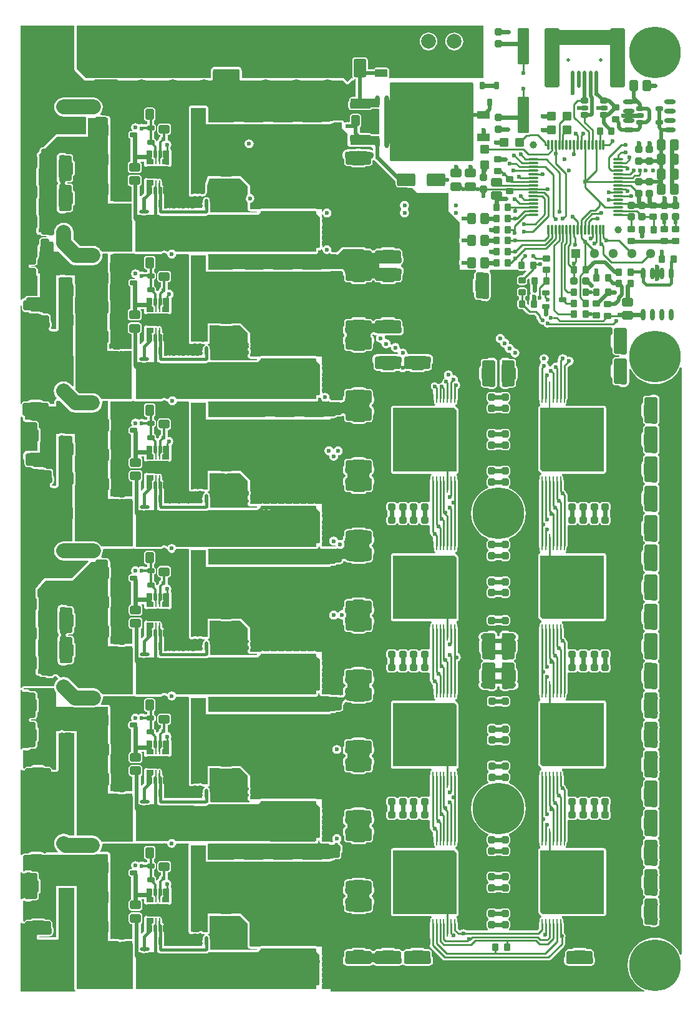
<source format=gtl>
%FSLAX44Y44*%
%MOMM*%
G71*
G01*
G75*
G04 Layer_Physical_Order=1*
G04 Layer_Color=128*
%ADD10C,0.4000*%
%ADD11O,0.2500X1.3000*%
G04:AMPARAMS|DCode=12|XSize=1mm|YSize=0.9mm|CornerRadius=0.198mm|HoleSize=0mm|Usage=FLASHONLY|Rotation=270.000|XOffset=0mm|YOffset=0mm|HoleType=Round|Shape=RoundedRectangle|*
%AMROUNDEDRECTD12*
21,1,1.0000,0.5040,0,0,270.0*
21,1,0.6040,0.9000,0,0,270.0*
1,1,0.3960,-0.2520,-0.3020*
1,1,0.3960,-0.2520,0.3020*
1,1,0.3960,0.2520,0.3020*
1,1,0.3960,0.2520,-0.3020*
%
%ADD12ROUNDEDRECTD12*%
%ADD13C,0.6000*%
%ADD14O,0.2500X1.0000*%
G04:AMPARAMS|DCode=15|XSize=1mm|YSize=0.9mm|CornerRadius=0.198mm|HoleSize=0mm|Usage=FLASHONLY|Rotation=180.000|XOffset=0mm|YOffset=0mm|HoleType=Round|Shape=RoundedRectangle|*
%AMROUNDEDRECTD15*
21,1,1.0000,0.5040,0,0,180.0*
21,1,0.6040,0.9000,0,0,180.0*
1,1,0.3960,-0.3020,0.2520*
1,1,0.3960,0.3020,0.2520*
1,1,0.3960,0.3020,-0.2520*
1,1,0.3960,-0.3020,-0.2520*
%
%ADD15ROUNDEDRECTD15*%
G04:AMPARAMS|DCode=16|XSize=1.75mm|YSize=1.05mm|CornerRadius=0.1995mm|HoleSize=0mm|Usage=FLASHONLY|Rotation=180.000|XOffset=0mm|YOffset=0mm|HoleType=Round|Shape=RoundedRectangle|*
%AMROUNDEDRECTD16*
21,1,1.7500,0.6510,0,0,180.0*
21,1,1.3510,1.0500,0,0,180.0*
1,1,0.3990,-0.6755,0.3255*
1,1,0.3990,0.6755,0.3255*
1,1,0.3990,0.6755,-0.3255*
1,1,0.3990,-0.6755,-0.3255*
%
%ADD16ROUNDEDRECTD16*%
G04:AMPARAMS|DCode=17|XSize=2.7mm|YSize=1.15mm|CornerRadius=0.2013mm|HoleSize=0mm|Usage=FLASHONLY|Rotation=180.000|XOffset=0mm|YOffset=0mm|HoleType=Round|Shape=RoundedRectangle|*
%AMROUNDEDRECTD17*
21,1,2.7000,0.7475,0,0,180.0*
21,1,2.2975,1.1500,0,0,180.0*
1,1,0.4025,-1.1487,0.3738*
1,1,0.4025,1.1487,0.3738*
1,1,0.4025,1.1487,-0.3738*
1,1,0.4025,-1.1487,-0.3738*
%
%ADD17ROUNDEDRECTD17*%
G04:AMPARAMS|DCode=18|XSize=1.45mm|YSize=1.15mm|CornerRadius=0.2013mm|HoleSize=0mm|Usage=FLASHONLY|Rotation=270.000|XOffset=0mm|YOffset=0mm|HoleType=Round|Shape=RoundedRectangle|*
%AMROUNDEDRECTD18*
21,1,1.4500,0.7475,0,0,270.0*
21,1,1.0475,1.1500,0,0,270.0*
1,1,0.4025,-0.3738,-0.5238*
1,1,0.4025,-0.3738,0.5238*
1,1,0.4025,0.3738,0.5238*
1,1,0.4025,0.3738,-0.5238*
%
%ADD18ROUNDEDRECTD18*%
G04:AMPARAMS|DCode=19|XSize=1mm|YSize=0.95mm|CornerRadius=0.1995mm|HoleSize=0mm|Usage=FLASHONLY|Rotation=180.000|XOffset=0mm|YOffset=0mm|HoleType=Round|Shape=RoundedRectangle|*
%AMROUNDEDRECTD19*
21,1,1.0000,0.5510,0,0,180.0*
21,1,0.6010,0.9500,0,0,180.0*
1,1,0.3990,-0.3005,0.2755*
1,1,0.3990,0.3005,0.2755*
1,1,0.3990,0.3005,-0.2755*
1,1,0.3990,-0.3005,-0.2755*
%
%ADD19ROUNDEDRECTD19*%
G04:AMPARAMS|DCode=20|XSize=1mm|YSize=0.95mm|CornerRadius=0.1995mm|HoleSize=0mm|Usage=FLASHONLY|Rotation=90.000|XOffset=0mm|YOffset=0mm|HoleType=Round|Shape=RoundedRectangle|*
%AMROUNDEDRECTD20*
21,1,1.0000,0.5510,0,0,90.0*
21,1,0.6010,0.9500,0,0,90.0*
1,1,0.3990,0.2755,0.3005*
1,1,0.3990,0.2755,-0.3005*
1,1,0.3990,-0.2755,-0.3005*
1,1,0.3990,-0.2755,0.3005*
%
%ADD20ROUNDEDRECTD20*%
G04:AMPARAMS|DCode=21|XSize=2.7mm|YSize=1.15mm|CornerRadius=0.2013mm|HoleSize=0mm|Usage=FLASHONLY|Rotation=90.000|XOffset=0mm|YOffset=0mm|HoleType=Round|Shape=RoundedRectangle|*
%AMROUNDEDRECTD21*
21,1,2.7000,0.7475,0,0,90.0*
21,1,2.2975,1.1500,0,0,90.0*
1,1,0.4025,0.3738,1.1487*
1,1,0.4025,0.3738,-1.1487*
1,1,0.4025,-0.3738,-1.1487*
1,1,0.4025,-0.3738,1.1487*
%
%ADD21ROUNDEDRECTD21*%
G04:AMPARAMS|DCode=22|XSize=1.45mm|YSize=1.15mm|CornerRadius=0.2013mm|HoleSize=0mm|Usage=FLASHONLY|Rotation=0.000|XOffset=0mm|YOffset=0mm|HoleType=Round|Shape=RoundedRectangle|*
%AMROUNDEDRECTD22*
21,1,1.4500,0.7475,0,0,0.0*
21,1,1.0475,1.1500,0,0,0.0*
1,1,0.4025,0.5238,-0.3738*
1,1,0.4025,-0.5238,-0.3738*
1,1,0.4025,-0.5238,0.3738*
1,1,0.4025,0.5238,0.3738*
%
%ADD22ROUNDEDRECTD22*%
G04:AMPARAMS|DCode=23|XSize=3.95mm|YSize=1.2mm|CornerRadius=0.198mm|HoleSize=0mm|Usage=FLASHONLY|Rotation=0.000|XOffset=0mm|YOffset=0mm|HoleType=Round|Shape=RoundedRectangle|*
%AMROUNDEDRECTD23*
21,1,3.9500,0.8040,0,0,0.0*
21,1,3.5540,1.2000,0,0,0.0*
1,1,0.3960,1.7770,-0.4020*
1,1,0.3960,-1.7770,-0.4020*
1,1,0.3960,-1.7770,0.4020*
1,1,0.3960,1.7770,0.4020*
%
%ADD23ROUNDEDRECTD23*%
G04:AMPARAMS|DCode=24|XSize=11.3mm|YSize=10.75mm|CornerRadius=0.215mm|HoleSize=0mm|Usage=FLASHONLY|Rotation=0.000|XOffset=0mm|YOffset=0mm|HoleType=Round|Shape=RoundedRectangle|*
%AMROUNDEDRECTD24*
21,1,11.3000,10.3200,0,0,0.0*
21,1,10.8700,10.7500,0,0,0.0*
1,1,0.4300,5.4350,-5.1600*
1,1,0.4300,-5.4350,-5.1600*
1,1,0.4300,-5.4350,5.1600*
1,1,0.4300,5.4350,5.1600*
%
%ADD24ROUNDEDRECTD24*%
G04:AMPARAMS|DCode=25|XSize=2.5mm|YSize=1.7mm|CornerRadius=0.204mm|HoleSize=0mm|Usage=FLASHONLY|Rotation=180.000|XOffset=0mm|YOffset=0mm|HoleType=Round|Shape=RoundedRectangle|*
%AMROUNDEDRECTD25*
21,1,2.5000,1.2920,0,0,180.0*
21,1,2.0920,1.7000,0,0,180.0*
1,1,0.4080,-1.0460,0.6460*
1,1,0.4080,1.0460,0.6460*
1,1,0.4080,1.0460,-0.6460*
1,1,0.4080,-1.0460,-0.6460*
%
%ADD25ROUNDEDRECTD25*%
G04:AMPARAMS|DCode=26|XSize=2.5mm|YSize=1.7mm|CornerRadius=0.204mm|HoleSize=0mm|Usage=FLASHONLY|Rotation=90.000|XOffset=0mm|YOffset=0mm|HoleType=Round|Shape=RoundedRectangle|*
%AMROUNDEDRECTD26*
21,1,2.5000,1.2920,0,0,90.0*
21,1,2.0920,1.7000,0,0,90.0*
1,1,0.4080,0.6460,1.0460*
1,1,0.4080,0.6460,-1.0460*
1,1,0.4080,-0.6460,-1.0460*
1,1,0.4080,-0.6460,1.0460*
%
%ADD26ROUNDEDRECTD26*%
G04:AMPARAMS|DCode=27|XSize=3.3mm|YSize=2.5mm|CornerRadius=0.2mm|HoleSize=0mm|Usage=FLASHONLY|Rotation=0.000|XOffset=0mm|YOffset=0mm|HoleType=Round|Shape=RoundedRectangle|*
%AMROUNDEDRECTD27*
21,1,3.3000,2.1000,0,0,0.0*
21,1,2.9000,2.5000,0,0,0.0*
1,1,0.4000,1.4500,-1.0500*
1,1,0.4000,-1.4500,-1.0500*
1,1,0.4000,-1.4500,1.0500*
1,1,0.4000,1.4500,1.0500*
%
%ADD27ROUNDEDRECTD27*%
G04:AMPARAMS|DCode=28|XSize=2.5mm|YSize=2.3mm|CornerRadius=0.1955mm|HoleSize=0mm|Usage=FLASHONLY|Rotation=270.000|XOffset=0mm|YOffset=0mm|HoleType=Round|Shape=RoundedRectangle|*
%AMROUNDEDRECTD28*
21,1,2.5000,1.9090,0,0,270.0*
21,1,2.1090,2.3000,0,0,270.0*
1,1,0.3910,-0.9545,-1.0545*
1,1,0.3910,-0.9545,1.0545*
1,1,0.3910,0.9545,1.0545*
1,1,0.3910,0.9545,-1.0545*
%
%ADD28ROUNDEDRECTD28*%
G04:AMPARAMS|DCode=29|XSize=3mm|YSize=1.65mm|CornerRadius=0.1073mm|HoleSize=0mm|Usage=FLASHONLY|Rotation=180.000|XOffset=0mm|YOffset=0mm|HoleType=Round|Shape=RoundedRectangle|*
%AMROUNDEDRECTD29*
21,1,3.0000,1.4355,0,0,180.0*
21,1,2.7855,1.6500,0,0,180.0*
1,1,0.2145,-1.3927,0.7178*
1,1,0.2145,1.3927,0.7178*
1,1,0.2145,1.3927,-0.7178*
1,1,0.2145,-1.3927,-0.7178*
%
%ADD29ROUNDEDRECTD29*%
G04:AMPARAMS|DCode=30|XSize=1mm|YSize=0.45mm|CornerRadius=0.1125mm|HoleSize=0mm|Usage=FLASHONLY|Rotation=90.000|XOffset=0mm|YOffset=0mm|HoleType=Round|Shape=RoundedRectangle|*
%AMROUNDEDRECTD30*
21,1,1.0000,0.2250,0,0,90.0*
21,1,0.7750,0.4500,0,0,90.0*
1,1,0.2250,0.1125,0.3875*
1,1,0.2250,0.1125,-0.3875*
1,1,0.2250,-0.1125,-0.3875*
1,1,0.2250,-0.1125,0.3875*
%
%ADD30ROUNDEDRECTD30*%
G04:AMPARAMS|DCode=31|XSize=0.7mm|YSize=0.25mm|CornerRadius=0.0838mm|HoleSize=0mm|Usage=FLASHONLY|Rotation=90.000|XOffset=0mm|YOffset=0mm|HoleType=Round|Shape=RoundedRectangle|*
%AMROUNDEDRECTD31*
21,1,0.7000,0.0825,0,0,90.0*
21,1,0.5325,0.2500,0,0,90.0*
1,1,0.1675,0.0413,0.2662*
1,1,0.1675,0.0413,-0.2662*
1,1,0.1675,-0.0413,-0.2662*
1,1,0.1675,-0.0413,0.2662*
%
%ADD31ROUNDEDRECTD31*%
G04:AMPARAMS|DCode=32|XSize=1.35mm|YSize=1.65mm|CornerRadius=0.27mm|HoleSize=0mm|Usage=FLASHONLY|Rotation=180.000|XOffset=0mm|YOffset=0mm|HoleType=Round|Shape=RoundedRectangle|*
%AMROUNDEDRECTD32*
21,1,1.3500,1.1100,0,0,180.0*
21,1,0.8100,1.6500,0,0,180.0*
1,1,0.5400,-0.4050,0.5550*
1,1,0.5400,0.4050,0.5550*
1,1,0.5400,0.4050,-0.5550*
1,1,0.5400,-0.4050,-0.5550*
%
%ADD32ROUNDEDRECTD32*%
G04:AMPARAMS|DCode=33|XSize=1.05mm|YSize=0.65mm|CornerRadius=0.2015mm|HoleSize=0mm|Usage=FLASHONLY|Rotation=180.000|XOffset=0mm|YOffset=0mm|HoleType=Round|Shape=RoundedRectangle|*
%AMROUNDEDRECTD33*
21,1,1.0500,0.2470,0,0,180.0*
21,1,0.6470,0.6500,0,0,180.0*
1,1,0.4030,-0.3235,0.1235*
1,1,0.4030,0.3235,0.1235*
1,1,0.4030,0.3235,-0.1235*
1,1,0.4030,-0.3235,-0.1235*
%
%ADD33ROUNDEDRECTD33*%
%ADD34O,1.3500X0.5000*%
G04:AMPARAMS|DCode=35|XSize=6.5mm|YSize=5mm|CornerRadius=0.25mm|HoleSize=0mm|Usage=FLASHONLY|Rotation=180.000|XOffset=0mm|YOffset=0mm|HoleType=Round|Shape=RoundedRectangle|*
%AMROUNDEDRECTD35*
21,1,6.5000,4.5000,0,0,180.0*
21,1,6.0000,5.0000,0,0,180.0*
1,1,0.5000,-3.0000,2.2500*
1,1,0.5000,3.0000,2.2500*
1,1,0.5000,3.0000,-2.2500*
1,1,0.5000,-3.0000,-2.2500*
%
%ADD35ROUNDEDRECTD35*%
%ADD36O,0.5000X1.3500*%
G04:AMPARAMS|DCode=37|XSize=2.85mm|YSize=1mm|CornerRadius=0.2mm|HoleSize=0mm|Usage=FLASHONLY|Rotation=0.000|XOffset=0mm|YOffset=0mm|HoleType=Round|Shape=RoundedRectangle|*
%AMROUNDEDRECTD37*
21,1,2.8500,0.6000,0,0,0.0*
21,1,2.4500,1.0000,0,0,0.0*
1,1,0.4000,1.2250,-0.3000*
1,1,0.4000,-1.2250,-0.3000*
1,1,0.4000,-1.2250,0.3000*
1,1,0.4000,1.2250,0.3000*
%
%ADD37ROUNDEDRECTD37*%
G04:AMPARAMS|DCode=38|XSize=6.45mm|YSize=6mm|CornerRadius=0.21mm|HoleSize=0mm|Usage=FLASHONLY|Rotation=0.000|XOffset=0mm|YOffset=0mm|HoleType=Round|Shape=RoundedRectangle|*
%AMROUNDEDRECTD38*
21,1,6.4500,5.5800,0,0,0.0*
21,1,6.0300,6.0000,0,0,0.0*
1,1,0.4200,3.0150,-2.7900*
1,1,0.4200,-3.0150,-2.7900*
1,1,0.4200,-3.0150,2.7900*
1,1,0.4200,3.0150,2.7900*
%
%ADD38ROUNDEDRECTD38*%
G04:AMPARAMS|DCode=39|XSize=1.2mm|YSize=1.2mm|CornerRadius=0.198mm|HoleSize=0mm|Usage=FLASHONLY|Rotation=0.000|XOffset=0mm|YOffset=0mm|HoleType=Round|Shape=RoundedRectangle|*
%AMROUNDEDRECTD39*
21,1,1.2000,0.8040,0,0,0.0*
21,1,0.8040,1.2000,0,0,0.0*
1,1,0.3960,0.4020,-0.4020*
1,1,0.3960,-0.4020,-0.4020*
1,1,0.3960,-0.4020,0.4020*
1,1,0.3960,0.4020,0.4020*
%
%ADD39ROUNDEDRECTD39*%
G04:AMPARAMS|DCode=40|XSize=1.2mm|YSize=1.2mm|CornerRadius=0.198mm|HoleSize=0mm|Usage=FLASHONLY|Rotation=90.000|XOffset=0mm|YOffset=0mm|HoleType=Round|Shape=RoundedRectangle|*
%AMROUNDEDRECTD40*
21,1,1.2000,0.8040,0,0,90.0*
21,1,0.8040,1.2000,0,0,90.0*
1,1,0.3960,0.4020,0.4020*
1,1,0.3960,0.4020,-0.4020*
1,1,0.3960,-0.4020,-0.4020*
1,1,0.3960,-0.4020,0.4020*
%
%ADD40ROUNDEDRECTD40*%
G04:AMPARAMS|DCode=41|XSize=2.3mm|YSize=0.5mm|CornerRadius=0.2mm|HoleSize=0mm|Usage=FLASHONLY|Rotation=270.000|XOffset=0mm|YOffset=0mm|HoleType=Round|Shape=RoundedRectangle|*
%AMROUNDEDRECTD41*
21,1,2.3000,0.1000,0,0,270.0*
21,1,1.9000,0.5000,0,0,270.0*
1,1,0.4000,-0.0500,-0.9500*
1,1,0.4000,-0.0500,0.9500*
1,1,0.4000,0.0500,0.9500*
1,1,0.4000,0.0500,-0.9500*
%
%ADD41ROUNDEDRECTD41*%
G04:AMPARAMS|DCode=42|XSize=2.5mm|YSize=2mm|CornerRadius=0.2mm|HoleSize=0mm|Usage=FLASHONLY|Rotation=270.000|XOffset=0mm|YOffset=0mm|HoleType=Round|Shape=RoundedRectangle|*
%AMROUNDEDRECTD42*
21,1,2.5000,1.6000,0,0,270.0*
21,1,2.1000,2.0000,0,0,270.0*
1,1,0.4000,-0.8000,-1.0500*
1,1,0.4000,-0.8000,1.0500*
1,1,0.4000,0.8000,1.0500*
1,1,0.4000,0.8000,-1.0500*
%
%ADD42ROUNDEDRECTD42*%
G04:AMPARAMS|DCode=43|XSize=1.1mm|YSize=0.6mm|CornerRadius=0.201mm|HoleSize=0mm|Usage=FLASHONLY|Rotation=0.000|XOffset=0mm|YOffset=0mm|HoleType=Round|Shape=RoundedRectangle|*
%AMROUNDEDRECTD43*
21,1,1.1000,0.1980,0,0,0.0*
21,1,0.6980,0.6000,0,0,0.0*
1,1,0.4020,0.3490,-0.0990*
1,1,0.4020,-0.3490,-0.0990*
1,1,0.4020,-0.3490,0.0990*
1,1,0.4020,0.3490,0.0990*
%
%ADD43ROUNDEDRECTD43*%
%ADD44C,1.0000*%
%ADD45O,1.5000X0.3000*%
%ADD46O,0.3000X1.5000*%
G04:AMPARAMS|DCode=47|XSize=4.9mm|YSize=1.6mm|CornerRadius=0.2mm|HoleSize=0mm|Usage=FLASHONLY|Rotation=270.000|XOffset=0mm|YOffset=0mm|HoleType=Round|Shape=RoundedRectangle|*
%AMROUNDEDRECTD47*
21,1,4.9000,1.2000,0,0,270.0*
21,1,4.5000,1.6000,0,0,270.0*
1,1,0.4000,-0.6000,-2.2500*
1,1,0.4000,-0.6000,2.2500*
1,1,0.4000,0.6000,2.2500*
1,1,0.4000,0.6000,-2.2500*
%
%ADD47ROUNDEDRECTD47*%
%ADD48R,1.3000X1.3000*%
%ADD49C,1.3000*%
G04:AMPARAMS|DCode=50|XSize=1.05mm|YSize=0.65mm|CornerRadius=0.2015mm|HoleSize=0mm|Usage=FLASHONLY|Rotation=270.000|XOffset=0mm|YOffset=0mm|HoleType=Round|Shape=RoundedRectangle|*
%AMROUNDEDRECTD50*
21,1,1.0500,0.2470,0,0,270.0*
21,1,0.6470,0.6500,0,0,270.0*
1,1,0.4030,-0.1235,-0.3235*
1,1,0.4030,-0.1235,0.3235*
1,1,0.4030,0.1235,0.3235*
1,1,0.4030,0.1235,-0.3235*
%
%ADD50ROUNDEDRECTD50*%
%ADD51O,0.6000X1.5500*%
G04:AMPARAMS|DCode=52|XSize=1.75mm|YSize=1.05mm|CornerRadius=0.1995mm|HoleSize=0mm|Usage=FLASHONLY|Rotation=90.000|XOffset=0mm|YOffset=0mm|HoleType=Round|Shape=RoundedRectangle|*
%AMROUNDEDRECTD52*
21,1,1.7500,0.6510,0,0,90.0*
21,1,1.3510,1.0500,0,0,90.0*
1,1,0.3990,0.3255,0.6755*
1,1,0.3990,0.3255,-0.6755*
1,1,0.3990,-0.3255,-0.6755*
1,1,0.3990,-0.3255,0.6755*
%
%ADD52ROUNDEDRECTD52*%
%ADD53O,1.5500X0.6000*%
%ADD54O,0.2000X1.0000*%
%ADD55C,0.5000*%
G04:AMPARAMS|DCode=56|XSize=1.1mm|YSize=0.8mm|CornerRadius=0.268mm|HoleSize=0mm|Usage=FLASHONLY|Rotation=0.000|XOffset=0mm|YOffset=0mm|HoleType=Round|Shape=RoundedRectangle|*
%AMROUNDEDRECTD56*
21,1,1.1000,0.2640,0,0,0.0*
21,1,0.5640,0.8000,0,0,0.0*
1,1,0.5360,0.2820,-0.1320*
1,1,0.5360,-0.2820,-0.1320*
1,1,0.5360,-0.2820,0.1320*
1,1,0.5360,0.2820,0.1320*
%
%ADD56ROUNDEDRECTD56*%
%ADD57C,2.0000*%
%ADD58C,0.6000*%
%ADD59C,0.5000*%
%ADD60C,0.2500*%
%ADD61C,0.4500*%
%ADD62C,0.4000*%
%ADD63C,0.3500*%
%ADD64C,0.3000*%
%ADD65C,0.2540*%
%ADD66C,0.2000*%
%ADD67C,1.6000*%
%ADD68C,2.5000*%
%ADD69C,7.0000*%
%ADD70C,2.0000*%
G36*
X17147Y367771D02*
X18376Y366950D01*
X18660Y366666D01*
X19652Y366003D01*
X20823Y365770D01*
X20823Y365770D01*
X24936D01*
X25610Y365636D01*
X25925Y365425D01*
X26136Y365110D01*
X26270Y364436D01*
Y360321D01*
X26329Y360026D01*
X26329Y359725D01*
X26444Y359446D01*
X26503Y359151D01*
X26670Y358900D01*
X26785Y358622D01*
X27770Y357148D01*
X28059Y355699D01*
Y352801D01*
X27771Y351353D01*
X27120Y350380D01*
X26368Y349877D01*
X26155Y349664D01*
X25905Y349497D01*
X25737Y349246D01*
X25524Y349033D01*
X25409Y348755D01*
X25241Y348504D01*
X25183Y348209D01*
X25067Y347930D01*
X25067Y347629D01*
X25009Y347334D01*
Y345334D01*
X25067Y345038D01*
X25067Y344737D01*
X25183Y344459D01*
X25241Y344163D01*
X25409Y343913D01*
X25524Y343634D01*
X25737Y343421D01*
X25905Y343171D01*
X26155Y343003D01*
X26368Y342790D01*
X27371Y342121D01*
X28021Y341148D01*
X28249Y340000D01*
X28118Y339340D01*
Y339039D01*
X28059Y338744D01*
Y336801D01*
X27771Y335353D01*
X26785Y333878D01*
X26670Y333600D01*
X26503Y333349D01*
X26444Y333054D01*
X26329Y332775D01*
Y332474D01*
X26270Y332178D01*
Y328064D01*
X26136Y327390D01*
X25925Y327075D01*
X25610Y326864D01*
X24936Y326730D01*
X20823D01*
X20823Y326730D01*
X19652Y326497D01*
X18660Y325834D01*
X18660Y325834D01*
X18376Y325550D01*
X17147Y324729D01*
X15699Y324441D01*
X4302D01*
X2853Y324729D01*
X1624Y325550D01*
X1340Y325834D01*
X348Y326497D01*
X-823Y326730D01*
X-823Y326730D01*
X-4936D01*
X-5610Y326864D01*
X-5925Y327075D01*
X-6136Y327390D01*
X-6270Y328064D01*
Y331256D01*
X-6270Y331256D01*
X-6503Y332427D01*
X-6768Y332824D01*
X-7166Y333419D01*
X-7166Y333419D01*
X-8580Y334833D01*
X-8580Y334833D01*
X-9572Y335496D01*
X-9805Y335543D01*
X-10743Y335729D01*
X-10743Y335729D01*
X-11657D01*
X-11953Y335670D01*
X-12254D01*
X-12532Y335555D01*
X-12828Y335496D01*
X-13078Y335329D01*
X-13357Y335214D01*
X-13570Y335001D01*
X-13820Y334833D01*
X-13936Y334660D01*
X-14379Y334363D01*
X-15053Y334230D01*
X-19178D01*
X-20348Y333997D01*
X-21341Y333334D01*
X-21624Y333050D01*
X-22853Y332229D01*
X-24301Y331941D01*
X-27500D01*
X-28670Y331708D01*
X-29554Y331118D01*
X-36000D01*
X-38341Y330652D01*
X-38482Y330558D01*
X-61519D01*
X-61659Y330651D01*
X-64000Y331117D01*
X-70246D01*
X-70251Y331118D01*
X-70257Y331117D01*
X-76000D01*
X-78341Y330651D01*
X-78481Y330558D01*
X-101518D01*
X-101659Y330652D01*
X-104000Y331118D01*
X-116000D01*
X-118341Y330652D01*
X-118482Y330558D01*
X-142698D01*
X-143167Y330651D01*
X-144252Y330867D01*
X-148990D01*
X-150252Y331118D01*
X-151513Y330867D01*
X-156251D01*
X-157805Y330558D01*
X-194190D01*
Y349999D01*
X-194381Y350960D01*
X-193575Y351941D01*
X-47502D01*
X-46332Y352174D01*
X-45339Y352837D01*
X-45339Y352837D01*
X-44676Y353830D01*
X-44443Y355000D01*
X-44443Y355000D01*
Y356743D01*
X-42659Y357098D01*
X-42399Y357272D01*
X-41226Y356786D01*
X-40902Y355159D01*
X-39576Y353174D01*
X-37591Y351848D01*
X-35250Y351382D01*
X-32909Y351848D01*
X-32728Y351969D01*
X-30326Y352447D01*
X-29663Y351454D01*
X-28670Y350791D01*
X-27500Y350559D01*
X-15301D01*
X-14347Y350369D01*
X-13154D01*
X-11903Y350617D01*
X-11763Y350676D01*
X-11612Y350690D01*
X-11216Y350902D01*
X-10801Y351074D01*
X-10693Y351182D01*
X-10560Y351253D01*
X-9177Y352388D01*
X-9081Y352505D01*
X-8955Y352589D01*
X-8705Y352963D01*
X-8420Y353310D01*
X-8376Y353455D01*
X-8292Y353581D01*
X-8204Y354022D01*
X-8074Y354452D01*
X-8088Y354603D01*
X-8059Y354752D01*
Y355699D01*
X-7771Y357147D01*
X-6785Y358622D01*
X-6670Y358901D01*
X-6503Y359151D01*
X-6444Y359447D01*
X-6329Y359725D01*
X-6329Y360026D01*
X-6270Y360322D01*
Y364436D01*
X-6136Y365110D01*
X-5925Y365425D01*
X-5610Y365636D01*
X-4936Y365770D01*
X-823D01*
X348Y366003D01*
X1340Y366666D01*
X1624Y366950D01*
X2853Y367771D01*
X4301Y368059D01*
X15698D01*
X17147Y367771D01*
D02*
G37*
G36*
X-252350Y353271D02*
X-251132Y352457D01*
X-250854Y352341D01*
X-250604Y352174D01*
X-250308Y352115D01*
X-250030Y352000D01*
X-249729Y352000D01*
X-249433Y351941D01*
X-248506D01*
X-248152Y350159D01*
X-246826Y348174D01*
X-244841Y346848D01*
X-242500Y346382D01*
X-240159Y346848D01*
X-238174Y348174D01*
X-236848Y350159D01*
X-236494Y351941D01*
X-220922D01*
X-220116Y350960D01*
X-220307Y349999D01*
Y337479D01*
X-220403Y336998D01*
Y330998D01*
Y324999D01*
X-220307Y324518D01*
Y297979D01*
X-220403Y297498D01*
Y291498D01*
Y285499D01*
X-220307Y285018D01*
Y257970D01*
X-220405Y257481D01*
Y251481D01*
Y245481D01*
X-220307Y244992D01*
Y232499D01*
X-220075Y231328D01*
X-219412Y230336D01*
X-218419Y229673D01*
X-217249Y229440D01*
X-214570D01*
X-214275Y229499D01*
X-213974D01*
X-213695Y229614D01*
X-213400Y229673D01*
X-213149Y229840D01*
X-212871Y229956D01*
X-212400Y230271D01*
X-211252Y230499D01*
X-210105Y230271D01*
X-209764Y230043D01*
X-209441Y229909D01*
X-208661Y229586D01*
X-208064Y229586D01*
X-207467Y229586D01*
X-206688Y229909D01*
X-206365Y230043D01*
X-205748Y230455D01*
X-205287Y230364D01*
X-203120D01*
X-202509Y229956D01*
X-202231Y229840D01*
X-201980Y229673D01*
X-201685Y229614D01*
X-201406Y229499D01*
X-201105D01*
X-200810Y229440D01*
X-199070D01*
X-198701Y228225D01*
X-199794Y227494D01*
X-200789Y226006D01*
X-201138Y224250D01*
Y222583D01*
X-201495Y222048D01*
X-201903Y220000D01*
Y214103D01*
X-253895D01*
Y234721D01*
X-254248Y235250D01*
Y243250D01*
X-255998Y245000D01*
Y248296D01*
X-256078Y248699D01*
X-256172Y249171D01*
X-256172Y249171D01*
Y249171D01*
X-256571Y249768D01*
X-256835Y250163D01*
X-256835Y250163D01*
X-256835Y250163D01*
X-256942Y250235D01*
Y251163D01*
X-257162Y252270D01*
X-257790Y253208D01*
X-258728Y253836D01*
X-259835Y254056D01*
X-260660D01*
X-261768Y253836D01*
X-262498Y253347D01*
X-263228Y253836D01*
X-264335Y254056D01*
X-265160D01*
X-266134Y253862D01*
X-266335Y254163D01*
X-267327Y254826D01*
X-268498Y255059D01*
X-277998D01*
X-279168Y254826D01*
X-280161Y254163D01*
X-280824Y253171D01*
X-281057Y252000D01*
Y234511D01*
X-284467Y231101D01*
X-285640Y231587D01*
Y243519D01*
X-284368Y244370D01*
X-283481Y245697D01*
X-283169Y247263D01*
Y254738D01*
X-283481Y256303D01*
X-284368Y257631D01*
X-285695Y258517D01*
X-287260Y258829D01*
X-297735D01*
X-299301Y258517D01*
X-300628Y257631D01*
X-301515Y256303D01*
X-301826Y254738D01*
Y247263D01*
X-301515Y245697D01*
X-300628Y244370D01*
X-299301Y243483D01*
X-297735Y243172D01*
X-296856D01*
Y223059D01*
X-306181D01*
X-306477Y223000D01*
X-306778D01*
X-307056Y222885D01*
X-307352Y222826D01*
X-307603Y222659D01*
X-307881Y222543D01*
X-308062Y222422D01*
X-308407Y222652D01*
X-310748Y223118D01*
X-313089Y222652D01*
X-313819Y222164D01*
X-314145Y222229D01*
X-314615Y222543D01*
X-314893Y222659D01*
X-315144Y222826D01*
X-315439Y222885D01*
X-315718Y223000D01*
X-316019Y223000D01*
X-316315Y223059D01*
X-319942D01*
X-320159Y223204D01*
X-322500Y223669D01*
X-324841Y223204D01*
X-325058Y223059D01*
X-326941D01*
Y230768D01*
X-326346Y231659D01*
X-325880Y234000D01*
Y240000D01*
Y246000D01*
X-326346Y248341D01*
X-326941Y249232D01*
Y270768D01*
X-326346Y271659D01*
X-325880Y274000D01*
Y280000D01*
X-325880Y280000D01*
X-325880Y280000D01*
Y280000D01*
Y286000D01*
X-325880Y286000D01*
X-325880Y286000D01*
Y286000D01*
X-325880D01*
X-325880Y286000D01*
X-326346Y288341D01*
X-326941Y289232D01*
Y310769D01*
X-326346Y311660D01*
X-325880Y314001D01*
X-325880Y314001D01*
X-325880Y314001D01*
Y314001D01*
Y320001D01*
X-325880Y320001D01*
X-325880Y320001D01*
Y320001D01*
Y326000D01*
X-326346Y328341D01*
X-326941Y329232D01*
Y352192D01*
X-297823D01*
X-296652Y352425D01*
X-295660Y353088D01*
X-294592Y352837D01*
D01*
X-293599Y352174D01*
X-292429Y351941D01*
X-257563D01*
X-257267Y352000D01*
X-256966D01*
X-256688Y352115D01*
X-256392Y352174D01*
X-256142Y352341D01*
X-255863Y352457D01*
X-254646Y353271D01*
X-253498Y353499D01*
X-252350Y353271D01*
D02*
G37*
G36*
X-382522Y540479D02*
X-382522Y540479D01*
X-380833Y539183D01*
X-380326Y538424D01*
X-378341Y537097D01*
X-376000Y536632D01*
X-374884Y536854D01*
X-373251Y536638D01*
X-373250Y536638D01*
X-368036D01*
X-368000Y536631D01*
X-367964Y536638D01*
X-360036D01*
X-360000Y536631D01*
X-359964Y536638D01*
X-350762D01*
X-347368Y537085D01*
X-344206Y538395D01*
X-341490Y540479D01*
X-339407Y543195D01*
X-338097Y546357D01*
X-337650Y549751D01*
X-337826Y551088D01*
X-336990Y552045D01*
X-330933Y552067D01*
X-330038Y551167D01*
X-331325Y420251D01*
X-316352D01*
X-314500Y419882D01*
X-310000D01*
X-308148Y420251D01*
X-298181D01*
Y417251D01*
X-297823D01*
Y363251D01*
Y355251D01*
X-328717D01*
X-328829Y355326D01*
X-330000Y355559D01*
X-337134Y355559D01*
X-337233Y355539D01*
X-337334Y355552D01*
X-337815Y355423D01*
X-338304Y355326D01*
X-338304Y355326D01*
X-338304Y355326D01*
X-339026Y355251D01*
X-339505Y356407D01*
X-341589Y359123D01*
X-344304Y361207D01*
X-347467Y362517D01*
X-350860Y362963D01*
X-368876D01*
X-373914Y368002D01*
X-374518Y453905D01*
X-374348Y454159D01*
X-373882Y456500D01*
Y462500D01*
Y468500D01*
X-374348Y470841D01*
X-374640Y471278D01*
X-374796Y493488D01*
X-374348Y494159D01*
X-373882Y496500D01*
Y502500D01*
Y508500D01*
X-374348Y510841D01*
X-374924Y511703D01*
X-375000Y522500D01*
X-385683D01*
X-386659Y523152D01*
X-389000Y523618D01*
X-391244D01*
X-392500Y523868D01*
X-394841Y523402D01*
X-396191Y522500D01*
X-400000D01*
Y450000D01*
X-406944D01*
X-407543Y451120D01*
X-406848Y452159D01*
X-406383Y454500D01*
Y458000D01*
X-406848Y460341D01*
X-408005Y462072D01*
Y466738D01*
X-408316Y468303D01*
X-409203Y469630D01*
X-410530Y470517D01*
X-412096Y470829D01*
X-416677D01*
X-417174Y471326D01*
X-419159Y472652D01*
X-421500Y473118D01*
X-422500D01*
X-422501Y525000D01*
X-424849D01*
X-425171Y525323D01*
Y530238D01*
X-425483Y531803D01*
X-426370Y533130D01*
X-427697Y534017D01*
X-429263Y534329D01*
X-433839D01*
X-434595Y535349D01*
X-434497Y535671D01*
X-429762D01*
X-428197Y535983D01*
X-426870Y536870D01*
X-425983Y538197D01*
X-425671Y539762D01*
Y544342D01*
X-425174Y544674D01*
X-423848Y546659D01*
X-423382Y549000D01*
Y555000D01*
X-397043D01*
X-382522Y540479D01*
D02*
G37*
G36*
X-330000Y-262905D02*
Y-380000D01*
X-316817D01*
X-315841Y-380652D01*
X-313500Y-381118D01*
X-310000D01*
X-307659Y-380652D01*
X-306683Y-380000D01*
X-296856D01*
Y-383000D01*
X-296498D01*
Y-437000D01*
Y-445000D01*
X-372500D01*
Y-305000D01*
X-400000D01*
Y-375000D01*
X-423958D01*
X-424002Y-374558D01*
X-423149Y-373617D01*
X-410251D01*
X-410250Y-373618D01*
X-410249Y-373617D01*
X-410000D01*
X-407659Y-373152D01*
X-405674Y-371825D01*
X-404348Y-369841D01*
X-403883Y-367500D01*
Y-364000D01*
X-404348Y-361659D01*
X-405671Y-359679D01*
Y-355262D01*
X-405983Y-353697D01*
X-406870Y-352370D01*
X-408197Y-351483D01*
X-409762Y-351171D01*
X-414177D01*
X-414674Y-350674D01*
X-416659Y-349348D01*
X-419000Y-348882D01*
X-431000D01*
X-433341Y-349348D01*
X-435326Y-350674D01*
X-435823Y-351171D01*
X-440238D01*
X-441803Y-351483D01*
X-443130Y-352370D01*
X-443785Y-353349D01*
X-445000Y-352980D01*
Y-325223D01*
X-443880Y-324624D01*
X-442342Y-325652D01*
X-440001Y-326117D01*
X-436501D01*
X-434160Y-325652D01*
X-432180Y-324328D01*
X-427764D01*
X-426198Y-324017D01*
X-424871Y-323130D01*
X-423984Y-321803D01*
X-423673Y-320237D01*
Y-315823D01*
X-423175Y-315325D01*
X-421849Y-313341D01*
X-421384Y-311000D01*
Y-305000D01*
Y-299000D01*
X-421849Y-296659D01*
X-423175Y-294674D01*
X-423671Y-294178D01*
Y-289762D01*
X-423983Y-288197D01*
X-424870Y-286870D01*
X-426197Y-285983D01*
X-427762Y-285671D01*
X-432179D01*
X-434160Y-284348D01*
X-436502Y-283882D01*
X-439999D01*
X-440001Y-283882D01*
X-442342Y-284347D01*
X-443880Y-285375D01*
X-445000Y-284776D01*
Y-265000D01*
X-412500D01*
Y-262500D01*
X-391293D01*
X-390894Y-262665D01*
X-387500Y-263112D01*
X-351000D01*
X-347606Y-262665D01*
X-346469Y-262194D01*
X-330903Y-262012D01*
X-330000Y-262905D01*
D02*
G37*
G36*
X-140559Y-356268D02*
X-140559Y-386602D01*
X-140559Y-386602D01*
X-140326Y-387772D01*
X-139663Y-388765D01*
X-138765Y-389663D01*
X-137773Y-390326D01*
X-136602Y-390559D01*
X-136602Y-390559D01*
X-127901D01*
X-127766Y-390885D01*
X-128471Y-391941D01*
X-190473D01*
X-191279Y-390959D01*
X-191197Y-390550D01*
Y-380500D01*
X-191605Y-378452D01*
X-191962Y-377917D01*
Y-375750D01*
X-192311Y-373994D01*
X-193306Y-372506D01*
X-194560Y-371668D01*
X-194312Y-370422D01*
X-193829Y-370326D01*
X-192837Y-369663D01*
X-192174Y-368671D01*
X-191941Y-367500D01*
Y-345559D01*
X-178480D01*
X-178341Y-345652D01*
X-176000Y-346118D01*
X-164000D01*
X-161659Y-345652D01*
X-161519Y-345559D01*
X-151267D01*
X-140559Y-356268D01*
D02*
G37*
G36*
X-140307Y43731D02*
X-140307Y29155D01*
X-140249Y28860D01*
X-140249Y28559D01*
X-140133Y28280D01*
X-140075Y27985D01*
X-139907Y27734D01*
X-139792Y27456D01*
X-139784Y27444D01*
X-139555Y26296D01*
X-139784Y25149D01*
X-139792Y25136D01*
X-139907Y24858D01*
X-140075Y24608D01*
X-140133Y24312D01*
X-140249Y24034D01*
X-140249Y23733D01*
X-140307Y23437D01*
Y22109D01*
X-140249Y21814D01*
X-140249Y21512D01*
X-140133Y21234D01*
X-140075Y20939D01*
X-139907Y20688D01*
X-139792Y20410D01*
X-139784Y20398D01*
X-139555Y19250D01*
X-139636Y18847D01*
Y17653D01*
X-139555Y17250D01*
X-139784Y16102D01*
X-139792Y16090D01*
X-139907Y15812D01*
X-140075Y15561D01*
X-140133Y15266D01*
X-140249Y14987D01*
X-140249Y14686D01*
X-140307Y14391D01*
Y13397D01*
X-140307Y13397D01*
X-140075Y12226D01*
X-139411Y11234D01*
X-138513Y10336D01*
X-137521Y9673D01*
X-136351Y9440D01*
X-136350Y9440D01*
X-127650D01*
X-127411Y8865D01*
X-128117Y7809D01*
X-190622D01*
X-191428Y8791D01*
X-191197Y9950D01*
Y20000D01*
X-191605Y22048D01*
X-191962Y22583D01*
Y24250D01*
X-192311Y26006D01*
X-193306Y27494D01*
X-194501Y28293D01*
X-194253Y29539D01*
X-193578Y29673D01*
X-192586Y30336D01*
X-191923Y31328D01*
X-191690Y32499D01*
Y54440D01*
X-178246D01*
X-178077Y54327D01*
X-175736Y53861D01*
X-163737D01*
X-161395Y54327D01*
X-161226Y54440D01*
X-151016D01*
X-140307Y43731D01*
D02*
G37*
G36*
X-42807Y-244182D02*
Y-245001D01*
X-42575Y-246172D01*
X-41912Y-247164D01*
X-40919Y-247827D01*
X-39749Y-248060D01*
X-29987D01*
X-29663Y-248546D01*
X-28670Y-249209D01*
X-27500Y-249441D01*
X-24992D01*
X-24551Y-249354D01*
X-24104Y-249310D01*
X-23970Y-249238D01*
X-23821Y-249209D01*
X-23447Y-248959D01*
X-23051Y-248747D01*
X-22955Y-248630D01*
X-22829Y-248546D01*
X-22579Y-248172D01*
X-22294Y-247825D01*
X-21680Y-246675D01*
X-21591Y-246653D01*
X-19250Y-247119D01*
X-18707Y-247011D01*
X-18172Y-247369D01*
X-18159Y-247445D01*
X-18159Y-247445D01*
X-18159D01*
D01*
D01*
X-18159Y-247445D01*
X-18150Y-247467D01*
X-18130Y-247575D01*
X-18130Y-247575D01*
X-18130D01*
D01*
D01*
X-18130Y-247575D01*
X-17905Y-248057D01*
X-17702Y-248548D01*
X-17654Y-248595D01*
X-17626Y-248657D01*
X-17234Y-249016D01*
X-16858Y-249392D01*
X-15379Y-250380D01*
X-14729Y-251353D01*
X-14441Y-252801D01*
Y-255699D01*
X-14729Y-257147D01*
X-15715Y-258622D01*
X-15830Y-258901D01*
X-15997Y-259151D01*
X-16056Y-259447D01*
X-16171Y-259725D01*
Y-260026D01*
X-16230Y-260322D01*
Y-264436D01*
X-16364Y-265110D01*
X-16575Y-265425D01*
X-16890Y-265636D01*
X-17564Y-265770D01*
X-21677D01*
X-21677Y-265770D01*
X-22847Y-266003D01*
X-23840Y-266666D01*
X-23840Y-266666D01*
X-24124Y-266950D01*
X-25352Y-267771D01*
X-26801Y-268059D01*
X-27500D01*
X-28670Y-268292D01*
X-29554Y-268882D01*
X-38500D01*
X-40841Y-269348D01*
X-40980Y-269441D01*
X-64019D01*
X-64159Y-269348D01*
X-66500Y-268882D01*
X-78500D01*
X-80841Y-269348D01*
X-80981Y-269441D01*
X-104019D01*
X-104159Y-269348D01*
X-106500Y-268882D01*
X-118500D01*
X-120841Y-269348D01*
X-120981Y-269441D01*
X-144019D01*
X-144159Y-269348D01*
X-146500Y-268882D01*
X-158500D01*
X-160841Y-269348D01*
X-160981Y-269441D01*
X-194441D01*
Y-250000D01*
X-194674Y-248829D01*
X-194775Y-248679D01*
X-194176Y-247559D01*
X-47502D01*
X-46332Y-247326D01*
X-45339Y-246663D01*
X-45339Y-246663D01*
X-44676Y-245670D01*
X-44443Y-244500D01*
X-44443Y-244500D01*
Y-244325D01*
X-43295Y-243782D01*
X-42807Y-244182D01*
D02*
G37*
G36*
X-258998Y44250D02*
X-256998Y42250D01*
Y33250D01*
X-261248Y33250D01*
Y48000D01*
X-258998Y48000D01*
Y44250D01*
D02*
G37*
G36*
X-268498Y445749D02*
X-270498Y443749D01*
Y435249D01*
X-272248Y432999D01*
X-277998D01*
Y451999D01*
X-268498D01*
Y445749D01*
D02*
G37*
G36*
X-263748Y433249D02*
X-267998D01*
Y442249D01*
X-265998Y444249D01*
Y447999D01*
X-263748D01*
Y433249D01*
D02*
G37*
G36*
X-258998Y444249D02*
X-256998Y442249D01*
Y433249D01*
X-261248Y433249D01*
Y447999D01*
X-258998Y447999D01*
Y444249D01*
D02*
G37*
G36*
X-47502Y-45250D02*
X-47502Y-45250D01*
X-237688D01*
X-237707Y-45159D01*
X-239033Y-43174D01*
X-241017Y-41848D01*
X-243358Y-41382D01*
X-245699Y-41848D01*
X-247684Y-43174D01*
X-249010Y-45159D01*
X-249010Y-45159D01*
Y-45159D01*
X-249051Y-45192D01*
X-249172Y-45174D01*
X-251157Y-43848D01*
X-253498Y-43383D01*
X-255839Y-43848D01*
X-257824Y-45174D01*
X-257874Y-45250D01*
X-292429D01*
Y4677D01*
X-292429Y4677D01*
X-292429D01*
X-292356Y4750D01*
X-285697D01*
X-284248Y4462D01*
X-283528D01*
X-283369Y4356D01*
X-281321Y3948D01*
X-279272Y4356D01*
X-279113Y4462D01*
X-275748D01*
X-274299Y4750D01*
X-261334D01*
X-259919Y3805D01*
X-257871Y3397D01*
X-204500D01*
Y3500D01*
X-197233D01*
X-195702Y3805D01*
X-194287Y4750D01*
X-47502D01*
Y-45250D01*
D02*
G37*
G36*
X-263748Y33250D02*
X-267998D01*
Y42250D01*
X-265998Y44250D01*
Y48000D01*
X-263748D01*
Y33250D01*
D02*
G37*
G36*
X-268498Y45750D02*
X-270498Y43750D01*
Y35250D01*
X-272248Y33000D01*
X-277998D01*
Y52000D01*
X-268498D01*
Y45750D01*
D02*
G37*
G36*
X-47502Y355000D02*
X-47502Y355000D01*
X-236954D01*
X-238174Y356826D01*
X-240159Y358152D01*
X-242500Y358618D01*
X-244841Y358152D01*
X-246826Y356826D01*
X-248046Y355000D01*
X-249433D01*
X-251157Y356152D01*
X-253498Y356618D01*
X-255839Y356152D01*
X-257563Y355000D01*
X-292429D01*
Y404927D01*
X-292429Y404927D01*
X-292429D01*
X-292356Y405000D01*
X-287018D01*
X-285573Y404713D01*
X-283903D01*
X-283369Y404356D01*
X-281321Y403948D01*
X-279272Y404356D01*
X-278738Y404713D01*
X-277073D01*
X-275628Y405000D01*
X-261584D01*
X-260169Y404055D01*
X-258121Y403647D01*
X-197548D01*
X-195499Y404055D01*
X-194085Y405000D01*
X-47502D01*
Y355000D01*
D02*
G37*
G36*
X17147Y177771D02*
X18376Y176950D01*
X18411Y176914D01*
X19404Y176251D01*
X20574Y176018D01*
X20574Y176018D01*
X21704D01*
X22658Y175829D01*
X22959D01*
X23255Y175770D01*
X24936D01*
X25610Y175636D01*
X25925Y175425D01*
X26136Y175110D01*
X26270Y174436D01*
Y170321D01*
X26329Y170026D01*
Y169725D01*
X26444Y169446D01*
X26503Y169151D01*
X26670Y168900D01*
X26785Y168622D01*
X27436Y167649D01*
X27770Y167148D01*
X28059Y165699D01*
Y162801D01*
X27771Y161353D01*
X27120Y160380D01*
X26368Y159877D01*
X26155Y159664D01*
X25905Y159497D01*
X25737Y159246D01*
X25524Y159033D01*
X25409Y158755D01*
X25241Y158504D01*
X25183Y158209D01*
X25067Y157930D01*
X25067Y157629D01*
X25009Y157334D01*
Y155334D01*
X25067Y155038D01*
X25067Y154737D01*
X25183Y154459D01*
X25241Y154163D01*
X25409Y153913D01*
X25524Y153634D01*
X25737Y153421D01*
X25905Y153171D01*
X26155Y153003D01*
X26368Y152790D01*
X27371Y152121D01*
X28021Y151148D01*
X28249Y150000D01*
X28118Y149340D01*
Y149039D01*
X28059Y148744D01*
Y146801D01*
X27771Y145353D01*
X26785Y143878D01*
X26670Y143600D01*
X26503Y143349D01*
X26444Y143054D01*
X26329Y142775D01*
Y142474D01*
X26270Y142178D01*
Y138064D01*
X26136Y137390D01*
X25925Y137075D01*
X25610Y136864D01*
X24936Y136730D01*
X20823D01*
X20823Y136730D01*
X19652Y136497D01*
X18660Y135834D01*
X18660Y135834D01*
X18376Y135550D01*
X17147Y134729D01*
X15699Y134441D01*
X4302D01*
X2853Y134729D01*
X1624Y135550D01*
X1340Y135834D01*
X348Y136497D01*
X-823Y136730D01*
X-823Y136730D01*
X-4936D01*
X-5610Y136864D01*
X-6037Y137150D01*
X-6063Y137176D01*
X-6231Y137427D01*
X-6481Y137594D01*
X-6694Y137807D01*
X-6973Y137922D01*
X-7223Y138090D01*
X-7519Y138148D01*
X-7797Y138264D01*
X-8098D01*
X-8394Y138322D01*
X-10662Y138322D01*
X-10957Y138264D01*
X-11258D01*
X-11537Y138148D01*
X-11832Y138090D01*
X-12083Y137922D01*
X-12361Y137807D01*
X-12574Y137594D01*
X-12825Y137427D01*
X-12992Y137176D01*
X-13205Y136963D01*
X-13320Y136685D01*
X-13488Y136434D01*
X-13546Y136139D01*
X-13662Y135860D01*
X-13854Y134892D01*
X-14065Y134576D01*
X-14381Y134365D01*
X-15054Y134231D01*
X-19176D01*
X-20347Y133998D01*
X-20744Y133733D01*
X-21339Y133335D01*
X-21339Y133335D01*
X-21624Y133050D01*
X-22853Y132229D01*
X-24301Y131941D01*
X-27500D01*
X-28670Y131708D01*
X-29554Y131118D01*
X-36000D01*
X-38341Y130652D01*
X-38482Y130558D01*
X-61518D01*
X-61659Y130652D01*
X-64000Y131118D01*
X-76000D01*
X-78341Y130652D01*
X-78482Y130558D01*
X-101518D01*
X-101659Y130652D01*
X-104000Y131118D01*
X-116000D01*
X-118341Y130652D01*
X-118482Y130558D01*
X-141518D01*
X-141659Y130652D01*
X-144000Y131118D01*
X-156000D01*
X-158341Y130652D01*
X-158482Y130558D01*
X-194190D01*
Y149999D01*
X-194331Y150709D01*
X-193526Y151691D01*
X-47252D01*
X-46082Y151924D01*
X-45089Y152587D01*
X-45089Y152587D01*
X-44426Y153580D01*
X-44193Y154750D01*
X-44193Y154750D01*
Y155470D01*
X-43045Y156013D01*
X-42807Y155818D01*
Y154999D01*
X-42575Y153828D01*
X-41912Y152836D01*
X-40919Y152173D01*
X-39749Y151940D01*
X-21522D01*
X-21373Y151970D01*
X-21222Y151955D01*
X-20792Y152085D01*
X-20351Y152173D01*
X-20225Y152257D01*
X-20080Y152301D01*
X-19733Y152586D01*
X-19359Y152836D01*
X-19275Y152962D01*
X-19157Y153058D01*
X-18912Y153357D01*
X-18869Y153368D01*
X-17341Y152347D01*
X-15000Y151881D01*
X-12659Y152347D01*
X-10674Y153673D01*
X-9348Y155658D01*
X-8882Y157999D01*
X-9348Y160340D01*
X-10244Y161681D01*
X-9177Y162556D01*
X-9081Y162673D01*
X-8955Y162758D01*
X-8705Y163131D01*
X-8420Y163479D01*
X-8376Y163624D01*
X-8292Y163750D01*
X-8204Y164191D01*
X-8074Y164621D01*
X-8088Y164772D01*
X-8059Y164921D01*
Y165699D01*
X-7771Y167147D01*
X-7229Y167959D01*
X-7229Y167959D01*
D01*
X-6785Y168622D01*
X-6670Y168901D01*
X-6503Y169151D01*
X-6444Y169446D01*
X-6329Y169725D01*
Y170026D01*
X-6270Y170322D01*
Y174436D01*
X-6136Y175110D01*
X-5925Y175425D01*
X-5610Y175636D01*
X-4936Y175770D01*
X-823D01*
X348Y176003D01*
X1340Y176666D01*
X1624Y176950D01*
X2853Y177771D01*
X4301Y178059D01*
X15698D01*
X17147Y177771D01*
D02*
G37*
G36*
X-395499Y352500D02*
X-383579Y340580D01*
X-383579Y340580D01*
X-380863Y338496D01*
X-378627Y337570D01*
X-377701Y337186D01*
X-374307Y336739D01*
X-350860D01*
X-347467Y337186D01*
X-344304Y338496D01*
X-341589Y340580D01*
X-339505Y343295D01*
X-338195Y346458D01*
X-337748Y349851D01*
X-337971Y351545D01*
X-337134Y352500D01*
X-330000Y352500D01*
Y220000D01*
X-316315D01*
X-315339Y219348D01*
X-312998Y218882D01*
X-309498D01*
X-307157Y219348D01*
X-306181Y220000D01*
X-296856D01*
Y217000D01*
X-296498D01*
Y163000D01*
Y155899D01*
X-297397Y155003D01*
X-338470Y155134D01*
X-338644Y155556D01*
X-340728Y158272D01*
X-343444Y160355D01*
X-346606Y161665D01*
X-350000Y162112D01*
X-375000D01*
Y238183D01*
X-374348Y239159D01*
X-373882Y241500D01*
Y247500D01*
Y253500D01*
X-374348Y255841D01*
X-375000Y256817D01*
Y278183D01*
X-374348Y279159D01*
X-373882Y281500D01*
Y287500D01*
Y293500D01*
X-374348Y295841D01*
X-375000Y296817D01*
Y307500D01*
X-385683D01*
X-386659Y308152D01*
X-389000Y308618D01*
X-390608D01*
X-390659Y308652D01*
X-393000Y309118D01*
X-395341Y308652D01*
X-397065Y307500D01*
X-400000D01*
Y238403D01*
X-400903Y237510D01*
X-405651Y237563D01*
X-406013Y238780D01*
X-404674Y239674D01*
X-403348Y241659D01*
X-402883Y244000D01*
Y247500D01*
X-403348Y249841D01*
X-404671Y251821D01*
Y256238D01*
X-404983Y257803D01*
X-405870Y259130D01*
X-407197Y260017D01*
X-408763Y260329D01*
X-413177D01*
X-413675Y260826D01*
X-415659Y262152D01*
X-418000Y262618D01*
X-422500D01*
Y296683D01*
X-421848Y297659D01*
X-421382Y300000D01*
Y306000D01*
Y312000D01*
X-421848Y314341D01*
X-423174Y316325D01*
X-423671Y316823D01*
Y321237D01*
X-423983Y322803D01*
X-424870Y324130D01*
X-426197Y325017D01*
X-427762Y325329D01*
X-432178D01*
X-434159Y326652D01*
X-436500Y327118D01*
X-438744D01*
X-440000Y327368D01*
X-441518Y327066D01*
X-442500Y327871D01*
Y345000D01*
X-400000D01*
Y351602D01*
X-399102Y352500D01*
X-395499Y352500D01*
D02*
G37*
G36*
X-47252Y154750D02*
X-47252Y154750D01*
X-237688D01*
X-237707Y154841D01*
X-239033Y156826D01*
X-241017Y158152D01*
X-243358Y158617D01*
X-245699Y158152D01*
X-247684Y156826D01*
X-249010Y154841D01*
X-249010Y154841D01*
Y154841D01*
X-249051Y154808D01*
X-249172Y154826D01*
X-251157Y156152D01*
X-253498Y156617D01*
X-255839Y156152D01*
X-257824Y154826D01*
X-257874Y154750D01*
X-292179D01*
Y204677D01*
X-292179Y204677D01*
X-292179D01*
X-292106Y204750D01*
X-285697D01*
X-284248Y204462D01*
X-283528D01*
X-283369Y204356D01*
X-281321Y203948D01*
X-279272Y204356D01*
X-279113Y204462D01*
X-275748D01*
X-274299Y204750D01*
X-261334D01*
X-259919Y203805D01*
X-257871Y203397D01*
X-204500D01*
Y203500D01*
X-197233D01*
X-195702Y203805D01*
X-194287Y204750D01*
X-47252D01*
Y154750D01*
D02*
G37*
G36*
X-252350Y153271D02*
X-250872Y152282D01*
X-250802Y152254D01*
X-250747Y152203D01*
X-250501Y152115D01*
X-250498Y152113D01*
X-250471Y152105D01*
X-250254Y152027D01*
X-249769Y151826D01*
X-249694D01*
X-249623Y151800D01*
X-249502Y151782D01*
X-249428Y151786D01*
X-249356Y151764D01*
X-249330Y151767D01*
X-249010Y150159D01*
X-247684Y148174D01*
X-245699Y146848D01*
X-243358Y146383D01*
X-241017Y146848D01*
X-239033Y148174D01*
X-237707Y150159D01*
X-237402Y151691D01*
X-220972D01*
X-220166Y150709D01*
X-220307Y149999D01*
Y138992D01*
X-220405Y138500D01*
Y132500D01*
Y126500D01*
X-220307Y126008D01*
Y97479D01*
X-220403Y96998D01*
Y90998D01*
Y84999D01*
X-220307Y84518D01*
Y56480D01*
X-220403Y56000D01*
Y50000D01*
Y44000D01*
X-220307Y43520D01*
Y32499D01*
X-220075Y31328D01*
X-219412Y30336D01*
X-218419Y29673D01*
X-217249Y29440D01*
X-214820D01*
X-214525Y29499D01*
X-214224D01*
X-213945Y29614D01*
X-213650Y29673D01*
X-213399Y29840D01*
X-213121Y29956D01*
X-212650Y30271D01*
X-211502Y30499D01*
X-210354Y30271D01*
X-210014Y30043D01*
X-209691Y29909D01*
X-208911Y29586D01*
X-208314Y29586D01*
X-207717Y29586D01*
X-206938Y29909D01*
X-206615Y30043D01*
X-205900Y30521D01*
X-205022Y30695D01*
X-204126Y30096D01*
X-202329Y29739D01*
X-202230Y29673D01*
X-201935Y29614D01*
X-201656Y29499D01*
X-201355D01*
X-201060Y29440D01*
X-199070D01*
X-198701Y28225D01*
X-199794Y27494D01*
X-200789Y26006D01*
X-201138Y24250D01*
Y22583D01*
X-201495Y22048D01*
X-201903Y20000D01*
Y14103D01*
X-253895D01*
Y34721D01*
X-254248Y35250D01*
Y43250D01*
X-255998Y45000D01*
Y48296D01*
X-256078Y48699D01*
X-256172Y49171D01*
X-256172Y49171D01*
Y49171D01*
X-256571Y49768D01*
X-256835Y50163D01*
X-256835Y50163D01*
X-256835Y50163D01*
X-256942Y50235D01*
Y51163D01*
X-257162Y52270D01*
X-257790Y53208D01*
X-258728Y53836D01*
X-259835Y54056D01*
X-260660D01*
X-261768Y53836D01*
X-262498Y53348D01*
X-263228Y53836D01*
X-264335Y54056D01*
X-265160D01*
X-266134Y53862D01*
X-266335Y54163D01*
X-267327Y54826D01*
X-268498Y55059D01*
X-277998D01*
X-279168Y54826D01*
X-280161Y54163D01*
X-280824Y53171D01*
X-281057Y52000D01*
Y34511D01*
X-284467Y31101D01*
X-285640Y31587D01*
Y43519D01*
X-284368Y44370D01*
X-283481Y45697D01*
X-283169Y47263D01*
Y54738D01*
X-283481Y56303D01*
X-284368Y57631D01*
X-285695Y58517D01*
X-287260Y58829D01*
X-297735D01*
X-299301Y58517D01*
X-300628Y57631D01*
X-301515Y56303D01*
X-301826Y54738D01*
Y47263D01*
X-301515Y45697D01*
X-300628Y44370D01*
X-299301Y43483D01*
X-297735Y43172D01*
X-296856D01*
Y23059D01*
X-306181D01*
X-306477Y23000D01*
X-306778Y23000D01*
X-307056Y22885D01*
X-307352Y22826D01*
X-307602Y22659D01*
X-307881Y22543D01*
X-308351Y22229D01*
X-309799Y21941D01*
X-310113D01*
X-311000Y22118D01*
X-311887Y21941D01*
X-312697D01*
X-314145Y22229D01*
X-314615Y22543D01*
X-314894Y22659D01*
X-315144Y22826D01*
X-315440Y22885D01*
X-315718Y23000D01*
X-316019Y23000D01*
X-316315Y23059D01*
X-319939D01*
X-320157Y23204D01*
X-322498Y23670D01*
X-324839Y23204D01*
X-325057Y23059D01*
X-326941D01*
Y30768D01*
X-326346Y31659D01*
X-325880Y34000D01*
Y40000D01*
Y46000D01*
X-326346Y48341D01*
X-326941Y49232D01*
Y70768D01*
X-326346Y71659D01*
X-325880Y74000D01*
Y80000D01*
Y86000D01*
X-326346Y88341D01*
X-326941Y89232D01*
Y110769D01*
X-326346Y111660D01*
X-325880Y114001D01*
Y120001D01*
Y126000D01*
X-326346Y128342D01*
X-326941Y129233D01*
Y134000D01*
X-327174Y135170D01*
X-327837Y136163D01*
X-328432Y136560D01*
X-328480Y136804D01*
X-329367Y138131D01*
X-330695Y139018D01*
X-332260Y139329D01*
X-336676D01*
X-338657Y140653D01*
X-338659Y140653D01*
X-339107Y141842D01*
X-338644Y142444D01*
X-337335Y145606D01*
X-336888Y149000D01*
X-337166Y151115D01*
X-336327Y152068D01*
X-297407Y151944D01*
X-297405Y151945D01*
X-297402Y151944D01*
X-296814Y152060D01*
X-296236Y152173D01*
X-296234Y152175D01*
X-296231Y152175D01*
X-295738Y152503D01*
X-295241Y152833D01*
Y152833D01*
X-295241Y152833D01*
X-294457Y152759D01*
D01*
D01*
D01*
D01*
X-294342Y152587D01*
X-293350Y151924D01*
X-292179Y151691D01*
X-257874D01*
X-257579Y151750D01*
X-257278Y151750D01*
X-256999Y151865D01*
X-256704Y151924D01*
X-256453Y152092D01*
X-256175Y152207D01*
X-256049Y152333D01*
X-254646Y153271D01*
X-253498Y153499D01*
X-252350Y153271D01*
D02*
G37*
G36*
X-47502Y-244500D02*
X-47502Y-244500D01*
X-238147D01*
X-239033Y-243174D01*
X-241017Y-241848D01*
X-243358Y-241382D01*
X-245699Y-241848D01*
X-247684Y-243174D01*
X-248570Y-244500D01*
X-250930D01*
X-251157Y-244348D01*
X-253498Y-243883D01*
X-255839Y-244348D01*
X-256066Y-244500D01*
X-292429D01*
Y-194573D01*
X-292429Y-194573D01*
X-292429D01*
X-292356Y-194500D01*
X-287035D01*
X-286004Y-195189D01*
X-284248Y-195538D01*
X-283528D01*
X-283369Y-195644D01*
X-281321Y-196052D01*
X-279272Y-195644D01*
X-279113Y-195538D01*
X-275748D01*
X-273992Y-195189D01*
X-272961Y-194500D01*
X-262191D01*
X-261656Y-195035D01*
X-260211Y-196000D01*
X-212950D01*
Y-196603D01*
X-204500D01*
Y-196500D01*
X-197233D01*
X-195702Y-196195D01*
X-193965Y-195035D01*
X-193430Y-194500D01*
X-47502D01*
Y-244500D01*
D02*
G37*
G36*
X-445559Y329890D02*
Y327871D01*
X-445529Y327723D01*
X-445544Y327571D01*
X-445414Y327141D01*
X-445326Y326701D01*
X-445242Y326575D01*
X-445198Y326429D01*
X-444913Y326082D01*
X-444663Y325708D01*
X-444537Y325624D01*
X-444440Y325507D01*
X-443459Y324701D01*
X-443325Y324630D01*
X-443218Y324522D01*
X-442803Y324350D01*
X-442406Y324138D01*
X-442255Y324124D01*
X-442115Y324066D01*
X-441666D01*
X-441218Y324021D01*
X-441073Y324066D01*
X-440922D01*
X-440000Y324249D01*
X-439340Y324118D01*
X-439039D01*
X-438744Y324059D01*
X-436801D01*
X-435353Y323771D01*
X-433878Y322785D01*
X-433600Y322670D01*
X-433349Y322503D01*
X-433054Y322444D01*
X-432775Y322329D01*
X-432474Y322329D01*
X-432178Y322270D01*
X-428064D01*
X-427390Y322136D01*
X-427075Y321925D01*
X-426864Y321610D01*
X-426730Y320936D01*
Y316823D01*
X-426497Y315652D01*
X-425834Y314660D01*
X-425550Y314376D01*
X-424729Y313147D01*
X-424441Y311699D01*
Y306000D01*
Y300301D01*
X-424729Y298853D01*
X-425043Y298383D01*
X-425159Y298104D01*
X-425326Y297854D01*
X-425385Y297558D01*
X-425500Y297280D01*
X-425500Y296979D01*
X-425559Y296683D01*
Y285117D01*
X-439000D01*
X-441341Y284652D01*
X-443326Y283326D01*
X-444652Y281341D01*
X-445117Y279000D01*
Y275500D01*
X-444652Y273159D01*
X-443329Y271179D01*
Y266763D01*
X-443017Y265197D01*
X-442130Y263870D01*
X-440803Y262983D01*
X-439238Y262671D01*
X-434823D01*
X-434325Y262174D01*
X-432341Y260848D01*
X-430000Y260382D01*
X-424554D01*
X-423671Y259792D01*
X-422500Y259559D01*
X-418301D01*
X-416853Y259271D01*
X-415624Y258450D01*
X-415340Y258166D01*
X-414348Y257503D01*
X-413177Y257270D01*
X-413177Y257270D01*
X-409064D01*
X-408390Y257136D01*
X-408075Y256925D01*
X-407864Y256610D01*
X-407730Y255936D01*
Y251821D01*
X-407671Y251526D01*
X-407671Y251225D01*
X-407556Y250946D01*
X-407497Y250651D01*
X-407330Y250400D01*
X-407215Y250122D01*
X-406230Y248648D01*
X-405941Y247199D01*
Y244301D01*
X-406230Y242853D01*
X-406880Y241880D01*
X-407712Y241323D01*
X-407813Y241222D01*
X-407940Y241155D01*
X-408232Y240803D01*
X-408556Y240480D01*
X-408611Y240347D01*
X-408702Y240237D01*
X-408838Y239800D01*
X-409013Y239377D01*
Y239234D01*
X-409055Y239097D01*
X-409013Y238641D01*
X-409013Y238183D01*
X-408958Y238051D01*
X-408945Y237908D01*
X-408583Y236691D01*
X-408516Y236565D01*
X-408490Y236424D01*
X-408240Y236040D01*
X-408026Y235636D01*
X-407916Y235544D01*
X-407838Y235424D01*
X-407460Y235166D01*
X-407108Y234873D01*
X-406971Y234831D01*
X-406853Y234750D01*
X-406405Y234656D01*
X-405968Y234520D01*
X-405825Y234534D01*
X-405685Y234504D01*
X-400937Y234451D01*
X-400928Y234453D01*
X-400920Y234451D01*
X-400342Y234563D01*
X-399764Y234671D01*
X-399757Y234676D01*
X-399748Y234678D01*
X-399258Y235001D01*
X-398764Y235323D01*
X-398759Y235330D01*
X-398752Y235335D01*
X-397849Y236228D01*
X-397844Y236235D01*
X-397837Y236240D01*
X-397510Y236730D01*
X-397181Y237217D01*
X-397179Y237225D01*
X-397174Y237232D01*
X-397060Y237808D01*
X-396941Y238386D01*
X-396943Y238395D01*
X-396941Y238403D01*
Y304466D01*
X-396769Y304500D01*
X-396468D01*
X-396190Y304615D01*
X-395895Y304674D01*
X-395644Y304841D01*
X-395366Y304957D01*
X-394148Y305771D01*
X-393000Y305999D01*
X-391316Y305664D01*
X-391204Y305618D01*
X-390903D01*
X-390608Y305559D01*
X-389301D01*
X-387853Y305271D01*
X-387383Y304957D01*
X-387104Y304841D01*
X-386854Y304674D01*
X-386558Y304615D01*
X-386280Y304500D01*
X-385979Y304500D01*
X-385683Y304441D01*
X-378059D01*
Y296817D01*
X-378000Y296521D01*
X-378000Y296220D01*
X-377885Y295942D01*
X-377826Y295646D01*
X-377659Y295396D01*
X-377543Y295117D01*
X-377229Y294647D01*
X-376941Y293199D01*
Y287500D01*
Y281801D01*
X-377229Y280353D01*
X-377543Y279883D01*
X-377659Y279604D01*
X-377826Y279354D01*
X-377885Y279058D01*
X-378000Y278780D01*
X-378000Y278479D01*
X-378059Y278183D01*
Y256817D01*
X-378000Y256521D01*
X-378000Y256220D01*
X-377885Y255942D01*
X-377826Y255646D01*
X-377659Y255396D01*
X-377543Y255117D01*
X-377229Y254647D01*
X-376941Y253199D01*
Y247500D01*
Y241801D01*
X-377229Y240353D01*
X-377543Y239883D01*
X-377659Y239604D01*
X-377826Y239354D01*
X-377885Y239058D01*
X-378000Y238780D01*
X-378000Y238479D01*
X-378059Y238183D01*
Y162112D01*
X-390000D01*
X-393394Y161665D01*
X-396556Y160355D01*
X-399272Y158272D01*
X-401356Y155556D01*
X-402665Y152394D01*
X-403112Y149000D01*
X-402665Y145606D01*
X-401356Y142444D01*
X-399272Y139728D01*
X-396556Y137645D01*
X-393394Y136335D01*
X-390000Y135888D01*
X-357097D01*
X-356611Y134714D01*
X-379267Y112059D01*
X-415000D01*
X-415148Y112029D01*
X-415299Y112044D01*
X-415729Y111914D01*
X-416171Y111826D01*
X-416296Y111742D01*
X-416441Y111698D01*
X-416789Y111413D01*
X-417163Y111163D01*
X-417247Y111037D01*
X-417364Y110941D01*
X-428038Y97941D01*
X-428259Y97529D01*
X-428514Y97137D01*
X-428538Y97006D01*
X-428601Y96889D01*
X-428647Y96423D01*
X-428733Y95964D01*
X-428634Y87642D01*
X-428576Y87365D01*
Y87081D01*
X-428453Y86787D01*
X-428387Y86474D01*
X-428227Y86241D01*
X-428119Y85979D01*
X-427229Y84647D01*
X-426941Y83199D01*
Y77500D01*
Y71801D01*
X-427229Y70353D01*
X-427882Y69375D01*
X-428004Y69080D01*
X-428179Y68813D01*
X-428231Y68534D01*
X-428339Y68273D01*
X-428339Y67953D01*
X-428398Y67640D01*
X-428153Y46921D01*
X-428094Y46644D01*
Y46361D01*
X-427972Y46066D01*
X-427906Y45754D01*
X-427746Y45520D01*
X-427637Y45258D01*
X-427229Y44647D01*
X-426941Y43199D01*
Y37500D01*
Y31801D01*
X-427229Y30353D01*
X-427543Y29883D01*
X-427659Y29604D01*
X-427826Y29354D01*
X-427885Y29058D01*
X-428000Y28780D01*
X-428000Y28479D01*
X-428059Y28183D01*
Y6817D01*
X-428000Y6521D01*
X-428000Y6220D01*
X-427885Y5942D01*
X-427826Y5646D01*
X-427659Y5396D01*
X-427543Y5117D01*
X-427229Y4647D01*
X-426941Y3199D01*
Y-2500D01*
Y-8199D01*
X-427229Y-9647D01*
X-427543Y-10117D01*
X-427659Y-10396D01*
X-427826Y-10646D01*
X-427885Y-10942D01*
X-428000Y-11220D01*
X-428000Y-11521D01*
X-428059Y-11817D01*
Y-17000D01*
X-427954Y-17529D01*
X-427869Y-18061D01*
X-427838Y-18112D01*
X-427826Y-18170D01*
X-427527Y-18619D01*
X-427244Y-19078D01*
X-427196Y-19113D01*
X-427163Y-19163D01*
X-426715Y-19462D01*
X-426278Y-19779D01*
X-426220Y-19793D01*
X-426171Y-19826D01*
X-425642Y-19931D01*
X-425117Y-20057D01*
X-422958Y-20140D01*
X-422630Y-20630D01*
X-421303Y-21517D01*
X-419738Y-21829D01*
X-415322D01*
X-413341Y-23152D01*
X-411000Y-23618D01*
X-407500D01*
X-405159Y-23152D01*
X-403175Y-21826D01*
X-402572Y-20924D01*
X-400332Y-21010D01*
X-397906Y-23482D01*
X-397995Y-24748D01*
X-399272Y-25728D01*
X-401356Y-28444D01*
X-402665Y-31606D01*
X-402992Y-34085D01*
X-444102D01*
X-445273Y-34317D01*
X-446265Y-34980D01*
X-446543Y-35258D01*
X-446585Y-35321D01*
X-446646Y-35367D01*
X-446915Y-35815D01*
X-447206Y-36250D01*
X-447220Y-36325D01*
X-447259Y-36390D01*
X-447336Y-36907D01*
X-447364Y-37045D01*
X-448628Y-36921D01*
Y330825D01*
X-447480Y331173D01*
X-445559Y329890D01*
D02*
G37*
G36*
X-447364Y-286717D02*
X-447247Y-286813D01*
X-447163Y-286939D01*
X-446789Y-287189D01*
X-446442Y-287474D01*
X-445322Y-288072D01*
X-444892Y-288203D01*
X-444477Y-288375D01*
X-444325D01*
X-444180Y-288419D01*
X-443733Y-288375D01*
X-443283D01*
X-443143Y-288317D01*
X-442992Y-288302D01*
X-442596Y-288090D01*
X-442180Y-287918D01*
X-441149Y-287229D01*
X-439702Y-286941D01*
X-436803D01*
X-435354Y-287229D01*
X-433879Y-288215D01*
X-433601Y-288330D01*
X-433350Y-288497D01*
X-433055Y-288556D01*
X-432776Y-288671D01*
X-432475Y-288671D01*
X-432179Y-288730D01*
X-428064D01*
X-427390Y-288864D01*
X-427075Y-289075D01*
X-426864Y-289390D01*
X-426730Y-290064D01*
Y-294178D01*
X-426730Y-294178D01*
X-426497Y-295349D01*
X-425834Y-296341D01*
X-425834Y-296341D01*
X-425551Y-296624D01*
X-424730Y-297852D01*
X-424442Y-299301D01*
Y-305000D01*
Y-310698D01*
X-424730Y-312147D01*
X-425551Y-313375D01*
X-425836Y-313660D01*
X-426499Y-314652D01*
X-426731Y-315823D01*
X-426731Y-315823D01*
Y-319936D01*
X-426865Y-320610D01*
X-427076Y-320925D01*
X-427392Y-321136D01*
X-428065Y-321270D01*
X-432180D01*
X-432476Y-321328D01*
X-432777D01*
X-433055Y-321444D01*
X-433350Y-321502D01*
X-433601Y-321670D01*
X-433879Y-321785D01*
X-435354Y-322770D01*
X-436802Y-323058D01*
X-439700D01*
X-441149Y-322770D01*
X-442180Y-322081D01*
X-442596Y-321909D01*
X-442992Y-321697D01*
X-443143Y-321682D01*
X-443283Y-321624D01*
X-443732Y-321624D01*
X-444180Y-321580D01*
X-444325Y-321624D01*
X-444477D01*
X-444892Y-321796D01*
X-445322Y-321926D01*
X-446442Y-322525D01*
X-446789Y-322810D01*
X-447163Y-323060D01*
X-447247Y-323186D01*
X-447364Y-323282D01*
X-447396Y-323341D01*
X-448494Y-323065D01*
X-448628Y-322976D01*
Y-287023D01*
X-448494Y-286933D01*
X-447396Y-286658D01*
X-447364Y-286717D01*
D02*
G37*
G36*
X-268498Y-154250D02*
X-270498Y-156250D01*
Y-164750D01*
X-272248Y-167000D01*
X-277998D01*
Y-148000D01*
X-268498D01*
Y-154250D01*
D02*
G37*
G36*
X-263748Y-166750D02*
X-267998D01*
Y-157750D01*
X-265998Y-155750D01*
Y-152000D01*
X-263748D01*
Y-166750D01*
D02*
G37*
G36*
X-140307Y-156269D02*
X-140307Y-170095D01*
X-140249Y-170390D01*
X-140249Y-170691D01*
X-140133Y-170970D01*
X-140075Y-171265D01*
X-139907Y-171516D01*
X-139792Y-171794D01*
X-139784Y-171806D01*
X-139555Y-172954D01*
X-139784Y-174101D01*
X-139792Y-174114D01*
X-139907Y-174392D01*
X-140075Y-174642D01*
X-140133Y-174938D01*
X-140249Y-175216D01*
X-140249Y-175517D01*
X-140307Y-175813D01*
Y-179141D01*
X-140249Y-179436D01*
Y-179737D01*
X-140133Y-180016D01*
X-140075Y-180311D01*
X-139907Y-180562D01*
X-139792Y-180840D01*
X-139784Y-180852D01*
X-139555Y-182000D01*
X-139784Y-183148D01*
X-139792Y-183160D01*
X-139907Y-183438D01*
X-140075Y-183689D01*
X-140133Y-183984D01*
X-140249Y-184263D01*
X-140249Y-184564D01*
X-140307Y-184859D01*
Y-186603D01*
X-140307Y-186603D01*
X-140075Y-187774D01*
X-139411Y-188766D01*
X-138513Y-189664D01*
X-137673Y-190226D01*
X-138041Y-191441D01*
X-190473D01*
X-191279Y-190459D01*
X-191197Y-190050D01*
Y-180000D01*
X-191605Y-177952D01*
X-191962Y-177417D01*
Y-175750D01*
X-192311Y-173994D01*
X-193306Y-172506D01*
X-194501Y-171707D01*
X-194253Y-170461D01*
X-193578Y-170327D01*
X-192586Y-169664D01*
X-191923Y-168672D01*
X-191690Y-167501D01*
Y-145560D01*
X-178215D01*
X-178077Y-145652D01*
X-175736Y-146118D01*
X-169503D01*
X-169499Y-146119D01*
X-169494Y-146118D01*
X-163737D01*
X-161395Y-145652D01*
X-161257Y-145560D01*
X-151016D01*
X-140307Y-156269D01*
D02*
G37*
G36*
X-258998Y-155750D02*
X-256998Y-157750D01*
Y-166750D01*
X-261248Y-166750D01*
Y-152000D01*
X-258998Y-152000D01*
Y-155750D01*
D02*
G37*
G36*
X-140307Y243731D02*
X-140307Y232483D01*
X-140249Y232188D01*
X-140249Y231887D01*
X-140133Y231608D01*
X-140075Y231313D01*
X-139907Y231062D01*
X-139792Y230784D01*
X-139534Y230398D01*
X-139305Y229250D01*
X-139480Y228370D01*
X-139480Y228370D01*
Y228370D01*
Y227176D01*
Y227176D01*
X-139480Y227176D01*
X-139305Y226296D01*
X-139534Y225149D01*
X-139792Y224762D01*
X-139907Y224484D01*
X-140075Y224233D01*
X-140133Y223938D01*
X-140249Y223660D01*
X-140249Y223358D01*
X-140307Y223063D01*
Y220483D01*
X-140249Y220188D01*
Y219887D01*
X-140133Y219608D01*
X-140075Y219313D01*
X-139907Y219062D01*
X-139792Y218784D01*
X-139534Y218398D01*
X-139305Y217250D01*
X-139534Y216102D01*
X-139792Y215716D01*
X-139907Y215438D01*
X-140075Y215187D01*
X-140133Y214892D01*
X-140249Y214613D01*
X-140249Y214312D01*
X-140307Y214017D01*
Y213397D01*
X-140307Y213397D01*
X-140075Y212226D01*
X-139411Y211234D01*
X-138513Y210336D01*
X-137521Y209673D01*
X-136351Y209440D01*
X-136350Y209440D01*
X-127650D01*
X-127411Y208865D01*
X-128117Y207809D01*
X-190622D01*
X-191428Y208791D01*
X-191197Y209950D01*
Y220000D01*
X-191605Y222048D01*
X-191962Y222583D01*
Y224250D01*
X-192311Y226006D01*
X-193306Y227494D01*
X-194501Y228293D01*
X-194253Y229539D01*
X-193578Y229673D01*
X-192586Y230336D01*
X-191923Y231328D01*
X-191690Y232499D01*
Y254440D01*
X-176296D01*
X-176000Y254381D01*
X-172391D01*
X-172341Y254348D01*
X-170000Y253882D01*
X-167659Y254348D01*
X-167609Y254381D01*
X-164000D01*
X-163704Y254440D01*
X-151016D01*
X-140307Y243731D01*
D02*
G37*
G36*
X-268498Y245750D02*
X-270498Y243750D01*
Y235250D01*
X-272248Y233000D01*
X-277998D01*
Y252000D01*
X-268498D01*
Y245750D01*
D02*
G37*
G36*
X-263748Y233250D02*
X-267998D01*
Y242250D01*
X-265998Y244250D01*
Y248000D01*
X-263748D01*
Y233250D01*
D02*
G37*
G36*
X-258998Y244250D02*
X-256998Y242250D01*
Y233250D01*
X-261248Y233250D01*
Y248000D01*
X-258998Y248000D01*
Y244250D01*
D02*
G37*
G36*
X-268497Y645749D02*
X-270497Y643749D01*
Y635249D01*
X-272247Y632999D01*
X-277997D01*
Y651999D01*
X-268497D01*
Y645749D01*
D02*
G37*
G36*
X-263747Y633249D02*
X-267997D01*
Y642249D01*
X-265997Y644249D01*
Y647999D01*
X-263747D01*
Y633249D01*
D02*
G37*
G36*
X-258997Y644249D02*
X-256997Y642249D01*
Y633249D01*
X-261247Y633249D01*
Y647999D01*
X-258997Y647999D01*
Y644249D01*
D02*
G37*
G36*
X180000Y790000D02*
X51404D01*
X50806Y791120D01*
X51518Y792186D01*
X51828Y793745D01*
Y800255D01*
X51518Y801814D01*
X50635Y803135D01*
X49314Y804018D01*
X47755Y804328D01*
X34245D01*
X32686Y804018D01*
X31365Y803135D01*
X31012Y802608D01*
X22579D01*
Y814460D01*
X22266Y816036D01*
X21373Y817373D01*
X20036Y818266D01*
X18460Y818579D01*
X5540D01*
X3964Y818266D01*
X2627Y817373D01*
X1734Y816036D01*
X1421Y814460D01*
Y793540D01*
X1734Y791964D01*
X2298Y791120D01*
X1699Y790000D01*
X0D01*
X-5000Y785000D01*
X-5000D01*
X-10000Y790000D01*
X-27909D01*
X-28215Y790127D01*
X-32000Y790625D01*
X-35785Y790127D01*
X-36091Y790000D01*
X-69909D01*
X-70215Y790127D01*
X-74000Y790625D01*
X-77785Y790127D01*
X-78091Y790000D01*
X-111909D01*
X-112215Y790127D01*
X-116000Y790625D01*
X-119785Y790127D01*
X-120091Y790000D01*
X-148370D01*
Y792493D01*
X-148369Y792500D01*
X-148370Y792507D01*
Y799749D01*
X-148394Y799871D01*
X-148369Y800000D01*
X-148834Y802341D01*
X-150161Y804326D01*
X-152145Y805652D01*
X-154486Y806117D01*
X-155750Y805866D01*
X-160723D01*
X-161986Y806117D01*
X-163250Y805866D01*
X-168223D01*
X-169486Y806117D01*
X-170750Y805866D01*
X-175723D01*
X-176986Y806117D01*
X-178250Y805866D01*
X-184485D01*
X-186826Y805400D01*
X-188811Y804074D01*
X-190137Y802090D01*
X-190602Y799749D01*
Y790000D01*
X-195909D01*
X-196215Y790127D01*
X-200000Y790625D01*
X-203785Y790127D01*
X-204091Y790000D01*
X-237909D01*
X-238215Y790127D01*
X-242000Y790625D01*
X-245785Y790127D01*
X-246091Y790000D01*
X-279909D01*
X-280215Y790127D01*
X-284000Y790625D01*
X-287785Y790127D01*
X-288091Y790000D01*
X-316038D01*
X-316439Y790268D01*
X-318000Y790578D01*
X-347000D01*
X-347004Y790577D01*
X-347045D01*
X-348588Y790271D01*
X-348993Y790000D01*
X-360000D01*
X-372500Y802500D01*
Y861628D01*
X180000D01*
Y790000D01*
D02*
G37*
G36*
X-47550Y555000D02*
X-47550Y555000D01*
X-238387D01*
X-239033Y555967D01*
X-241017Y557293D01*
X-243358Y557759D01*
X-245699Y557293D01*
X-247684Y555967D01*
X-248330Y555000D01*
X-249433D01*
X-251157Y556152D01*
X-253498Y556618D01*
X-255839Y556152D01*
X-257563Y555000D01*
X-292477D01*
Y604927D01*
X-292477Y604927D01*
X-292477D01*
X-292404Y605000D01*
X-287019D01*
X-285573Y604713D01*
X-284356D01*
X-283469Y604120D01*
X-281323Y603693D01*
X-279177Y604120D01*
X-278290Y604713D01*
X-277073D01*
X-275627Y605000D01*
X-261586D01*
X-260172Y604055D01*
X-258123Y603647D01*
X-197550D01*
X-195501Y604055D01*
X-194429Y604771D01*
X-194086Y605000D01*
X-47550D01*
Y555000D01*
D02*
G37*
G36*
X17147Y-11729D02*
X18376Y-12550D01*
X18660Y-12834D01*
X19652Y-13497D01*
X20823Y-13730D01*
X20823Y-13730D01*
X24936D01*
X25610Y-13864D01*
X25925Y-14075D01*
X26136Y-14390D01*
X26270Y-15064D01*
Y-19179D01*
X26329Y-19474D01*
X26329Y-19776D01*
X26444Y-20054D01*
X26503Y-20349D01*
X26670Y-20600D01*
X26785Y-20878D01*
X27332Y-21696D01*
X27770Y-22352D01*
X28059Y-23801D01*
Y-26699D01*
X27771Y-28147D01*
X27120Y-29120D01*
X26181Y-29748D01*
X25968Y-29961D01*
X25717Y-30128D01*
X25550Y-30379D01*
X25337Y-30592D01*
X25222Y-30870D01*
X25054Y-31121D01*
X24996Y-31416D01*
X24880Y-31695D01*
Y-31996D01*
X24822Y-32291D01*
Y-34291D01*
X24880Y-34587D01*
Y-34888D01*
X24996Y-35166D01*
X25054Y-35462D01*
X25222Y-35712D01*
X25337Y-35991D01*
X25550Y-36204D01*
X25717Y-36454D01*
X25968Y-36622D01*
X26181Y-36835D01*
X27371Y-37629D01*
X28021Y-38602D01*
X28249Y-39750D01*
X28118Y-40410D01*
Y-40711D01*
X28059Y-41006D01*
Y-42949D01*
X27771Y-44397D01*
X26785Y-45872D01*
X26670Y-46150D01*
X26503Y-46401D01*
X26444Y-46696D01*
X26329Y-46975D01*
Y-47276D01*
X26270Y-47572D01*
Y-51686D01*
X26136Y-52360D01*
X25925Y-52675D01*
X25610Y-52886D01*
X24936Y-53020D01*
X20823D01*
X20823Y-53020D01*
X19652Y-53253D01*
X18660Y-53916D01*
X18660Y-53916D01*
X18376Y-54200D01*
X17147Y-55021D01*
X15698Y-55309D01*
X4301D01*
X2853Y-55021D01*
X1624Y-54200D01*
X1340Y-53916D01*
X348Y-53253D01*
X-823Y-53020D01*
X-823Y-53020D01*
X-4936D01*
X-5610Y-52886D01*
X-5735Y-52802D01*
X-5735Y-52802D01*
X-5735Y-52802D01*
X-5735D01*
X-6838Y-52345D01*
X-8032D01*
X-8945Y-52723D01*
X-9134Y-52802D01*
D01*
X-9134Y-52802D01*
X-9556Y-53224D01*
X-9978Y-53646D01*
X-10630Y-54620D01*
X-11130Y-54955D01*
D01*
X-11130Y-54955D01*
X-11552Y-55377D01*
X-11974Y-55799D01*
X-11974Y-55799D01*
D01*
X-12052Y-55988D01*
X-12430Y-56901D01*
Y-56901D01*
D01*
X-12479Y-57147D01*
X-13457Y-58611D01*
X-13572Y-58889D01*
X-13740Y-59140D01*
X-13799Y-59435D01*
X-13914Y-59713D01*
Y-60015D01*
X-13973Y-60310D01*
Y-64435D01*
X-14107Y-65108D01*
X-14317Y-65424D01*
X-14633Y-65635D01*
X-15306Y-65769D01*
X-19426D01*
X-20596Y-66002D01*
X-20994Y-66267D01*
X-21589Y-66665D01*
X-21589Y-66665D01*
X-21874Y-66950D01*
X-23103Y-67771D01*
X-24551Y-68059D01*
X-27500D01*
X-28670Y-68292D01*
X-29554Y-68882D01*
X-36250D01*
X-38591Y-69348D01*
X-38732Y-69442D01*
X-64018D01*
X-64159Y-69348D01*
X-66500Y-68882D01*
X-78500D01*
X-80841Y-69348D01*
X-80982Y-69442D01*
X-104018D01*
X-104159Y-69348D01*
X-106500Y-68882D01*
X-118500D01*
X-120841Y-69348D01*
X-120982Y-69442D01*
X-144025D01*
X-144166Y-69348D01*
X-146508Y-68882D01*
X-152494D01*
X-152500Y-68881D01*
X-152506Y-68882D01*
X-158507D01*
X-160848Y-69348D01*
X-160989Y-69442D01*
X-194190D01*
Y-50001D01*
X-194331Y-49290D01*
X-193526Y-48309D01*
X-47502D01*
X-46332Y-48076D01*
X-45339Y-47413D01*
X-45339Y-47413D01*
X-44676Y-46420D01*
X-44443Y-45250D01*
X-44443Y-45250D01*
Y-44325D01*
X-43295Y-43782D01*
X-42807Y-44182D01*
Y-45001D01*
X-42575Y-46172D01*
X-41912Y-47164D01*
X-40919Y-47827D01*
X-39749Y-48060D01*
X-29987D01*
X-29663Y-48546D01*
X-28670Y-49209D01*
X-27500Y-49441D01*
X-15551D01*
X-14597Y-49631D01*
X-14001D01*
X-13404D01*
X-12737Y-49499D01*
X-12462Y-49499D01*
X-12167Y-49557D01*
X-11871Y-49499D01*
X-11570Y-49498D01*
X-11292Y-49383D01*
X-10996Y-49324D01*
X-10746Y-49157D01*
X-10467Y-49042D01*
X-10254Y-48829D01*
X-10004Y-48661D01*
X-8590Y-47247D01*
X-8422Y-46997D01*
X-8209Y-46784D01*
X-8094Y-46505D01*
X-7927Y-46255D01*
X-7868Y-45959D01*
X-7753Y-45681D01*
Y-45380D01*
X-7694Y-45084D01*
X-7753Y-44789D01*
Y-44488D01*
X-8059Y-42949D01*
Y-40051D01*
X-7770Y-38603D01*
X-7120Y-37630D01*
X-6056Y-36918D01*
X-5843Y-36705D01*
X-5592Y-36538D01*
X-5425Y-36287D01*
X-5212Y-36074D01*
X-5097Y-35796D01*
X-4929Y-35546D01*
X-4870Y-35250D01*
X-4755Y-34972D01*
X-4755Y-34671D01*
X-4696Y-34375D01*
Y-32375D01*
X-4755Y-32080D01*
X-4755Y-31778D01*
X-4870Y-31500D01*
X-4929Y-31205D01*
X-5097Y-30954D01*
X-5212Y-30676D01*
X-5425Y-30463D01*
X-5592Y-30212D01*
X-5843Y-30045D01*
X-6056Y-29832D01*
X-7121Y-29120D01*
X-7771Y-28147D01*
X-8059Y-26699D01*
Y-23801D01*
X-7771Y-22352D01*
X-6785Y-20878D01*
X-6670Y-20600D01*
X-6503Y-20349D01*
X-6444Y-20053D01*
X-6329Y-19775D01*
X-6329Y-19474D01*
X-6270Y-19178D01*
Y-15064D01*
X-6136Y-14390D01*
X-5925Y-14075D01*
X-5610Y-13864D01*
X-4936Y-13730D01*
X-823D01*
X348Y-13497D01*
X1340Y-12834D01*
X1624Y-12550D01*
X2853Y-11729D01*
X4301Y-11441D01*
X15698D01*
X17147Y-11729D01*
D02*
G37*
G36*
X-293599Y-247326D02*
X-292429Y-247559D01*
X-256066D01*
X-255771Y-247500D01*
X-255469D01*
X-255191Y-247385D01*
X-254896Y-247326D01*
X-254796Y-247259D01*
X-253498Y-247001D01*
X-252200Y-247259D01*
X-252100Y-247326D01*
X-251805Y-247385D01*
X-251526Y-247500D01*
X-251225D01*
X-250930Y-247559D01*
X-249464D01*
X-249010Y-249841D01*
X-247684Y-251826D01*
X-245699Y-253152D01*
X-243358Y-253617D01*
X-241017Y-253152D01*
X-239033Y-251826D01*
X-237707Y-249841D01*
X-237253Y-247559D01*
X-220824D01*
X-220225Y-248679D01*
X-220326Y-248829D01*
X-220559Y-250000D01*
Y-339520D01*
X-220652Y-339659D01*
X-221118Y-342000D01*
Y-348000D01*
Y-354000D01*
X-220652Y-356341D01*
X-220559Y-356480D01*
Y-367336D01*
X-220326Y-368507D01*
X-219663Y-369499D01*
X-218671Y-370162D01*
X-217500Y-370395D01*
X-214946D01*
X-214650Y-370336D01*
X-214349Y-370336D01*
X-214071Y-370221D01*
X-213775Y-370162D01*
X-213525Y-369995D01*
X-213246Y-369879D01*
X-212648Y-369479D01*
X-211890Y-369329D01*
X-211110D01*
X-210352Y-369479D01*
X-210011Y-369707D01*
X-209688Y-369841D01*
X-208909Y-370164D01*
X-208312D01*
X-207715D01*
X-206936Y-369841D01*
X-206613Y-369707D01*
X-205898Y-369229D01*
X-205336Y-369118D01*
X-204164D01*
X-203602Y-369229D01*
X-202384Y-370043D01*
X-202106Y-370159D01*
X-201856Y-370326D01*
X-201560Y-370385D01*
X-201282Y-370500D01*
X-200980D01*
X-200685Y-370559D01*
X-199068D01*
X-198699Y-371774D01*
X-199794Y-372506D01*
X-200789Y-373994D01*
X-201138Y-375750D01*
Y-377917D01*
X-201495Y-378452D01*
X-201903Y-380500D01*
Y-386397D01*
X-253895D01*
Y-365779D01*
X-254248Y-365250D01*
Y-357250D01*
X-255998Y-355500D01*
Y-352204D01*
X-256078Y-351801D01*
X-256172Y-351329D01*
X-256172Y-351329D01*
Y-351329D01*
X-256571Y-350732D01*
X-256835Y-350337D01*
X-256835Y-350337D01*
X-256835Y-350337D01*
X-256942Y-350265D01*
Y-349337D01*
X-257162Y-348230D01*
X-257790Y-347292D01*
X-258728Y-346665D01*
X-259835Y-346444D01*
X-260660D01*
X-261768Y-346665D01*
X-262498Y-347152D01*
X-263228Y-346665D01*
X-264335Y-346444D01*
X-265160D01*
X-266134Y-346638D01*
X-266335Y-346337D01*
X-267327Y-345674D01*
X-268498Y-345441D01*
X-277998D01*
X-279168Y-345674D01*
X-280161Y-346337D01*
X-280824Y-347329D01*
X-281057Y-348500D01*
Y-365989D01*
X-284467Y-369399D01*
X-285640Y-368913D01*
Y-356480D01*
X-284368Y-355630D01*
X-283481Y-354303D01*
X-283169Y-352737D01*
Y-345262D01*
X-283481Y-343697D01*
X-284368Y-342369D01*
X-285695Y-341483D01*
X-287260Y-341171D01*
X-297735D01*
X-299301Y-341483D01*
X-300628Y-342369D01*
X-301515Y-343697D01*
X-301826Y-345262D01*
Y-352737D01*
X-301515Y-354303D01*
X-300628Y-355630D01*
X-299301Y-356517D01*
X-297735Y-356828D01*
X-296856D01*
Y-376941D01*
X-306683D01*
X-306979Y-377000D01*
X-307280Y-377000D01*
X-307558Y-377115D01*
X-307854Y-377174D01*
X-308010Y-377278D01*
X-310000Y-376883D01*
X-312341Y-377348D01*
X-313358Y-378027D01*
X-314648Y-377771D01*
X-315117Y-377457D01*
X-315396Y-377341D01*
X-315646Y-377174D01*
X-315942Y-377115D01*
X-316220Y-377000D01*
X-316521Y-377000D01*
X-316817Y-376941D01*
X-319941D01*
X-320159Y-376796D01*
X-322500Y-376330D01*
X-324841Y-376796D01*
X-325058Y-376941D01*
X-326941D01*
Y-368480D01*
X-326848Y-368341D01*
X-326382Y-366000D01*
Y-360000D01*
Y-354000D01*
X-326848Y-351659D01*
X-326941Y-351520D01*
Y-328480D01*
X-326848Y-328341D01*
X-326382Y-326000D01*
Y-320000D01*
Y-314000D01*
X-326848Y-311659D01*
X-326941Y-311520D01*
Y-288477D01*
X-326848Y-288337D01*
X-326382Y-285996D01*
Y-279996D01*
Y-273996D01*
X-326848Y-271655D01*
X-326941Y-271515D01*
Y-262905D01*
X-326943Y-262896D01*
X-326941Y-262887D01*
X-327059Y-262312D01*
X-327174Y-261734D01*
X-327179Y-261726D01*
X-327181Y-261717D01*
X-327509Y-261233D01*
X-327837Y-260742D01*
X-327845Y-260737D01*
X-327850Y-260729D01*
X-328753Y-259836D01*
X-328761Y-259831D01*
X-328766Y-259824D01*
X-329260Y-259501D01*
X-329749Y-259179D01*
X-329758Y-259177D01*
X-329766Y-259172D01*
X-330345Y-259064D01*
X-330921Y-258953D01*
X-330930Y-258955D01*
X-330939Y-258953D01*
X-340127Y-259061D01*
X-340695Y-257925D01*
X-339645Y-256556D01*
X-338335Y-253394D01*
X-337888Y-250000D01*
X-338018Y-249014D01*
X-337180Y-248059D01*
X-296498D01*
X-295327Y-247826D01*
X-294335Y-247163D01*
X-294183Y-246936D01*
X-293599Y-247326D01*
D02*
G37*
G36*
X-391352Y-97099D02*
X-390687Y-97543D01*
X-390409Y-97659D01*
X-390158Y-97826D01*
X-389863Y-97885D01*
X-389585Y-98000D01*
X-389283Y-98000D01*
X-388988Y-98059D01*
X-375559D01*
Y-106389D01*
X-375652Y-106529D01*
X-376118Y-108870D01*
Y-114870D01*
Y-120870D01*
X-375652Y-123210D01*
X-375559Y-123350D01*
Y-146519D01*
X-375652Y-146659D01*
X-376118Y-149000D01*
Y-155000D01*
Y-161000D01*
X-375652Y-163341D01*
X-375559Y-163481D01*
Y-236888D01*
X-382475D01*
X-383444Y-236145D01*
X-386606Y-234835D01*
X-390000Y-234388D01*
X-393394Y-234835D01*
X-396556Y-236145D01*
X-399272Y-238228D01*
X-401356Y-240944D01*
X-402665Y-244106D01*
X-403112Y-247500D01*
X-402665Y-250894D01*
X-401356Y-254056D01*
X-399272Y-256772D01*
X-397775Y-258268D01*
X-398261Y-259441D01*
X-412500D01*
X-413671Y-259674D01*
X-414663Y-260337D01*
X-415220Y-261171D01*
X-416678D01*
X-417176Y-260674D01*
X-419160Y-259348D01*
X-421501Y-258882D01*
X-433501D01*
X-435842Y-259348D01*
X-437827Y-260674D01*
X-438324Y-261171D01*
X-442739D01*
X-444304Y-261483D01*
X-444990Y-261941D01*
X-445000D01*
X-446171Y-262174D01*
X-447163Y-262837D01*
X-447412Y-263210D01*
X-448628Y-262842D01*
Y-147674D01*
X-447975Y-147440D01*
X-447413Y-147269D01*
X-447413D01*
X-447412Y-147269D01*
X-447163Y-147643D01*
X-447037Y-147727D01*
X-446940Y-147845D01*
X-446544Y-148056D01*
X-446171Y-148306D01*
X-446022Y-148336D01*
X-445888Y-148407D01*
X-444673Y-148776D01*
X-444522Y-148791D01*
X-444381Y-148849D01*
X-443932D01*
X-443485Y-148893D01*
X-443340Y-148849D01*
X-443188D01*
X-442773Y-148677D01*
X-442343Y-148546D01*
X-442225Y-148450D01*
X-442085Y-148392D01*
X-441768Y-148074D01*
X-441420Y-147789D01*
X-441349Y-147656D01*
X-441241Y-147548D01*
X-440925Y-147075D01*
X-440610Y-146864D01*
X-439936Y-146730D01*
X-435823D01*
X-434652Y-146497D01*
X-433660Y-145834D01*
X-433376Y-145550D01*
X-432147Y-144729D01*
X-430699Y-144441D01*
X-419301D01*
X-417853Y-144729D01*
X-416624Y-145550D01*
X-416340Y-145834D01*
X-415348Y-146497D01*
X-414177Y-146730D01*
X-414177Y-146730D01*
X-410064D01*
X-409390Y-146864D01*
X-409075Y-147075D01*
X-408864Y-147390D01*
X-408724Y-148097D01*
X-408608Y-148375D01*
X-408549Y-148671D01*
X-408382Y-148921D01*
X-408267Y-149199D01*
X-408054Y-149412D01*
X-407887Y-149663D01*
X-407636Y-149830D01*
X-407423Y-150043D01*
X-407145Y-150159D01*
X-406894Y-150326D01*
X-406599Y-150385D01*
X-406320Y-150500D01*
X-406019D01*
X-405724Y-150559D01*
X-400898D01*
X-400898Y-150559D01*
X-399728Y-150326D01*
X-398735Y-149663D01*
X-397837Y-148765D01*
X-397174Y-147773D01*
X-396941Y-146602D01*
X-396941Y-146602D01*
X-396941Y-98957D01*
X-396043Y-98059D01*
X-396012D01*
X-395716Y-98000D01*
X-395415D01*
X-395137Y-97885D01*
X-394841Y-97826D01*
X-394591Y-97659D01*
X-394312Y-97543D01*
X-393647Y-97099D01*
X-392500Y-96871D01*
X-391352Y-97099D01*
D02*
G37*
G36*
X-447361Y-38989D02*
X-447209Y-39490D01*
X-447082Y-39997D01*
X-447037Y-40058D01*
X-447015Y-40131D01*
X-446683Y-40535D01*
X-446371Y-40956D01*
X-446306Y-40995D01*
X-446258Y-41054D01*
X-445959Y-41299D01*
X-445825Y-41371D01*
X-445718Y-41478D01*
X-445303Y-41650D01*
X-444906Y-41862D01*
X-444755Y-41876D01*
X-444615Y-41934D01*
X-444166D01*
X-443719Y-41979D01*
X-443573Y-41934D01*
X-443422D01*
X-442500Y-41751D01*
X-441840Y-41882D01*
X-441539D01*
X-441243Y-41941D01*
X-439301D01*
X-437853Y-42229D01*
X-436378Y-43215D01*
X-436100Y-43330D01*
X-435849Y-43497D01*
X-435554Y-43556D01*
X-435275Y-43671D01*
X-434974Y-43671D01*
X-434678Y-43730D01*
X-430564D01*
X-429890Y-43864D01*
X-429575Y-44075D01*
X-429364Y-44390D01*
X-429230Y-45064D01*
Y-49177D01*
X-428997Y-50348D01*
X-428334Y-51340D01*
X-428050Y-51624D01*
X-427229Y-52853D01*
X-426941Y-54302D01*
Y-60000D01*
Y-60000D01*
Y-60000D01*
Y-60000D01*
Y-65699D01*
X-427229Y-67147D01*
X-428050Y-68376D01*
X-428334Y-68660D01*
X-428997Y-69652D01*
X-429230Y-70823D01*
X-429230Y-70823D01*
Y-74936D01*
X-429364Y-75610D01*
X-429575Y-75925D01*
X-429890Y-76136D01*
X-430564Y-76270D01*
X-433842D01*
X-434064Y-76314D01*
X-434291Y-76303D01*
X-434644Y-76430D01*
X-435013Y-76503D01*
X-435201Y-76629D01*
X-435415Y-76705D01*
X-435693Y-76957D01*
X-436005Y-77166D01*
X-436131Y-77354D01*
X-436299Y-77507D01*
X-436797Y-78178D01*
X-436862Y-78315D01*
X-436963Y-78427D01*
X-437115Y-78850D01*
X-437307Y-79257D01*
X-437314Y-79408D01*
X-437365Y-79551D01*
X-437343Y-80000D01*
X-437365Y-80449D01*
X-437314Y-80592D01*
X-437307Y-80743D01*
X-437115Y-81149D01*
X-436963Y-81573D01*
X-436861Y-81685D01*
X-436797Y-81822D01*
X-436299Y-82493D01*
X-436131Y-82646D01*
X-436005Y-82834D01*
X-435692Y-83043D01*
X-435414Y-83295D01*
X-435201Y-83371D01*
X-435012Y-83497D01*
X-434644Y-83570D01*
X-434291Y-83697D01*
X-434064Y-83686D01*
X-433842Y-83730D01*
X-430564D01*
X-429890Y-83864D01*
X-429575Y-84075D01*
X-429364Y-84390D01*
X-429230Y-85064D01*
Y-89177D01*
X-428997Y-90348D01*
X-428334Y-91340D01*
X-428050Y-91624D01*
X-427229Y-92853D01*
X-426941Y-94301D01*
Y-100000D01*
Y-105698D01*
X-427229Y-107147D01*
X-428050Y-108376D01*
X-428334Y-108660D01*
X-428997Y-109652D01*
X-429230Y-110823D01*
X-429230Y-110823D01*
Y-114936D01*
X-429364Y-115610D01*
X-429575Y-115925D01*
X-429890Y-116136D01*
X-430564Y-116270D01*
X-434679D01*
X-434974Y-116329D01*
X-435275D01*
X-435554Y-116444D01*
X-435849Y-116503D01*
X-436100Y-116670D01*
X-436378Y-116785D01*
X-437852Y-117770D01*
X-439301Y-118059D01*
X-442199D01*
X-443422Y-117815D01*
X-443573D01*
X-443718Y-117771D01*
X-444166Y-117815D01*
X-444615D01*
X-444755Y-117873D01*
X-444906Y-117888D01*
X-445303Y-118100D01*
X-445718Y-118272D01*
X-445825Y-118379D01*
X-445959Y-118451D01*
X-446941Y-119257D01*
X-447037Y-119374D01*
X-447163Y-119458D01*
X-447413Y-119832D01*
X-447974Y-119661D01*
X-448628Y-119427D01*
Y-39016D01*
X-448413Y-38989D01*
X-447361D01*
D02*
G37*
G36*
X-197249Y727499D02*
X-27500D01*
Y728882D01*
X-26500D01*
X-24159Y729348D01*
X-23183Y730000D01*
X-12500D01*
Y727499D01*
X-12249D01*
Y722249D01*
X-5000Y715000D01*
Y700000D01*
X-2500Y697500D01*
X27500D01*
X30061Y694939D01*
X29767Y692961D01*
X28578Y692326D01*
X27342Y693152D01*
X25001Y693617D01*
X24876Y693593D01*
X24752Y693617D01*
X13268D01*
X12092Y694402D01*
X9751Y694868D01*
X7410Y694402D01*
X6235Y693617D01*
X-4998D01*
X-4999Y693617D01*
X-5000Y693617D01*
X-5248D01*
X-7589Y693151D01*
X-9574Y691825D01*
X-10900Y689841D01*
X-11365Y687500D01*
Y684000D01*
X-10900Y681659D01*
X-9580Y679684D01*
Y675262D01*
X-9269Y673696D01*
X-8382Y672369D01*
X-7055Y671482D01*
X-5489Y671171D01*
X-1070D01*
X-574Y670674D01*
X1411Y669348D01*
X3752Y668882D01*
X15752D01*
X18093Y669348D01*
X20077Y670674D01*
X20575Y671171D01*
X24989D01*
X26554Y671483D01*
X27882Y672370D01*
X28768Y673697D01*
X29080Y675262D01*
Y678586D01*
X30994Y679166D01*
X31624Y678223D01*
X33609Y676897D01*
X33687Y676881D01*
X60421Y650147D01*
Y646040D01*
X60734Y644464D01*
X61627Y643127D01*
X62964Y642234D01*
X64540Y641921D01*
X75493D01*
X76745Y641672D01*
X83255D01*
X83316Y641684D01*
X90250Y634750D01*
X132500D01*
Y609336D01*
X137039Y604797D01*
X138174Y603098D01*
X139873Y601963D01*
X146996Y594840D01*
X147500Y594336D01*
Y573317D01*
X146848Y572341D01*
X146383Y570000D01*
X146848Y567659D01*
X147500Y566683D01*
Y543544D01*
X146696Y542341D01*
X146230Y540000D01*
X146696Y537659D01*
X147500Y536456D01*
Y530000D01*
X169302D01*
X169696Y528021D01*
X168368Y527134D01*
X167482Y525807D01*
X167170Y524241D01*
Y519822D01*
X166674Y519325D01*
X165347Y517341D01*
X164882Y515000D01*
Y509000D01*
Y503000D01*
X165347Y500659D01*
X166674Y498674D01*
X167171Y498177D01*
Y493763D01*
X167482Y492197D01*
X168369Y490870D01*
X169696Y489983D01*
X171262Y489672D01*
X175678D01*
X177659Y488348D01*
X180000Y487882D01*
X182243D01*
X183500Y487632D01*
X185841Y488098D01*
X187825Y489424D01*
X189151Y491409D01*
X189617Y493750D01*
X189592Y493875D01*
X189617Y494000D01*
Y508996D01*
X189618Y509000D01*
X189617Y509004D01*
Y523749D01*
X189617Y523750D01*
X189617Y523751D01*
Y524000D01*
X189151Y526341D01*
X187885Y528236D01*
X188363Y529130D01*
X188944Y530000D01*
X226343D01*
X227494Y529231D01*
X229046Y528922D01*
X234086D01*
X235639Y529231D01*
X235847Y529369D01*
X237760Y528789D01*
X238024Y528152D01*
X232450Y522578D01*
X228980D01*
X227427Y522269D01*
X226111Y521389D01*
X225231Y520073D01*
X224922Y518520D01*
Y513480D01*
X225231Y511927D01*
X226111Y510611D01*
X227427Y509731D01*
X228980Y509422D01*
X235020D01*
X236573Y509731D01*
X237889Y510611D01*
X238769Y511927D01*
X239078Y513480D01*
Y516950D01*
X240574Y518446D01*
X242422Y517681D01*
Y512230D01*
X242731Y510677D01*
X242882Y510450D01*
Y502195D01*
X243348Y499854D01*
X243834Y499127D01*
X243674Y498326D01*
X242348Y496341D01*
X241882Y494000D01*
Y488800D01*
X241731Y488573D01*
X241422Y487020D01*
Y483319D01*
X240241Y482830D01*
X238578Y483941D01*
Y487020D01*
X238269Y488573D01*
X237389Y489889D01*
X236333Y490595D01*
Y493683D01*
X236573Y493731D01*
X237889Y494611D01*
X238769Y495927D01*
X239078Y497480D01*
Y502520D01*
X238769Y504073D01*
X237889Y505389D01*
X236573Y506269D01*
X235020Y506578D01*
X228980D01*
X227427Y506269D01*
X226111Y505389D01*
X225231Y504073D01*
X224922Y502520D01*
Y497480D01*
X225231Y495927D01*
X226111Y494611D01*
X227427Y493731D01*
X227667Y493683D01*
Y490595D01*
X226611Y489889D01*
X225731Y488573D01*
X225422Y487020D01*
Y480980D01*
X225731Y479427D01*
X226611Y478111D01*
X227927Y477231D01*
X229480Y476922D01*
X232950D01*
X238936Y470936D01*
X240342Y469997D01*
X242000Y469667D01*
X248692D01*
X251417Y466942D01*
Y466250D01*
X251747Y464592D01*
X252686Y463186D01*
X253636Y462236D01*
X254099Y459908D01*
X255425Y457924D01*
X257409Y456598D01*
X259750Y456132D01*
X260436Y456268D01*
X261348Y455659D01*
Y455659D01*
X261348Y455659D01*
X262674Y453674D01*
X264659Y452348D01*
X267000Y451883D01*
X268463Y452173D01*
X268501Y452166D01*
X353208D01*
X354834Y451079D01*
X355211Y450620D01*
X354936Y449238D01*
Y444810D01*
X354452Y444325D01*
X353126Y442341D01*
X352660Y440000D01*
Y434000D01*
Y428000D01*
X353126Y425659D01*
X354452Y423674D01*
X354936Y423190D01*
Y418761D01*
X355248Y417195D01*
X356135Y415868D01*
X357462Y414981D01*
X359028Y414670D01*
X363459D01*
X363894Y414379D01*
Y413493D01*
X362480Y412079D01*
X359027D01*
X357461Y411768D01*
X356134Y410881D01*
X355247Y409554D01*
X354936Y407988D01*
Y403572D01*
X354439Y403075D01*
X353112Y401090D01*
X352647Y398749D01*
Y392749D01*
Y386749D01*
X353112Y384408D01*
X354439Y382424D01*
X354936Y381926D01*
Y377511D01*
X355247Y375946D01*
X356134Y374619D01*
X357461Y373732D01*
X359027Y373420D01*
X363443D01*
X365424Y372097D01*
X367765Y371631D01*
X371264D01*
X373605Y372097D01*
X375590Y373423D01*
Y373423D01*
X375590Y373423D01*
X376916Y375408D01*
X377382Y377749D01*
X377382Y377749D01*
Y395471D01*
X379343Y395861D01*
X379431Y395650D01*
X382474Y390685D01*
X386256Y386256D01*
X390685Y382474D01*
X395650Y379431D01*
X401031Y377202D01*
X406694Y375843D01*
X412500Y375386D01*
X418306Y375843D01*
X423969Y377202D01*
X429350Y379431D01*
X434315Y382474D01*
X438744Y386256D01*
X442526Y390685D01*
X445569Y395650D01*
X446666Y398298D01*
X448628Y397908D01*
Y-35000D01*
Y-397908D01*
X446666Y-398298D01*
X445569Y-395650D01*
X442526Y-390685D01*
X438744Y-386256D01*
X434315Y-382474D01*
X429350Y-379431D01*
X423969Y-377202D01*
X418306Y-375843D01*
X412500Y-375386D01*
X406694Y-375843D01*
X401031Y-377202D01*
X395650Y-379431D01*
X390685Y-382474D01*
X386256Y-386256D01*
X382474Y-390685D01*
X379431Y-395650D01*
X377202Y-401031D01*
X375843Y-406694D01*
X375386Y-412500D01*
X375843Y-418306D01*
X377202Y-423969D01*
X379431Y-429350D01*
X382474Y-434315D01*
X386256Y-438744D01*
X390685Y-442526D01*
X395650Y-445569D01*
X398298Y-446666D01*
X397908Y-448628D01*
X-27500D01*
Y-445000D01*
X-40000D01*
Y-440439D01*
X-39599Y-439840D01*
X-39134Y-437499D01*
X-39599Y-435158D01*
X-39644Y-435092D01*
Y-432406D01*
X-39599Y-432340D01*
X-39134Y-429999D01*
X-39599Y-427658D01*
X-39644Y-427592D01*
Y-424906D01*
X-39599Y-424840D01*
X-39134Y-422499D01*
X-39599Y-420158D01*
X-39644Y-420092D01*
Y-417406D01*
X-39599Y-417340D01*
X-39134Y-414999D01*
X-39599Y-412658D01*
X-39644Y-412592D01*
Y-410283D01*
X-39348Y-409841D01*
X-38883Y-407500D01*
X-39348Y-405159D01*
X-39644Y-404717D01*
Y-402406D01*
X-39599Y-402340D01*
X-39134Y-399999D01*
X-39599Y-397658D01*
X-40000Y-397058D01*
Y-387500D01*
X-46683D01*
X-47659Y-386848D01*
X-50000Y-386382D01*
X-52341Y-386848D01*
X-52486Y-386945D01*
X-52750Y-386892D01*
X-57593D01*
X-57659Y-386848D01*
X-60000Y-386382D01*
X-62341Y-386848D01*
X-62407Y-386892D01*
X-67593D01*
X-67659Y-386848D01*
X-70000Y-386382D01*
X-72341Y-386848D01*
X-72407Y-386892D01*
X-77593D01*
X-77659Y-386848D01*
X-80000Y-386382D01*
X-82341Y-386848D01*
X-82407Y-386892D01*
X-87593D01*
X-87659Y-386848D01*
X-90000Y-386382D01*
X-92341Y-386848D01*
X-92407Y-386892D01*
X-97593D01*
X-97659Y-386848D01*
X-100000Y-386382D01*
X-102341Y-386848D01*
X-102407Y-386892D01*
X-107843D01*
X-107910Y-386847D01*
X-110251Y-386381D01*
X-112592Y-386847D01*
X-112660Y-386892D01*
X-117843D01*
X-117910Y-386847D01*
X-120251Y-386381D01*
X-122592Y-386847D01*
X-123570Y-387500D01*
X-136602D01*
X-137500Y-386602D01*
X-137500Y-355001D01*
X-150000Y-342500D01*
X-195000D01*
Y-367500D01*
X-200685D01*
X-202409Y-366348D01*
X-204750Y-365882D01*
X-207091Y-366348D01*
X-208312Y-367164D01*
X-209159Y-366598D01*
X-211500Y-366133D01*
X-213841Y-366598D01*
X-214946Y-367336D01*
X-217500D01*
Y-250000D01*
X-197500D01*
Y-272500D01*
X-27500D01*
Y-271118D01*
X-26500D01*
X-24159Y-270652D01*
X-22174Y-269326D01*
X-21677Y-268829D01*
X-17263D01*
X-15697Y-268517D01*
X-14370Y-267630D01*
X-13483Y-266303D01*
X-13171Y-264737D01*
Y-260322D01*
X-11848Y-258341D01*
X-11382Y-256000D01*
Y-252500D01*
X-11848Y-250159D01*
X-13174Y-248174D01*
X-15159Y-246848D01*
X-14924Y-245327D01*
X-13598Y-243342D01*
X-13132Y-241001D01*
X-13513Y-239090D01*
X-13598Y-238660D01*
X-14924Y-236675D01*
X-16909Y-235349D01*
X-19250Y-234884D01*
X-21591Y-235349D01*
X-23576Y-236675D01*
X-24902Y-238660D01*
X-25367Y-241001D01*
X-24902Y-243342D01*
X-24049Y-244619D01*
X-24992Y-246383D01*
X-27500D01*
Y-245001D01*
X-39749D01*
Y-240441D01*
X-39348Y-239841D01*
X-38883Y-237500D01*
X-39348Y-235159D01*
X-39392Y-235093D01*
Y-232407D01*
X-39348Y-232341D01*
X-38883Y-230000D01*
X-39348Y-227659D01*
X-39392Y-227593D01*
Y-224907D01*
X-39348Y-224841D01*
X-38883Y-222500D01*
X-39348Y-220159D01*
X-39392Y-220093D01*
Y-217407D01*
X-39348Y-217341D01*
X-38883Y-215000D01*
X-39348Y-212659D01*
X-39392Y-212593D01*
Y-210284D01*
X-39097Y-209842D01*
X-38631Y-207501D01*
X-39097Y-205160D01*
X-39392Y-204718D01*
Y-202407D01*
X-39348Y-202341D01*
X-38883Y-200000D01*
X-39348Y-197659D01*
X-39749Y-197059D01*
Y-187501D01*
X-46432D01*
X-47408Y-186849D01*
X-49749Y-186383D01*
X-52090Y-186849D01*
X-52235Y-186946D01*
X-52499Y-186893D01*
X-57341D01*
X-57408Y-186849D01*
X-59749Y-186383D01*
X-62090Y-186849D01*
X-62156Y-186893D01*
X-67341D01*
X-67408Y-186849D01*
X-69749Y-186383D01*
X-72090Y-186849D01*
X-72156Y-186893D01*
X-77341D01*
X-77407Y-186849D01*
X-79749Y-186383D01*
X-82090Y-186849D01*
X-82156Y-186893D01*
X-87341D01*
X-87408Y-186849D01*
X-89749Y-186383D01*
X-92090Y-186849D01*
X-92156Y-186893D01*
X-97341D01*
X-97408Y-186849D01*
X-99749Y-186383D01*
X-102090Y-186849D01*
X-102156Y-186893D01*
X-107591D01*
X-107659Y-186848D01*
X-110000Y-186383D01*
X-112341Y-186848D01*
X-112409Y-186893D01*
X-117591D01*
X-117659Y-186848D01*
X-120000Y-186383D01*
X-122341Y-186848D01*
X-123318Y-187501D01*
X-136351D01*
X-137249Y-186603D01*
Y-184859D01*
X-136902Y-184341D01*
X-136437Y-182000D01*
X-136902Y-179659D01*
X-137249Y-179141D01*
Y-175813D01*
X-136902Y-175295D01*
X-136437Y-172954D01*
X-136902Y-170613D01*
X-137249Y-170095D01*
X-137248Y-155002D01*
X-149749Y-142501D01*
X-194749D01*
Y-167501D01*
X-200208D01*
X-200426Y-167174D01*
X-202411Y-165848D01*
X-204752Y-165382D01*
X-207093Y-165848D01*
X-208314Y-166664D01*
X-209161Y-166098D01*
X-211502Y-165632D01*
X-213843Y-166098D01*
X-214948Y-166836D01*
X-217249D01*
Y-50001D01*
X-197249D01*
Y-72501D01*
X-27500D01*
Y-71118D01*
X-24250D01*
X-21909Y-70652D01*
X-19924Y-69326D01*
X-19426Y-68828D01*
X-15005D01*
X-13439Y-68516D01*
X-12112Y-67629D01*
X-11225Y-66302D01*
X-10914Y-64736D01*
Y-60310D01*
X-9598Y-58341D01*
X-9430Y-57498D01*
X-8424Y-56826D01*
X-7435Y-55345D01*
X-6803Y-55767D01*
X-5238Y-56079D01*
X-823D01*
X-325Y-56576D01*
X1659Y-57902D01*
X4000Y-58368D01*
X16000D01*
X18341Y-57902D01*
X20326Y-56576D01*
X20823Y-56079D01*
X25238D01*
X26803Y-55767D01*
X28130Y-54880D01*
X29017Y-53553D01*
X29329Y-51988D01*
Y-47572D01*
X30652Y-45591D01*
X31118Y-43250D01*
Y-41006D01*
X31368Y-39750D01*
X30902Y-37409D01*
X29576Y-35424D01*
X27880Y-34291D01*
Y-32291D01*
X29326Y-31326D01*
X30652Y-29341D01*
X31117Y-27000D01*
X31117Y-26999D01*
Y-23500D01*
X30652Y-21159D01*
X29875Y-19996D01*
X29329Y-19179D01*
Y-14763D01*
X29017Y-13197D01*
X28130Y-11870D01*
X26803Y-10983D01*
X25238Y-10671D01*
X20823D01*
X20326Y-10174D01*
X18341Y-8848D01*
X16000Y-8382D01*
X4000D01*
X1659Y-8848D01*
X-326Y-10174D01*
X-823Y-10671D01*
X-5238D01*
X-6803Y-10983D01*
X-8130Y-11870D01*
X-9017Y-13197D01*
X-9329Y-14763D01*
Y-19178D01*
X-10652Y-21159D01*
X-11118Y-23500D01*
Y-27000D01*
X-10652Y-29341D01*
X-9326Y-31326D01*
X-7755Y-32375D01*
Y-34375D01*
X-9326Y-35424D01*
X-10652Y-37409D01*
X-11117Y-39750D01*
Y-43250D01*
X-10753Y-45084D01*
X-12167Y-46498D01*
X-12750Y-46382D01*
X-14001Y-46631D01*
X-15250Y-46383D01*
X-27500D01*
Y-45001D01*
X-39749D01*
Y-40441D01*
X-39348Y-39841D01*
X-38883Y-37500D01*
X-39348Y-35159D01*
X-39392Y-35093D01*
Y-32407D01*
X-39348Y-32341D01*
X-38883Y-30000D01*
X-39348Y-27659D01*
X-39392Y-27593D01*
Y-24907D01*
X-39348Y-24841D01*
X-38883Y-22500D01*
X-39348Y-20159D01*
X-39392Y-20093D01*
Y-17407D01*
X-39348Y-17341D01*
X-38883Y-15000D01*
X-39348Y-12659D01*
X-39392Y-12593D01*
Y-10284D01*
X-39097Y-9842D01*
X-38631Y-7501D01*
X-39097Y-5160D01*
X-39392Y-4718D01*
Y-2407D01*
X-39348Y-2341D01*
X-38883Y0D01*
X-39348Y2341D01*
X-39749Y2941D01*
Y12499D01*
X-46432D01*
X-47408Y13151D01*
X-49749Y13616D01*
X-52090Y13151D01*
X-52235Y13054D01*
X-52499Y13107D01*
X-57341D01*
X-57408Y13151D01*
X-59749Y13616D01*
X-62090Y13151D01*
X-62156Y13107D01*
X-67341D01*
X-67408Y13151D01*
X-69749Y13616D01*
X-72090Y13151D01*
X-72156Y13107D01*
X-77341D01*
X-77407Y13151D01*
X-79749Y13616D01*
X-82090Y13151D01*
X-82156Y13107D01*
X-87341D01*
X-87408Y13151D01*
X-89749Y13616D01*
X-92090Y13151D01*
X-92156Y13107D01*
X-97341D01*
X-97408Y13151D01*
X-99749Y13616D01*
X-102090Y13151D01*
X-102156Y13107D01*
X-107591D01*
X-107659Y13152D01*
X-110000Y13618D01*
X-112341Y13152D01*
X-112409Y13107D01*
X-117591D01*
X-117659Y13152D01*
X-120000Y13618D01*
X-122341Y13152D01*
X-123318Y12499D01*
X-136351D01*
X-137249Y13397D01*
Y14391D01*
X-136902Y14909D01*
X-136437Y17250D01*
X-136636Y18250D01*
X-136437Y19250D01*
X-136902Y21591D01*
X-137249Y22109D01*
Y23437D01*
X-136902Y23955D01*
X-136437Y26296D01*
X-136902Y28637D01*
X-137249Y29155D01*
X-137248Y44998D01*
X-149749Y57499D01*
X-194749D01*
Y32499D01*
X-201060D01*
X-202411Y33402D01*
X-204752Y33867D01*
X-207093Y33402D01*
X-208314Y32586D01*
X-209161Y33152D01*
X-211502Y33617D01*
X-213843Y33152D01*
X-214820Y32499D01*
X-217249D01*
Y149999D01*
X-197249D01*
Y127499D01*
X-27500D01*
Y128882D01*
X-24000D01*
X-21659Y129348D01*
X-19675Y130674D01*
X-19176Y131173D01*
X-14753D01*
X-13187Y131484D01*
X-11860Y132371D01*
X-10973Y133698D01*
X-10662Y135264D01*
X-8394Y135264D01*
X-8130Y134870D01*
X-6803Y133983D01*
X-5238Y133671D01*
X-823D01*
X-325Y133174D01*
X1659Y131848D01*
X4000Y131382D01*
X16000D01*
X18341Y131848D01*
X20326Y133174D01*
X20823Y133671D01*
X25238D01*
X26803Y133983D01*
X28130Y134870D01*
X29017Y136197D01*
X29329Y137762D01*
Y142178D01*
X30652Y144159D01*
X31118Y146500D01*
Y148744D01*
X31368Y150000D01*
X30902Y152341D01*
X29576Y154326D01*
X28067Y155334D01*
Y157334D01*
X29326Y158174D01*
X30652Y160159D01*
X31117Y162500D01*
X31117Y162500D01*
Y166000D01*
X30652Y168341D01*
X29979Y169348D01*
X29329Y170321D01*
Y174737D01*
X29017Y176303D01*
X28130Y177630D01*
X26803Y178517D01*
X25238Y178829D01*
X23255D01*
X22005Y179077D01*
X20574D01*
X20326Y179326D01*
X18341Y180652D01*
X16000Y181118D01*
X4000D01*
X1659Y180652D01*
X-325Y179326D01*
X-823Y178829D01*
X-5238D01*
X-6803Y178517D01*
X-8130Y177630D01*
X-9017Y176303D01*
X-9329Y174737D01*
Y170322D01*
X-9772Y169658D01*
X-10652Y168341D01*
X-11118Y166000D01*
Y164921D01*
X-12664Y163652D01*
X-15000Y164116D01*
X-17341Y163651D01*
X-17706Y164224D01*
X-18017Y164432D01*
X-18098Y164841D01*
X-18098Y164841D01*
X-18752Y165820D01*
X-19424Y166826D01*
X-21409Y168152D01*
X-23750Y168617D01*
X-26091Y168152D01*
X-28076Y166826D01*
X-29402Y164841D01*
X-29867Y162500D01*
X-29402Y160159D01*
X-28076Y158174D01*
X-26091Y156848D01*
X-23750Y156383D01*
X-21789Y156772D01*
X-21463Y156554D01*
X-21276Y155298D01*
X-21522Y154999D01*
X-39749D01*
Y159559D01*
X-39348Y160159D01*
X-38883Y162500D01*
X-39348Y164841D01*
X-39392Y164907D01*
Y167593D01*
X-39348Y167659D01*
X-38883Y170000D01*
X-39348Y172341D01*
X-39392Y172407D01*
Y175093D01*
X-39348Y175159D01*
X-38883Y177500D01*
X-39348Y179841D01*
X-39392Y179907D01*
Y182593D01*
X-39348Y182659D01*
X-38883Y185000D01*
X-39348Y187341D01*
X-39392Y187407D01*
Y189716D01*
X-39097Y190158D01*
X-38631Y192499D01*
X-39097Y194840D01*
X-39392Y195282D01*
Y197593D01*
X-39348Y197659D01*
X-38883Y200000D01*
X-39348Y202341D01*
X-39749Y202941D01*
Y212499D01*
X-46432D01*
X-47408Y213151D01*
X-49749Y213617D01*
X-52090Y213151D01*
X-52235Y213054D01*
X-52499Y213107D01*
X-57341D01*
X-57408Y213151D01*
X-59749Y213617D01*
X-62090Y213151D01*
X-62156Y213107D01*
X-67341D01*
X-67408Y213151D01*
X-69749Y213617D01*
X-72090Y213151D01*
X-72156Y213107D01*
X-77341D01*
X-77407Y213151D01*
X-79749Y213617D01*
X-82090Y213151D01*
X-82156Y213107D01*
X-87341D01*
X-87408Y213151D01*
X-89749Y213617D01*
X-92090Y213151D01*
X-92156Y213107D01*
X-97341D01*
X-97408Y213151D01*
X-99749Y213617D01*
X-102090Y213151D01*
X-102156Y213107D01*
X-107591D01*
X-107659Y213152D01*
X-110000Y213617D01*
X-112341Y213152D01*
X-112409Y213107D01*
X-117591D01*
X-117659Y213152D01*
X-120000Y213617D01*
X-122341Y213152D01*
X-123318Y212499D01*
X-136351D01*
X-137249Y213397D01*
Y214017D01*
X-136652Y214909D01*
X-136187Y217250D01*
X-136652Y219591D01*
X-137249Y220483D01*
Y223063D01*
X-136652Y223955D01*
X-136187Y226296D01*
X-136481Y227773D01*
X-136187Y229250D01*
X-136652Y231591D01*
X-137249Y232483D01*
X-137248Y244998D01*
X-149749Y257499D01*
X-194749D01*
Y232499D01*
X-200810D01*
X-202161Y233402D01*
X-204502Y233868D01*
X-206843Y233402D01*
X-208064Y232586D01*
X-208911Y233152D01*
X-211252Y233617D01*
X-213593Y233152D01*
X-214570Y232499D01*
X-217249D01*
Y349999D01*
X-197249D01*
Y327499D01*
X-27500D01*
Y328882D01*
X-24000D01*
X-21659Y329348D01*
X-19674Y330674D01*
X-19178Y331171D01*
X-14751D01*
X-13186Y331482D01*
X-11859Y332369D01*
X-11657Y332670D01*
X-10743D01*
X-9329Y331256D01*
Y327762D01*
X-9017Y326197D01*
X-8130Y324870D01*
X-6803Y323983D01*
X-5238Y323671D01*
X-823D01*
X-325Y323174D01*
X1659Y321848D01*
X4000Y321382D01*
X16000D01*
X18341Y321848D01*
X20326Y323174D01*
X20823Y323671D01*
X25238D01*
X26803Y323983D01*
X28130Y324870D01*
X29017Y326197D01*
X29329Y327762D01*
Y332178D01*
X30652Y334159D01*
X30652Y334159D01*
X30652Y334159D01*
X31118Y336500D01*
Y338744D01*
X31368Y340000D01*
X30902Y342341D01*
X29576Y344326D01*
X28067Y345334D01*
Y347334D01*
X29326Y348175D01*
X30652Y350159D01*
X31117Y352500D01*
X31117Y352500D01*
Y356000D01*
X30652Y358341D01*
X29329Y360321D01*
Y364738D01*
X29017Y366303D01*
X28130Y367630D01*
X26803Y368517D01*
X25238Y368829D01*
X20823D01*
X20326Y369326D01*
X18341Y370652D01*
X16000Y371118D01*
X4000D01*
X1659Y370652D01*
X-326Y369326D01*
X-823Y368829D01*
X-5238D01*
X-6803Y368517D01*
X-8130Y367630D01*
X-9017Y366303D01*
X-9329Y364738D01*
Y360322D01*
X-10652Y358341D01*
X-11118Y356000D01*
Y354752D01*
X-12500Y353618D01*
X-13750Y353369D01*
X-15000Y353617D01*
X-27500D01*
Y355249D01*
X-28579D01*
X-29385Y356231D01*
X-29132Y357500D01*
X-29598Y359841D01*
X-30924Y361826D01*
X-32909Y363152D01*
X-35250Y363618D01*
X-37591Y363152D01*
X-37851Y362978D01*
X-39025Y363464D01*
X-39348Y365091D01*
X-39392Y365157D01*
Y367843D01*
X-39348Y367909D01*
X-38883Y370250D01*
X-39348Y372591D01*
X-39392Y372657D01*
Y375343D01*
X-39348Y375409D01*
X-38883Y377750D01*
X-39348Y380091D01*
X-39392Y380157D01*
Y382843D01*
X-39348Y382909D01*
X-38883Y385250D01*
X-39348Y387591D01*
X-39392Y387657D01*
Y389966D01*
X-39097Y390408D01*
X-38631Y392749D01*
X-39097Y395090D01*
X-39392Y395532D01*
Y397843D01*
X-39348Y397909D01*
X-38883Y400250D01*
X-39348Y402591D01*
X-39749Y403191D01*
Y412749D01*
X-46432D01*
X-47408Y413401D01*
X-49749Y413867D01*
X-52090Y413401D01*
X-52235Y413304D01*
X-52499Y413357D01*
X-57341D01*
X-57408Y413401D01*
X-59749Y413867D01*
X-62090Y413401D01*
X-62156Y413357D01*
X-67341D01*
X-67408Y413401D01*
X-69749Y413867D01*
X-72090Y413401D01*
X-72156Y413357D01*
X-77341D01*
X-77407Y413401D01*
X-79749Y413867D01*
X-82090Y413401D01*
X-82156Y413357D01*
X-87341D01*
X-87408Y413401D01*
X-89749Y413867D01*
X-92090Y413401D01*
X-92156Y413357D01*
X-97341D01*
X-97408Y413401D01*
X-99749Y413867D01*
X-102090Y413401D01*
X-102156Y413357D01*
X-107591D01*
X-107659Y413402D01*
X-110000Y413868D01*
X-112341Y413402D01*
X-112409Y413357D01*
X-117591D01*
X-117659Y413402D01*
X-120000Y413868D01*
X-122341Y413402D01*
X-123318Y412749D01*
X-136351D01*
X-137249Y413647D01*
Y414641D01*
X-136902Y415159D01*
X-136437Y417500D01*
X-136483Y417732D01*
X-136131Y419500D01*
X-136597Y421841D01*
X-137249Y422817D01*
Y423687D01*
X-136902Y424205D01*
X-136437Y426546D01*
X-136730Y428023D01*
X-136437Y429500D01*
X-136902Y431841D01*
X-137249Y432359D01*
X-137248Y445248D01*
X-149749Y457749D01*
X-194749D01*
Y432749D01*
X-201060D01*
X-202411Y433652D01*
X-204752Y434118D01*
X-207093Y433652D01*
X-208314Y432836D01*
X-209161Y433402D01*
X-211502Y433867D01*
X-213843Y433402D01*
X-214820Y432749D01*
X-217249D01*
Y550249D01*
X-197249D01*
Y527749D01*
X-27500D01*
Y528882D01*
X-13033D01*
X-11117Y526967D01*
Y526001D01*
X-10652Y523660D01*
X-9333Y521686D01*
Y517263D01*
X-9022Y515697D01*
X-8135Y514370D01*
X-6808Y513483D01*
X-5242Y513172D01*
X-822D01*
X-325Y512675D01*
X1659Y511349D01*
X4000Y510883D01*
X16000D01*
X18341Y511349D01*
X20326Y512675D01*
X20823Y513172D01*
X25236D01*
X26801Y513484D01*
X28128Y514371D01*
X28997Y515671D01*
X30997D01*
X31866Y514370D01*
X33193Y513483D01*
X34759Y513172D01*
X39178D01*
X39674Y512675D01*
X41659Y511349D01*
X44000Y510883D01*
X56000D01*
X58341Y511349D01*
X60325Y512675D01*
X60823Y513172D01*
X65237D01*
X66802Y513484D01*
X68129Y514371D01*
X69016Y515698D01*
X69328Y517263D01*
Y521678D01*
X70652Y523660D01*
X71118Y526001D01*
Y528245D01*
X71368Y529501D01*
X70902Y531842D01*
X69576Y533827D01*
X67695Y535083D01*
Y537083D01*
X69326Y538172D01*
X70652Y540157D01*
X71117Y542498D01*
X71118Y542498D01*
X71117Y542498D01*
Y542498D01*
Y545998D01*
X70652Y548339D01*
X69978Y549348D01*
X69332Y550314D01*
Y554736D01*
X69021Y556302D01*
X68134Y557629D01*
X66807Y558516D01*
X65241Y558827D01*
X60822D01*
X60325Y559324D01*
X58341Y560650D01*
X56000Y561116D01*
X44000D01*
X41659Y560650D01*
X39674Y559324D01*
X39177Y558827D01*
X34763D01*
X33198Y558515D01*
X31870Y557628D01*
X31001Y556327D01*
X29001D01*
X28131Y557628D01*
X26804Y558515D01*
X25238Y558827D01*
X20824D01*
X20326Y559324D01*
X18342Y560650D01*
X16000Y561116D01*
X9762D01*
X9752Y561118D01*
X-10249D01*
X-12249Y560720D01*
X-12591Y560652D01*
X-14575Y559326D01*
X-18902Y554999D01*
X-20034Y553867D01*
X-24926D01*
X-26884Y555176D01*
X-27079Y555413D01*
X-26966Y555981D01*
D01*
X-26632Y557660D01*
X-27098Y560001D01*
X-28424Y561985D01*
X-30409Y563312D01*
X-32750Y563777D01*
X-35091Y563312D01*
X-37076Y561985D01*
X-37986Y560623D01*
X-39159Y561109D01*
X-38883Y562500D01*
X-39348Y564841D01*
X-39392Y564907D01*
Y567593D01*
X-39348Y567659D01*
X-38883Y570000D01*
X-39348Y572341D01*
X-39392Y572407D01*
Y575093D01*
X-39348Y575159D01*
X-38883Y577500D01*
X-39348Y579841D01*
X-39392Y579907D01*
Y582593D01*
X-39348Y582659D01*
X-38883Y585000D01*
X-39348Y587341D01*
X-39392Y587407D01*
Y589716D01*
X-39097Y590158D01*
X-38631Y592499D01*
X-39097Y594840D01*
X-39392Y595282D01*
Y597593D01*
X-39348Y597659D01*
X-38883Y600000D01*
X-39348Y602341D01*
X-39749Y602941D01*
Y605451D01*
X-38485Y605575D01*
X-38402Y605159D01*
X-37076Y603174D01*
X-35091Y601848D01*
X-32750Y601382D01*
X-30409Y601848D01*
X-28424Y603174D01*
X-27098Y605159D01*
X-26632Y607500D01*
X-27098Y609841D01*
X-27358Y610229D01*
X-27500Y610443D01*
X-28424Y611826D01*
X-30409Y613152D01*
X-32750Y613618D01*
X-35091Y613152D01*
X-37076Y611826D01*
X-38402Y609841D01*
X-38485Y609425D01*
X-39749Y609549D01*
Y612499D01*
X-46432D01*
X-47408Y613151D01*
X-49749Y613617D01*
X-52090Y613151D01*
X-52235Y613054D01*
X-52499Y613107D01*
X-57341D01*
X-57408Y613151D01*
X-59749Y613617D01*
X-62090Y613151D01*
X-62156Y613107D01*
X-67341D01*
X-67408Y613151D01*
X-69749Y613617D01*
X-72090Y613151D01*
X-72156Y613107D01*
X-77341D01*
X-77407Y613151D01*
X-79749Y613617D01*
X-82090Y613151D01*
X-82156Y613107D01*
X-87341D01*
X-87408Y613151D01*
X-89749Y613617D01*
X-92090Y613151D01*
X-92156Y613107D01*
X-97341D01*
X-97408Y613151D01*
X-99749Y613617D01*
X-102090Y613151D01*
X-102156Y613107D01*
X-107591D01*
X-107659Y613152D01*
X-110000Y613618D01*
X-112341Y613152D01*
X-112409Y613107D01*
X-117591D01*
X-117659Y613152D01*
X-120000Y613618D01*
X-122341Y613152D01*
X-123318Y612499D01*
X-136351D01*
X-137249Y613397D01*
X-137249Y621133D01*
X-134909Y621598D01*
X-132924Y622924D01*
X-131598Y624909D01*
X-131132Y627250D01*
X-131598Y629591D01*
X-132924Y631576D01*
X-134909Y632902D01*
X-137249Y633367D01*
X-137248Y644998D01*
X-149749Y657499D01*
X-194749D01*
X-202137Y633766D01*
X-202459Y633652D01*
X-204800Y634118D01*
X-207141Y633652D01*
X-208362Y632836D01*
X-209209Y633402D01*
X-211550Y633868D01*
X-213891Y633402D01*
X-214996Y632664D01*
X-217249D01*
Y749999D01*
X-197249D01*
Y727499D01*
D02*
G37*
G36*
X-375559Y802500D02*
X-375326Y801329D01*
X-374663Y800337D01*
X-374663Y800337D01*
X-362163Y787837D01*
X-361171Y787174D01*
X-360000Y786941D01*
X-360000Y786941D01*
X-348993D01*
X-348698Y787000D01*
X-348396D01*
X-348118Y787115D01*
X-347823Y787174D01*
X-347572Y787341D01*
X-347514Y787366D01*
X-346740Y787520D01*
X-318301D01*
X-317509Y787362D01*
X-317459Y787341D01*
X-317209Y787174D01*
X-316913Y787115D01*
X-316635Y787000D01*
X-316334D01*
X-316038Y786941D01*
X-288091D01*
D01*
X-288091D01*
X-287198Y787119D01*
X-284000Y787540D01*
X-280802Y787119D01*
X-279909Y786941D01*
X-279909D01*
D01*
X-246091D01*
D01*
X-246091D01*
X-245198Y787119D01*
X-242000Y787540D01*
X-238802Y787119D01*
X-237909Y786941D01*
X-237909D01*
D01*
X-204091D01*
D01*
X-204091D01*
X-203198Y787119D01*
X-200000Y787540D01*
X-196802Y787119D01*
X-195909Y786941D01*
X-195909D01*
D01*
X-190602D01*
X-189432Y787174D01*
X-188440Y787837D01*
X-187777Y788829D01*
X-187544Y790000D01*
Y799447D01*
X-187256Y800896D01*
X-186605Y801869D01*
X-186275Y802090D01*
X-152345D01*
X-151716Y801148D01*
X-151429Y799706D01*
Y792507D01*
X-151428Y792500D01*
X-151429Y792493D01*
Y790000D01*
X-151196Y788829D01*
X-150533Y787837D01*
X-149541Y787174D01*
X-148370Y786941D01*
X-120091D01*
D01*
X-120091D01*
X-119198Y787119D01*
X-116000Y787540D01*
X-112802Y787119D01*
X-111909Y786941D01*
X-111909D01*
D01*
X-78091D01*
D01*
X-78091D01*
X-77198Y787119D01*
X-74000Y787540D01*
X-70802Y787119D01*
X-69909Y786941D01*
X-69909D01*
D01*
X-36091D01*
D01*
X-36091D01*
X-35198Y787119D01*
X-32000Y787540D01*
X-28802Y787119D01*
X-27909Y786941D01*
X-27909D01*
D01*
X-11267D01*
X-7163Y782837D01*
X-6170Y782174D01*
X-5000Y781941D01*
D01*
X-5000D01*
X-3830Y782174D01*
X-2837Y782837D01*
X1267Y786941D01*
X1699D01*
X2140Y787029D01*
X2587Y787073D01*
X2721Y787144D01*
X2870Y787174D01*
X3244Y787424D01*
X3640Y787636D01*
X3736Y787753D01*
X3862Y787837D01*
X4112Y788211D01*
X4397Y788558D01*
X4924Y789543D01*
X5540Y789421D01*
X6392D01*
Y764828D01*
X1230D01*
X-323Y764519D01*
X-1639Y763639D01*
X-2519Y762323D01*
X-2828Y760770D01*
Y759843D01*
X-3518Y758811D01*
X-3828Y757250D01*
Y751250D01*
X-3518Y749689D01*
X-2634Y748366D01*
X-1311Y747482D01*
X250Y747172D01*
X24750D01*
X26311Y747482D01*
X27634Y748366D01*
X27838Y748672D01*
X36770D01*
X37018Y748721D01*
X38000Y747916D01*
Y714784D01*
X37018Y713979D01*
X36770Y714028D01*
X27838D01*
X27634Y714334D01*
X26311Y715218D01*
X24750Y715528D01*
X13352D01*
X11608Y717273D01*
Y723686D01*
X12630Y724370D01*
X13517Y725697D01*
X13829Y727262D01*
Y737738D01*
X13517Y739303D01*
X12630Y740630D01*
X11303Y741517D01*
X9737Y741829D01*
X2262D01*
X697Y741517D01*
X-630Y740630D01*
X-1517Y739303D01*
X-1829Y737738D01*
Y732266D01*
X-2907Y730652D01*
X-5248Y731117D01*
X-7589Y730652D01*
X-8388Y730118D01*
X-9561Y730604D01*
X-9674Y731171D01*
X-10337Y732163D01*
X-11329Y732826D01*
X-12500Y733059D01*
X-23183D01*
X-23479Y733000D01*
X-23780Y733000D01*
X-24058Y732885D01*
X-24354Y732826D01*
X-24604Y732659D01*
X-24883Y732543D01*
X-25353Y732229D01*
X-26802Y731941D01*
X-27500D01*
X-28670Y731708D01*
X-29554Y731118D01*
X-38500D01*
X-40841Y730652D01*
X-40982Y730558D01*
X-64018D01*
X-64159Y730652D01*
X-66500Y731118D01*
X-78500D01*
X-80841Y730652D01*
X-80982Y730558D01*
X-104018D01*
X-104159Y730652D01*
X-106500Y731118D01*
X-118500D01*
X-120841Y730652D01*
X-120982Y730558D01*
X-144018D01*
X-144159Y730652D01*
X-146500Y731118D01*
X-158500D01*
X-160841Y730652D01*
X-160982Y730558D01*
X-194190D01*
Y749999D01*
X-194423Y751170D01*
X-195086Y752162D01*
X-196078Y752825D01*
X-197249Y753058D01*
X-217249D01*
X-218419Y752825D01*
X-219412Y752162D01*
X-220075Y751170D01*
X-220307Y749999D01*
Y737479D01*
X-220403Y736998D01*
Y730998D01*
Y724999D01*
X-220307Y724518D01*
Y697479D01*
X-220403Y696998D01*
Y690998D01*
Y684999D01*
X-220307Y684518D01*
Y657479D01*
X-220367Y657177D01*
X-220403Y656998D01*
Y650998D01*
Y644999D01*
X-220307Y644518D01*
Y632664D01*
X-220075Y631493D01*
X-219412Y630501D01*
X-218419Y629838D01*
X-217249Y629605D01*
X-214996D01*
X-214700Y629664D01*
X-214399Y629664D01*
X-214121Y629779D01*
X-213825Y629838D01*
X-213575Y630005D01*
X-213296Y630121D01*
X-212698Y630521D01*
X-211550Y630749D01*
X-210402Y630521D01*
X-210061Y630293D01*
X-209739Y630159D01*
X-208959Y629836D01*
X-208362D01*
X-207765D01*
X-206986Y630159D01*
X-206663Y630293D01*
X-205948Y630771D01*
X-205322Y630895D01*
X-204126Y630097D01*
X-201785Y629631D01*
X-199444Y630097D01*
X-197460Y631423D01*
X-196133Y633407D01*
X-195668Y635748D01*
X-195693Y635874D01*
X-195668Y635998D01*
Y644256D01*
X-192497Y654440D01*
X-178479D01*
X-178341Y654348D01*
X-176000Y653882D01*
X-164000D01*
X-161659Y654348D01*
X-161521Y654440D01*
X-151016D01*
X-140307Y643732D01*
X-140307Y633367D01*
X-140249Y633072D01*
Y632771D01*
X-140149Y632529D01*
X-141576Y631576D01*
X-142902Y629591D01*
X-143368Y627250D01*
X-142902Y624909D01*
X-141576Y622924D01*
X-140149Y621971D01*
X-140249Y621730D01*
Y621428D01*
X-140307Y621133D01*
X-140307Y613397D01*
X-140307Y613397D01*
X-140075Y612226D01*
X-139411Y611234D01*
X-138513Y610336D01*
X-137521Y609673D01*
X-136351Y609440D01*
X-136350Y609440D01*
X-127650D01*
X-127515Y609115D01*
X-128221Y608059D01*
X-190582D01*
X-191388Y609041D01*
X-191197Y610000D01*
Y620000D01*
X-191605Y622048D01*
X-191962Y622583D01*
Y624250D01*
X-192311Y626006D01*
X-193306Y627494D01*
X-194794Y628489D01*
X-196550Y628838D01*
X-198306Y628489D01*
X-199794Y627494D01*
X-200789Y626006D01*
X-201138Y624250D01*
Y622583D01*
X-201495Y622048D01*
X-201903Y620000D01*
Y614353D01*
X-253894D01*
Y634719D01*
X-254247Y635249D01*
Y643249D01*
X-255997Y644999D01*
Y648294D01*
X-256077Y648697D01*
X-256171Y649169D01*
X-256171Y649169D01*
Y649169D01*
X-256570Y649767D01*
X-256834Y650162D01*
X-256834Y650162D01*
X-256834Y650162D01*
X-256941Y650233D01*
Y651162D01*
X-257162Y652269D01*
X-257789Y653208D01*
X-258727Y653835D01*
X-259834Y654055D01*
X-260660D01*
X-261767Y653835D01*
X-262497Y653347D01*
X-263227Y653835D01*
X-264335Y654055D01*
X-265159D01*
X-266133Y653861D01*
X-266334Y654162D01*
X-267327Y654825D01*
X-268497Y655057D01*
X-277997D01*
X-279167Y654825D01*
X-280160Y654162D01*
X-280823Y653169D01*
X-281056Y651999D01*
Y634514D01*
X-284202Y631368D01*
X-285288Y630643D01*
X-285750Y629952D01*
X-286965Y630320D01*
Y643770D01*
X-285692Y644620D01*
X-284806Y645948D01*
X-284494Y647513D01*
Y654988D01*
X-284806Y656554D01*
X-285692Y657881D01*
X-287020Y658768D01*
X-288585Y659079D01*
X-299060D01*
X-300626Y658768D01*
X-301953Y657881D01*
X-302840Y656554D01*
X-303151Y654988D01*
Y647513D01*
X-302840Y645948D01*
X-301953Y644620D01*
X-300626Y643734D01*
X-299060Y643422D01*
X-298181D01*
Y623059D01*
X-308391D01*
X-308984Y623455D01*
X-311325Y623920D01*
X-313666Y623455D01*
X-314380Y622977D01*
X-314495Y623000D01*
X-314796D01*
X-315092Y623059D01*
X-320891D01*
X-321484Y623455D01*
X-323825Y623920D01*
X-325960Y623496D01*
X-326477Y623921D01*
X-326941Y624615D01*
Y631520D01*
X-326848Y631659D01*
X-326382Y634000D01*
Y640000D01*
Y646000D01*
X-326848Y648341D01*
X-326941Y648481D01*
Y671519D01*
X-326848Y671659D01*
X-326382Y674000D01*
X-326382Y674000D01*
X-326382Y674000D01*
Y674000D01*
Y680000D01*
Y686000D01*
X-326848Y688341D01*
X-326941Y688481D01*
Y711520D01*
X-326848Y711660D01*
X-326382Y714001D01*
Y720001D01*
Y726000D01*
X-326382Y726000D01*
X-326382Y726000D01*
Y726000D01*
X-326382D01*
X-326382Y726000D01*
X-326848Y728341D01*
X-326941Y728481D01*
Y736000D01*
X-327174Y737170D01*
X-327837Y738163D01*
X-328829Y738826D01*
X-330000Y739059D01*
X-331403D01*
X-332762Y739329D01*
X-337178D01*
X-339159Y740652D01*
X-340037Y740827D01*
X-340074Y740876D01*
X-340505Y742020D01*
X-338644Y744444D01*
X-337335Y747606D01*
X-336888Y751000D01*
X-337335Y754394D01*
X-338644Y757556D01*
X-340728Y760272D01*
X-343444Y762355D01*
X-346606Y763665D01*
X-350000Y764112D01*
X-390000D01*
X-393394Y763665D01*
X-396556Y762355D01*
X-399272Y760272D01*
X-401356Y757556D01*
X-402665Y754394D01*
X-403112Y751000D01*
X-402665Y747606D01*
X-401356Y744444D01*
X-399272Y741728D01*
X-396556Y739644D01*
X-393394Y738335D01*
X-390000Y737888D01*
X-360684D01*
X-359879Y736906D01*
X-360059Y736000D01*
Y714059D01*
X-399000D01*
X-400171Y713826D01*
X-401163Y713163D01*
X-417747Y696579D01*
X-418891D01*
X-420457Y696267D01*
X-421784Y695380D01*
X-422671Y694053D01*
X-422982Y692487D01*
Y691343D01*
X-426036Y688290D01*
X-426203Y688039D01*
X-426416Y687826D01*
X-426532Y687548D01*
X-426699Y687297D01*
X-426758Y687002D01*
X-426873Y686724D01*
Y686422D01*
X-426932Y686127D01*
X-426873Y685831D01*
Y685530D01*
X-426758Y685252D01*
X-426699Y684956D01*
X-426532Y684706D01*
X-426416Y684427D01*
X-426229Y684147D01*
X-425941Y682699D01*
Y671301D01*
X-426229Y669853D01*
X-426664Y669202D01*
X-426781Y668919D01*
X-426950Y668664D01*
X-427007Y668373D01*
X-427121Y668100D01*
Y667793D01*
X-427179Y667492D01*
X-427104Y645374D01*
X-427045Y645083D01*
Y644787D01*
X-426928Y644504D01*
X-426867Y644204D01*
X-426702Y643958D01*
X-426588Y643684D01*
X-426229Y643147D01*
X-425941Y641699D01*
Y636000D01*
Y630301D01*
X-426229Y628853D01*
X-426543Y628383D01*
X-426659Y628104D01*
X-426826Y627854D01*
X-426885Y627558D01*
X-427000Y627280D01*
X-427000Y626979D01*
X-427059Y626683D01*
Y604861D01*
X-427000Y604565D01*
X-427000Y604264D01*
X-426885Y603986D01*
X-426826Y603690D01*
X-426659Y603440D01*
X-426543Y603161D01*
X-426229Y602691D01*
X-425941Y601243D01*
Y595544D01*
Y589845D01*
X-426229Y588397D01*
X-426543Y587927D01*
X-426659Y587648D01*
X-426826Y587398D01*
X-426885Y587102D01*
X-427000Y586824D01*
X-427000Y586523D01*
X-427059Y586227D01*
Y581000D01*
X-426826Y579829D01*
X-426163Y578837D01*
X-425171Y578174D01*
X-424000Y577941D01*
X-421983D01*
X-421630Y577414D01*
X-420303Y576527D01*
X-418737Y576215D01*
X-414322D01*
X-413317Y575544D01*
X-413685Y574329D01*
X-419238D01*
X-420803Y574017D01*
X-422130Y573130D01*
X-423017Y571803D01*
X-423329Y570238D01*
Y565823D01*
X-423826Y565326D01*
X-425152Y563341D01*
X-425618Y561000D01*
Y557054D01*
X-426208Y556171D01*
X-426441Y555000D01*
Y549301D01*
X-426729Y547853D01*
X-427385Y546871D01*
X-427584Y546672D01*
X-427834Y546505D01*
X-428002Y546255D01*
X-428215Y546041D01*
X-428330Y545763D01*
X-428497Y545513D01*
X-428556Y545217D01*
X-428671Y544939D01*
X-428671Y544638D01*
X-428730Y544342D01*
Y540064D01*
X-428864Y539390D01*
X-429075Y539075D01*
X-429390Y538864D01*
X-430064Y538730D01*
X-434497D01*
X-434646Y538700D01*
X-434797Y538715D01*
X-435227Y538585D01*
X-435668Y538497D01*
X-435794Y538413D01*
X-435939Y538369D01*
X-436286Y538084D01*
X-436660Y537834D01*
X-436744Y537708D01*
X-436862Y537612D01*
X-437073Y537216D01*
X-437323Y536842D01*
X-437353Y536693D01*
X-437424Y536559D01*
X-437522Y536237D01*
X-437544Y536011D01*
X-437621Y535798D01*
X-437602Y535423D01*
X-437639Y535049D01*
X-437573Y534832D01*
X-437562Y534605D01*
X-437402Y534266D01*
X-437293Y533907D01*
X-437149Y533731D01*
X-437052Y533527D01*
X-436295Y532506D01*
X-436127Y532354D01*
X-436001Y532166D01*
X-435689Y531957D01*
X-435411Y531705D01*
X-435198Y531629D01*
X-435009Y531503D01*
X-434641Y531429D01*
X-434287Y531303D01*
X-434061Y531314D01*
X-433839Y531270D01*
X-429564D01*
X-428890Y531136D01*
X-428575Y530925D01*
X-428364Y530610D01*
X-428230Y529936D01*
Y525323D01*
X-427997Y524152D01*
X-427732Y523755D01*
X-427334Y523160D01*
X-427334Y523160D01*
X-427011Y522837D01*
X-426019Y522174D01*
X-425559Y522083D01*
X-425559Y495727D01*
X-426457Y494829D01*
X-438821D01*
X-440387Y494517D01*
X-441714Y493630D01*
X-442601Y492303D01*
X-442643Y492089D01*
X-444841Y491652D01*
X-446826Y490326D01*
X-447412Y489448D01*
X-448628Y489816D01*
Y861628D01*
X-375559D01*
Y802500D01*
D02*
G37*
G36*
X-47500Y-445000D02*
X-47500Y-445000D01*
X-292427D01*
Y-395073D01*
X-292427Y-395073D01*
X-292427D01*
X-292354Y-395000D01*
X-286286D01*
X-286004Y-395189D01*
X-284289Y-395530D01*
X-283369Y-396144D01*
X-281321Y-396552D01*
X-279272Y-396144D01*
X-278365Y-395538D01*
X-275748D01*
X-273992Y-395189D01*
X-273710Y-395000D01*
X-262191D01*
X-261656Y-395535D01*
X-260211Y-396500D01*
X-212948D01*
Y-397103D01*
X-204500D01*
Y-396500D01*
X-195409D01*
X-193965Y-395535D01*
X-193430Y-395000D01*
X-47500D01*
Y-445000D01*
D02*
G37*
G36*
X10899Y691521D02*
X11568Y691074D01*
X11846Y690959D01*
X12097Y690791D01*
X12392Y690732D01*
X12671Y690617D01*
X12972D01*
X13268Y690558D01*
X24701D01*
X26149Y690270D01*
X26879Y689782D01*
X27294Y689611D01*
X27690Y689399D01*
X27841Y689384D01*
X27982Y689326D01*
X28431Y689326D01*
X28878Y689282D01*
X29023Y689326D01*
X29175D01*
X29716Y689085D01*
X30342Y687019D01*
Y684956D01*
X30298Y684890D01*
X29832Y682548D01*
X29933Y682041D01*
X28192Y681513D01*
X28058Y681441D01*
X27909Y681412D01*
X27536Y681162D01*
X27139Y680950D01*
X27043Y680833D01*
X26917Y680749D01*
X26667Y680375D01*
X26382Y680028D01*
X26338Y679883D01*
X26254Y679756D01*
X26166Y679316D01*
X26036Y678886D01*
X26051Y678735D01*
X26021Y678586D01*
Y675564D01*
X25887Y674890D01*
X25676Y674575D01*
X25361Y674364D01*
X24687Y674230D01*
X20575D01*
X20575Y674230D01*
X19404Y673997D01*
X18412Y673334D01*
X18412Y673334D01*
X18127Y673050D01*
X16899Y672229D01*
X15451Y671941D01*
X4053D01*
X2605Y672229D01*
X1376Y673050D01*
X1093Y673334D01*
X100Y673997D01*
X-1070Y674230D01*
X-1071Y674229D01*
X-5188D01*
X-5861Y674363D01*
X-6177Y674574D01*
X-6388Y674890D01*
X-6522Y675563D01*
Y679684D01*
X-6580Y679979D01*
X-6580Y680281D01*
X-6696Y680559D01*
X-6754Y680854D01*
X-6922Y681105D01*
X-7037Y681383D01*
X-8019Y682852D01*
X-8307Y684301D01*
Y687198D01*
X-8019Y688647D01*
X-7368Y689620D01*
X-6395Y690270D01*
X-4947Y690558D01*
X6235D01*
X6530Y690617D01*
X6831D01*
X7110Y690732D01*
X7405Y690791D01*
X7656Y690959D01*
X7934Y691074D01*
X8604Y691521D01*
X9751Y691749D01*
X10899Y691521D01*
D02*
G37*
G36*
X-263748Y-367250D02*
X-267998D01*
Y-358250D01*
X-265998Y-356250D01*
Y-352500D01*
X-263748D01*
Y-367250D01*
D02*
G37*
G36*
X-268498Y-354750D02*
X-270498Y-356750D01*
Y-365250D01*
X-272248Y-367500D01*
X-277998D01*
Y-348500D01*
X-268498D01*
Y-354750D01*
D02*
G37*
G36*
X-375559Y-316520D02*
X-375652Y-316659D01*
X-376118Y-319000D01*
Y-325000D01*
Y-331000D01*
X-375652Y-333341D01*
X-375559Y-333481D01*
Y-356520D01*
X-375652Y-356659D01*
X-376118Y-359000D01*
Y-365000D01*
Y-371000D01*
X-375652Y-373341D01*
X-375559Y-373481D01*
Y-445000D01*
X-375326Y-446171D01*
X-374663Y-447163D01*
X-374290Y-447412D01*
X-374658Y-448628D01*
X-448628D01*
Y-355174D01*
X-447975Y-354940D01*
X-447413Y-354770D01*
X-447413D01*
X-447412Y-354770D01*
X-447163Y-355143D01*
X-447037Y-355227D01*
X-446940Y-355345D01*
X-446544Y-355556D01*
X-446171Y-355806D01*
X-446022Y-355836D01*
X-445888Y-355907D01*
X-444673Y-356276D01*
X-444522Y-356291D01*
X-444381Y-356349D01*
X-443932D01*
X-443485Y-356393D01*
X-443340Y-356349D01*
X-443188D01*
X-442773Y-356177D01*
X-442343Y-356047D01*
X-442225Y-355950D01*
X-442085Y-355892D01*
X-441768Y-355574D01*
X-441420Y-355289D01*
X-441349Y-355156D01*
X-441241Y-355048D01*
X-440925Y-354575D01*
X-440610Y-354364D01*
X-439936Y-354230D01*
X-435823D01*
X-434652Y-353997D01*
X-433660Y-353334D01*
X-433376Y-353050D01*
X-432147Y-352229D01*
X-430699Y-351941D01*
X-419301D01*
X-417853Y-352229D01*
X-416624Y-353050D01*
X-416340Y-353334D01*
X-415348Y-353997D01*
X-414177Y-354230D01*
X-414177Y-354230D01*
X-410064D01*
X-409390Y-354364D01*
X-409075Y-354575D01*
X-408864Y-354890D01*
X-408730Y-355564D01*
Y-359679D01*
X-408671Y-359974D01*
X-408671Y-360275D01*
X-408556Y-360554D01*
X-408497Y-360849D01*
X-408330Y-361100D01*
X-408215Y-361378D01*
X-407229Y-362852D01*
X-406941Y-364301D01*
Y-367199D01*
X-407229Y-368647D01*
X-407880Y-369620D01*
X-408853Y-370270D01*
X-410301Y-370559D01*
X-423149D01*
X-423223Y-370573D01*
X-423299Y-370562D01*
X-423806Y-370689D01*
X-424319Y-370791D01*
X-424383Y-370834D01*
X-424456Y-370852D01*
X-424876Y-371164D01*
X-425312Y-371455D01*
X-425354Y-371518D01*
X-425415Y-371563D01*
X-426268Y-372504D01*
X-426307Y-372570D01*
X-426366Y-372618D01*
X-426613Y-373079D01*
X-426881Y-373528D01*
X-426893Y-373603D01*
X-426928Y-373670D01*
X-426980Y-374191D01*
X-427057Y-374709D01*
X-427038Y-374782D01*
X-427046Y-374858D01*
X-427002Y-375300D01*
X-426872Y-375730D01*
X-426784Y-376171D01*
X-426700Y-376297D01*
X-426656Y-376442D01*
X-426371Y-376789D01*
X-426121Y-377163D01*
X-425995Y-377247D01*
X-425899Y-377364D01*
X-425502Y-377576D01*
X-425129Y-377826D01*
X-424980Y-377855D01*
X-424846Y-377927D01*
X-424399Y-377971D01*
X-423958Y-378059D01*
X-400000D01*
X-398829Y-377826D01*
X-397837Y-377163D01*
X-397174Y-376171D01*
X-396941Y-375000D01*
Y-308059D01*
X-375559D01*
Y-316520D01*
D02*
G37*
G36*
X-258998Y-356250D02*
X-256998Y-358250D01*
Y-367250D01*
X-261248Y-367250D01*
Y-352500D01*
X-258998Y-352500D01*
Y-356250D01*
D02*
G37*
G36*
X-391841Y520618D02*
X-391539D01*
X-391244Y520559D01*
X-389301D01*
X-387853Y520271D01*
X-387383Y519957D01*
X-387104Y519841D01*
X-386854Y519674D01*
X-386558Y519615D01*
X-386280Y519500D01*
X-385979Y519500D01*
X-385683Y519441D01*
X-378037D01*
X-377983Y511682D01*
X-377924Y511397D01*
Y511107D01*
X-377805Y510818D01*
X-377742Y510513D01*
X-377579Y510272D01*
X-377467Y510004D01*
X-377229Y509647D01*
X-376941Y508199D01*
Y502500D01*
Y496801D01*
X-377229Y495353D01*
X-377339Y495188D01*
X-377459Y494900D01*
X-377630Y494639D01*
X-377685Y494354D01*
X-377796Y494085D01*
Y493773D01*
X-377855Y493467D01*
X-377699Y471257D01*
X-377640Y470972D01*
Y470681D01*
X-377521Y470393D01*
X-377458Y470088D01*
X-377295Y469847D01*
X-377245Y469728D01*
X-376941Y468199D01*
Y462500D01*
Y456801D01*
X-377261Y455194D01*
X-377352Y455055D01*
X-377407Y454770D01*
X-377518Y454501D01*
Y454189D01*
X-377577Y453883D01*
X-377007Y372756D01*
X-378178Y372266D01*
X-381184Y375272D01*
X-383900Y377355D01*
X-387062Y378665D01*
X-390456Y379112D01*
X-393849Y378665D01*
X-397012Y377355D01*
X-399728Y375272D01*
X-401811Y372556D01*
X-403121Y369394D01*
X-403568Y366000D01*
X-403121Y362606D01*
X-401811Y359444D01*
X-399728Y356728D01*
X-399601Y356602D01*
X-399970Y355386D01*
X-400272Y355326D01*
X-400936Y354883D01*
X-401265Y354663D01*
Y354663D01*
X-401265D01*
X-402163Y353765D01*
X-402826Y352773D01*
X-403059Y351602D01*
X-403059Y351602D01*
Y348059D01*
X-408889D01*
X-409136Y349302D01*
X-410023Y350629D01*
X-411351Y351516D01*
X-412916Y351827D01*
X-417331D01*
X-417828Y352325D01*
X-419813Y353651D01*
X-422154Y354117D01*
X-434153D01*
X-436494Y353651D01*
X-438479Y352325D01*
X-438977Y351828D01*
X-443391D01*
X-444957Y351516D01*
X-446284Y350629D01*
X-447171Y349302D01*
X-447364Y348332D01*
X-448628Y348457D01*
Y482183D01*
X-447412Y482552D01*
X-446826Y481674D01*
X-446662Y481510D01*
Y477262D01*
X-446351Y475697D01*
X-445464Y474370D01*
X-444136Y473483D01*
X-442571Y473171D01*
X-438323D01*
X-437826Y472674D01*
X-435841Y471348D01*
X-433500Y470882D01*
X-424554D01*
X-424334Y470735D01*
X-423671Y470292D01*
X-422500Y470059D01*
X-421801D01*
X-420353Y469771D01*
X-419124Y468950D01*
X-418840Y468666D01*
X-417848Y468003D01*
X-416677Y467770D01*
X-416677Y467770D01*
X-412397D01*
X-411724Y467636D01*
X-411408Y467425D01*
X-411198Y467110D01*
X-411063Y466436D01*
Y462072D01*
X-411005Y461776D01*
X-411005Y461475D01*
X-410889Y461197D01*
X-410831Y460901D01*
X-410663Y460651D01*
X-410548Y460373D01*
X-409730Y459148D01*
X-409441Y457699D01*
Y454801D01*
X-409730Y453353D01*
X-410086Y452820D01*
X-410258Y452404D01*
X-410470Y452008D01*
X-410485Y451857D01*
X-410543Y451717D01*
X-410543Y451268D01*
X-410587Y450820D01*
X-410543Y450675D01*
Y450523D01*
X-410371Y450108D01*
X-410240Y449678D01*
X-409641Y448558D01*
X-409356Y448211D01*
X-409107Y447837D01*
X-408981Y447753D01*
X-408884Y447636D01*
X-408488Y447424D01*
X-408115Y447174D01*
X-407966Y447145D01*
X-407832Y447073D01*
X-407385Y447029D01*
X-406944Y446941D01*
X-400000D01*
X-398829Y447174D01*
X-397837Y447837D01*
X-397174Y448829D01*
X-396941Y450000D01*
Y519441D01*
X-396191D01*
X-395895Y519500D01*
X-395594D01*
X-395316Y519615D01*
X-395020Y519674D01*
X-394770Y519841D01*
X-394492Y519957D01*
X-393648Y520521D01*
X-392500Y520749D01*
X-391841Y520618D01*
D02*
G37*
G36*
X-140307Y443982D02*
X-140307Y432359D01*
X-140249Y432064D01*
X-140249Y431762D01*
X-140133Y431484D01*
X-140075Y431189D01*
X-139907Y430938D01*
X-139792Y430660D01*
X-139784Y430648D01*
X-139555Y429500D01*
X-139731Y428620D01*
X-139731Y428620D01*
Y428620D01*
Y427426D01*
Y427426D01*
X-139731Y427426D01*
X-139555Y426546D01*
X-139784Y425399D01*
X-139792Y425387D01*
X-139907Y425108D01*
X-140075Y424858D01*
X-140133Y424562D01*
X-140249Y424284D01*
X-140249Y423983D01*
X-140307Y423687D01*
Y422817D01*
X-140249Y422521D01*
X-140249Y422220D01*
X-140133Y421942D01*
X-140075Y421646D01*
X-139907Y421396D01*
X-139792Y421117D01*
X-139478Y420648D01*
X-139250Y419500D01*
X-139483Y418329D01*
X-139483Y418329D01*
Y418329D01*
X-139483Y418328D01*
Y417865D01*
X-139784Y416352D01*
X-139792Y416340D01*
X-139907Y416062D01*
X-140075Y415811D01*
X-140133Y415516D01*
X-140249Y415238D01*
X-140249Y414936D01*
X-140307Y414641D01*
Y413647D01*
X-140307Y413647D01*
X-140075Y412477D01*
X-139411Y411484D01*
X-138513Y410586D01*
X-137521Y409923D01*
X-136351Y409690D01*
X-136350Y409690D01*
X-127650D01*
X-127411Y409115D01*
X-128117Y408059D01*
X-190580D01*
X-191386Y409041D01*
X-191195Y410000D01*
Y420000D01*
X-191602Y422049D01*
X-191962Y422586D01*
Y424250D01*
X-192311Y426006D01*
X-193306Y427494D01*
X-194790Y428486D01*
X-194542Y429731D01*
X-193578Y429923D01*
X-192586Y430586D01*
X-191923Y431578D01*
X-191690Y432749D01*
Y454690D01*
X-178602D01*
X-178090Y454348D01*
X-175748Y453882D01*
X-169503D01*
X-169499Y453881D01*
X-169495Y453882D01*
X-163749D01*
X-161408Y454348D01*
X-160895Y454690D01*
X-151016D01*
X-140307Y443982D01*
D02*
G37*
G36*
X-330000Y20000D02*
X-316315D01*
X-315339Y19348D01*
X-312998Y18882D01*
X-309498D01*
X-307157Y19348D01*
X-306181Y20000D01*
X-296856D01*
Y17000D01*
X-296498D01*
Y-37000D01*
Y-45000D01*
X-338000D01*
X-338644Y-43444D01*
X-340728Y-40728D01*
X-343444Y-38644D01*
X-346606Y-37335D01*
X-350000Y-36888D01*
X-369569D01*
X-380728Y-25728D01*
X-383444Y-23645D01*
X-386606Y-22335D01*
X-390000Y-21888D01*
X-393394Y-22335D01*
X-394355Y-22733D01*
X-399000Y-18000D01*
X-425000Y-17000D01*
Y-11817D01*
X-424348Y-10841D01*
X-423882Y-8500D01*
Y-2500D01*
Y3500D01*
X-424348Y5841D01*
X-425000Y6817D01*
Y28183D01*
X-424348Y29159D01*
X-423882Y31500D01*
Y37500D01*
Y43500D01*
X-424348Y45841D01*
X-425094Y46958D01*
X-425339Y67676D01*
X-424348Y69159D01*
X-423882Y71500D01*
Y77500D01*
Y83500D01*
X-424348Y85841D01*
X-425576Y87678D01*
X-425674Y96000D01*
X-415000Y109000D01*
X-378000D01*
X-353000Y134000D01*
X-330000D01*
Y20000D01*
D02*
G37*
G36*
X-252350Y553271D02*
X-251133Y552457D01*
X-250854Y552342D01*
X-250604Y552174D01*
X-250308Y552116D01*
X-250030Y552000D01*
X-249729Y552000D01*
X-249729Y552000D01*
X-249729Y552000D01*
X-249476Y551641D01*
X-249476Y551641D01*
X-249476Y551641D01*
X-249010Y549300D01*
X-247684Y547315D01*
X-245699Y545989D01*
X-243358Y545523D01*
X-241017Y545989D01*
X-239033Y547315D01*
X-237707Y549300D01*
X-237241Y551641D01*
X-236994Y551941D01*
X-220972D01*
X-220166Y550960D01*
X-220307Y550249D01*
Y537479D01*
X-220403Y536998D01*
Y530998D01*
Y524999D01*
X-220307Y524518D01*
Y497475D01*
X-220402Y496999D01*
Y490999D01*
Y484999D01*
X-220307Y484524D01*
Y457475D01*
X-220402Y456999D01*
Y450999D01*
Y444999D01*
X-220307Y444524D01*
Y432749D01*
X-220075Y431578D01*
X-219412Y430586D01*
X-218419Y429923D01*
X-217249Y429690D01*
X-214820D01*
X-214525Y429749D01*
X-214223Y429749D01*
X-213945Y429864D01*
X-213650Y429923D01*
X-213399Y430090D01*
X-213121Y430206D01*
X-212650Y430521D01*
X-211502Y430749D01*
X-210354Y430521D01*
X-210014Y430293D01*
X-209691Y430159D01*
X-208911Y429836D01*
X-208314Y429836D01*
X-207717Y429836D01*
X-206938Y430159D01*
X-206615Y430293D01*
X-206106Y430633D01*
X-206017Y430615D01*
X-205156Y430786D01*
X-204125Y430097D01*
X-201784Y429632D01*
X-201275Y429733D01*
X-201060Y429690D01*
X-198695D01*
X-198327Y428475D01*
X-199794Y427494D01*
X-200789Y426006D01*
X-201138Y424250D01*
Y422580D01*
X-201493Y422049D01*
X-201901Y420000D01*
Y414353D01*
X-253895D01*
Y434720D01*
X-254248Y435249D01*
Y443249D01*
X-255998Y444999D01*
Y448295D01*
X-256078Y448698D01*
X-256172Y449170D01*
X-256172Y449170D01*
Y449170D01*
X-256571Y449767D01*
X-256835Y450162D01*
X-256835Y450162D01*
X-256835Y450162D01*
X-256942Y450234D01*
Y451163D01*
X-257162Y452270D01*
X-257790Y453208D01*
X-258728Y453835D01*
X-259835Y454056D01*
X-260660D01*
X-261768Y453835D01*
X-262498Y453348D01*
X-263228Y453835D01*
X-264335Y454056D01*
X-265160D01*
X-266134Y453862D01*
X-266335Y454162D01*
X-267327Y454825D01*
X-268498Y455058D01*
X-277998D01*
X-279168Y454825D01*
X-280161Y454162D01*
X-280824Y453170D01*
X-281057Y451999D01*
Y434511D01*
X-285106Y430462D01*
X-285750Y429498D01*
X-286965Y429867D01*
Y443770D01*
X-285692Y444620D01*
X-284806Y445948D01*
X-284494Y447513D01*
Y454988D01*
X-284806Y456554D01*
X-285692Y457881D01*
X-287020Y458768D01*
X-288585Y459079D01*
X-299060D01*
X-300626Y458768D01*
X-301953Y457881D01*
X-302840Y456554D01*
X-303151Y454988D01*
Y447513D01*
X-302840Y445948D01*
X-301953Y444620D01*
X-300626Y443734D01*
X-299060Y443422D01*
X-298181D01*
Y423309D01*
X-308148D01*
X-308444Y423251D01*
X-308676D01*
X-308982Y423455D01*
X-311323Y423921D01*
X-313664Y423455D01*
X-314379Y422977D01*
X-315755Y423251D01*
X-316056D01*
X-316352Y423309D01*
X-321264D01*
X-321482Y423455D01*
X-323823Y423921D01*
X-326164Y423455D01*
X-326381Y423309D01*
X-327333D01*
X-328227Y424212D01*
X-328173Y429676D01*
X-326848Y431659D01*
X-326382Y434000D01*
Y440000D01*
Y446000D01*
X-326848Y448341D01*
X-327973Y450025D01*
X-327774Y470273D01*
X-326848Y471659D01*
X-326382Y474000D01*
Y480000D01*
Y486000D01*
X-326848Y488341D01*
X-327586Y489445D01*
X-327378Y510617D01*
X-326848Y511410D01*
X-326382Y513751D01*
Y519751D01*
Y525750D01*
X-326848Y528091D01*
X-327201Y528619D01*
X-326979Y551137D01*
X-321839Y552101D01*
X-297489Y552191D01*
X-296908Y552309D01*
X-296329Y552424D01*
X-296325Y552427D01*
X-296319Y552428D01*
X-295827Y552760D01*
X-295337Y553087D01*
X-295337D01*
D01*
X-295337D01*
D01*
D01*
D01*
D01*
X-294640Y552837D01*
X-294640Y552837D01*
Y552837D01*
X-293647Y552174D01*
X-292477Y551941D01*
X-257563D01*
X-257267Y552000D01*
X-256966Y552000D01*
X-256688Y552116D01*
X-256392Y552174D01*
X-256141Y552342D01*
X-255863Y552457D01*
X-254646Y553271D01*
X-253498Y553499D01*
X-252350Y553271D01*
D02*
G37*
G36*
X-330000Y620000D02*
X-315092D01*
X-314500Y619882D01*
X-310000D01*
X-309408Y620000D01*
X-298181D01*
Y617251D01*
X-297823D01*
Y598274D01*
X-297754Y597927D01*
X-297500Y597547D01*
Y555250D01*
X-338905Y555097D01*
X-339407Y556307D01*
X-341490Y559022D01*
X-344206Y561106D01*
X-347368Y562416D01*
X-350762Y562863D01*
X-367819D01*
X-376888Y571931D01*
Y581000D01*
X-377335Y584394D01*
X-378644Y587556D01*
X-380728Y590272D01*
X-383444Y592355D01*
X-386606Y593665D01*
X-390000Y594112D01*
X-393394Y593665D01*
X-396556Y592355D01*
X-399272Y590272D01*
X-401356Y587556D01*
X-402665Y584394D01*
X-403112Y581000D01*
X-424000D01*
Y586227D01*
X-423348Y587203D01*
X-422882Y589544D01*
Y595544D01*
Y601544D01*
X-423348Y603885D01*
X-424000Y604861D01*
Y626683D01*
X-423348Y627659D01*
X-422882Y630000D01*
Y636000D01*
Y642000D01*
X-423348Y644341D01*
X-424045Y645384D01*
X-424120Y667503D01*
X-423348Y668659D01*
X-422882Y671000D01*
Y683000D01*
X-423348Y685341D01*
X-423873Y686127D01*
X-399000Y711000D01*
X-357000D01*
Y736000D01*
X-330000D01*
Y620000D01*
D02*
G37*
G36*
X-402665Y-38394D02*
X-401356Y-41556D01*
X-400000Y-43322D01*
Y-62500D01*
X-378793D01*
X-378394Y-62665D01*
X-375000Y-63112D01*
X-350000D01*
X-346606Y-62665D01*
X-346207Y-62500D01*
X-330000D01*
Y-180000D01*
X-316315D01*
X-315339Y-180652D01*
X-312998Y-181118D01*
X-309498D01*
X-307157Y-180652D01*
X-306181Y-180000D01*
X-296856D01*
Y-183000D01*
X-296498D01*
Y-237000D01*
Y-245000D01*
X-339000D01*
X-339645Y-243444D01*
X-341728Y-240728D01*
X-344444Y-238645D01*
X-347606Y-237335D01*
X-351000Y-236888D01*
X-372500D01*
Y-95000D01*
X-388988D01*
X-390159Y-94218D01*
X-392500Y-93752D01*
X-394841Y-94218D01*
X-396012Y-95000D01*
X-400000D01*
X-400000Y-146602D01*
X-400898Y-147500D01*
X-405724D01*
X-405983Y-146197D01*
X-406870Y-144870D01*
X-408197Y-143983D01*
X-409762Y-143671D01*
X-414177D01*
X-414674Y-143174D01*
X-416659Y-141848D01*
X-419000Y-141382D01*
X-431000D01*
X-433341Y-141848D01*
X-435326Y-143174D01*
X-435823Y-143671D01*
X-440238D01*
X-441803Y-143983D01*
X-443130Y-144870D01*
X-443785Y-145849D01*
X-445000Y-145480D01*
X-445000Y-121621D01*
X-444018Y-120815D01*
X-442500Y-121117D01*
X-442500Y-121117D01*
X-439000D01*
X-436659Y-120652D01*
X-434679Y-119329D01*
X-430262D01*
X-428697Y-119017D01*
X-427370Y-118130D01*
X-426483Y-116803D01*
X-426171Y-115238D01*
Y-110823D01*
X-425674Y-110325D01*
X-424348Y-108341D01*
X-423882Y-106000D01*
Y-100000D01*
Y-94000D01*
X-424348Y-91659D01*
X-425674Y-89674D01*
X-426171Y-89177D01*
Y-84762D01*
X-426483Y-83197D01*
X-427370Y-81870D01*
X-428697Y-80983D01*
X-430262Y-80671D01*
X-433842D01*
X-434340Y-80000D01*
X-433842Y-79329D01*
X-430262D01*
X-428697Y-79017D01*
X-427370Y-78130D01*
X-426483Y-76803D01*
X-426171Y-75237D01*
Y-70823D01*
X-425674Y-70326D01*
X-424348Y-68341D01*
X-423882Y-66000D01*
X-423882Y-66000D01*
X-423882Y-66000D01*
Y-66000D01*
Y-60000D01*
X-423882Y-60000D01*
X-423882Y-60000D01*
Y-60000D01*
Y-54000D01*
X-424348Y-51659D01*
X-425674Y-49675D01*
X-426171Y-49177D01*
Y-44763D01*
X-426483Y-43197D01*
X-427370Y-41870D01*
X-428697Y-40983D01*
X-430262Y-40671D01*
X-434678D01*
X-436659Y-39348D01*
X-439000Y-38882D01*
X-441243D01*
X-442500Y-38632D01*
X-444019Y-38935D01*
X-444317Y-38689D01*
X-444380Y-37421D01*
X-444102Y-37143D01*
X-402830D01*
X-402665Y-38394D01*
D02*
G37*
G36*
X-252350Y-46729D02*
X-250872Y-47717D01*
X-250802Y-47746D01*
X-250747Y-47797D01*
X-250501Y-47885D01*
X-250498Y-47887D01*
X-250471Y-47895D01*
X-250254Y-47973D01*
X-249769Y-48174D01*
X-249694D01*
X-249623Y-48200D01*
X-249502Y-48218D01*
X-249428Y-48214D01*
X-249356Y-48236D01*
X-249330Y-48233D01*
X-249010Y-49841D01*
X-247684Y-51826D01*
X-245699Y-53152D01*
X-243358Y-53618D01*
X-241017Y-53152D01*
X-239033Y-51826D01*
X-237707Y-49841D01*
X-237402Y-48309D01*
X-220972D01*
X-220166Y-49290D01*
X-220307Y-50001D01*
Y-62521D01*
X-220403Y-63002D01*
Y-69002D01*
Y-75001D01*
X-220403Y-75001D01*
X-220403D01*
X-220307Y-75482D01*
Y-102526D01*
X-220402Y-103001D01*
Y-109001D01*
Y-115001D01*
X-220307Y-115477D01*
Y-142697D01*
X-220368Y-143000D01*
Y-149000D01*
Y-155000D01*
X-220307Y-155303D01*
Y-166836D01*
X-220075Y-168007D01*
X-219412Y-168999D01*
X-218419Y-169662D01*
X-217249Y-169895D01*
X-214948D01*
X-214652Y-169836D01*
X-214351Y-169836D01*
X-214073Y-169721D01*
X-213777Y-169662D01*
X-213527Y-169495D01*
X-213248Y-169379D01*
X-212650Y-168979D01*
X-211502Y-168751D01*
X-210354Y-168979D01*
X-210014Y-169207D01*
X-209691Y-169341D01*
X-208911Y-169664D01*
X-208314Y-169664D01*
X-207717Y-169664D01*
X-206938Y-169341D01*
X-206615Y-169207D01*
X-205900Y-168729D01*
X-205570Y-168664D01*
X-204091Y-169652D01*
X-201750Y-170118D01*
X-201737Y-170115D01*
X-201629Y-170160D01*
X-201378Y-170327D01*
X-201083Y-170386D01*
X-200805Y-170501D01*
X-200503Y-170501D01*
X-200208Y-170560D01*
X-199070D01*
X-198701Y-171775D01*
X-199794Y-172506D01*
X-200789Y-173994D01*
X-201138Y-175750D01*
Y-177417D01*
X-201495Y-177952D01*
X-201903Y-180000D01*
Y-185897D01*
X-253895D01*
Y-165279D01*
X-254248Y-164750D01*
Y-156750D01*
X-255998Y-155000D01*
Y-151704D01*
X-256078Y-151301D01*
X-256172Y-150829D01*
X-256172Y-150829D01*
Y-150829D01*
X-256571Y-150232D01*
X-256835Y-149837D01*
X-256835Y-149837D01*
X-256835Y-149837D01*
X-256942Y-149765D01*
Y-148837D01*
X-257162Y-147730D01*
X-257790Y-146792D01*
X-258728Y-146165D01*
X-259835Y-145944D01*
X-260660D01*
X-261768Y-146165D01*
X-262498Y-146652D01*
X-263228Y-146165D01*
X-264335Y-145944D01*
X-265160D01*
X-266134Y-146138D01*
X-266335Y-145837D01*
X-267327Y-145174D01*
X-268498Y-144941D01*
X-277998D01*
X-279168Y-145174D01*
X-280161Y-145837D01*
X-280824Y-146829D01*
X-281057Y-148000D01*
Y-165489D01*
X-284467Y-168899D01*
X-285640Y-168413D01*
Y-156481D01*
X-284368Y-155630D01*
X-283481Y-154303D01*
X-283169Y-152737D01*
Y-145262D01*
X-283481Y-143697D01*
X-284368Y-142369D01*
X-285695Y-141483D01*
X-287260Y-141171D01*
X-297735D01*
X-299301Y-141483D01*
X-300628Y-142369D01*
X-301515Y-143697D01*
X-301826Y-145262D01*
Y-152737D01*
X-301515Y-154303D01*
X-300628Y-155630D01*
X-299301Y-156517D01*
X-297735Y-156828D01*
X-296856D01*
Y-176941D01*
X-306181D01*
X-306477Y-177000D01*
X-306778Y-177000D01*
X-307056Y-177115D01*
X-307352Y-177174D01*
X-307602Y-177341D01*
X-307643Y-177358D01*
X-307659Y-177348D01*
X-310000Y-176882D01*
X-312341Y-177348D01*
X-313242Y-177950D01*
X-314145Y-177771D01*
X-314615Y-177457D01*
X-314894Y-177341D01*
X-315144Y-177174D01*
X-315440Y-177115D01*
X-315718Y-177000D01*
X-316019Y-177000D01*
X-316315Y-176941D01*
X-319942D01*
X-320159Y-176796D01*
X-322500Y-176330D01*
X-324841Y-176796D01*
X-325058Y-176941D01*
X-326941D01*
Y-169232D01*
X-326346Y-168341D01*
X-325880Y-166000D01*
Y-160000D01*
X-325880Y-160000D01*
X-325880Y-160000D01*
Y-160000D01*
Y-154000D01*
X-326346Y-151659D01*
X-326941Y-150768D01*
Y-129232D01*
X-326346Y-128341D01*
X-325880Y-126000D01*
Y-120000D01*
Y-114000D01*
X-326346Y-111659D01*
X-326941Y-110768D01*
Y-88481D01*
X-326848Y-88341D01*
X-326382Y-86000D01*
Y-80000D01*
Y-74000D01*
X-326848Y-71659D01*
X-326941Y-71519D01*
Y-62500D01*
X-327174Y-61329D01*
X-327837Y-60337D01*
X-328829Y-59674D01*
X-330000Y-59441D01*
X-339020D01*
X-339159Y-59348D01*
X-339392Y-59302D01*
X-339839Y-58113D01*
X-338644Y-56556D01*
X-337335Y-53394D01*
X-336888Y-50000D01*
X-337018Y-49014D01*
X-336180Y-48059D01*
X-296498D01*
X-295327Y-47826D01*
X-294682Y-47395D01*
X-294592Y-47413D01*
X-294592Y-47413D01*
Y-47413D01*
X-293599Y-48076D01*
X-292429Y-48309D01*
X-257874D01*
X-257579Y-48250D01*
X-257278Y-48250D01*
X-256999Y-48135D01*
X-256704Y-48076D01*
X-256453Y-47909D01*
X-256175Y-47793D01*
X-256049Y-47667D01*
X-254646Y-46729D01*
X-253498Y-46501D01*
X-252350Y-46729D01*
D02*
G37*
G36*
X-40330Y558283D02*
X-39156Y557797D01*
X-38861Y557738D01*
X-38852Y557735D01*
X-38867Y557660D01*
X-38402Y555318D01*
X-37076Y553334D01*
X-35091Y552008D01*
X-32750Y551542D01*
X-30409Y552008D01*
X-28945Y552986D01*
X-28901Y552950D01*
X-28583Y552632D01*
X-26625Y551324D01*
X-26347Y551209D01*
X-26097Y551041D01*
X-25801Y550983D01*
X-25523Y550867D01*
X-25222D01*
X-24926Y550809D01*
X-20034D01*
X-20034Y550809D01*
X-18863Y551041D01*
X-17871Y551704D01*
X-12625Y556950D01*
X-11397Y557771D01*
X-9948Y558059D01*
X9752D01*
X9762Y558057D01*
X15699D01*
X17148Y557769D01*
X18376Y556948D01*
X18661Y556664D01*
X19653Y556001D01*
X20824Y555768D01*
X20824Y555768D01*
X24937D01*
X25610Y555634D01*
X25926Y555423D01*
X26457Y554628D01*
X26670Y554415D01*
X26838Y554164D01*
X27088Y553997D01*
X27301Y553784D01*
X27580Y553668D01*
X27830Y553501D01*
X28126Y553442D01*
X28404Y553327D01*
X28705D01*
X29001Y553268D01*
X31001D01*
X31296Y553327D01*
X31597D01*
X31876Y553442D01*
X32171Y553501D01*
X32422Y553668D01*
X32700Y553784D01*
X32913Y553997D01*
X33164Y554164D01*
X33331Y554415D01*
X33544Y554628D01*
X34076Y555423D01*
X34391Y555634D01*
X35064Y555768D01*
X38000D01*
Y516231D01*
X35060D01*
X34387Y516365D01*
X34071Y516575D01*
X33540Y517370D01*
X33327Y517583D01*
X33160Y517833D01*
X32909Y518001D01*
X32696Y518214D01*
X32418Y518329D01*
X32168Y518497D01*
X31872Y518555D01*
X31594Y518671D01*
X31292D01*
X30997Y518729D01*
X28997D01*
X28702Y518671D01*
X28400D01*
X28122Y518555D01*
X27826Y518497D01*
X27576Y518329D01*
X27298Y518214D01*
X27085Y518001D01*
X26834Y517833D01*
X26667Y517583D01*
X26454Y517370D01*
X25923Y516576D01*
X25608Y516365D01*
X24934Y516231D01*
X20823D01*
X20823Y516231D01*
X19652Y515998D01*
X18660Y515335D01*
X18660Y515335D01*
X18376Y515051D01*
X17147Y514230D01*
X15699Y513942D01*
X4302D01*
X2853Y514230D01*
X1624Y515051D01*
X1341Y515335D01*
X348Y515998D01*
X-822Y516231D01*
X-822Y516231D01*
X-4941D01*
X-5614Y516365D01*
X-5930Y516575D01*
X-6140Y516891D01*
X-6274Y517564D01*
Y521686D01*
X-6333Y521982D01*
Y522283D01*
X-6448Y522561D01*
X-6507Y522857D01*
X-6675Y523107D01*
X-6790Y523386D01*
X-7770Y524853D01*
X-8059Y526302D01*
Y526967D01*
X-8291Y528137D01*
X-8954Y529130D01*
X-8954Y529130D01*
X-10870Y531045D01*
X-10870Y531045D01*
X-11465Y531443D01*
X-11862Y531708D01*
X-13033Y531941D01*
X-13033Y531941D01*
X-27500D01*
X-28670Y531708D01*
X-29180Y531368D01*
X-38500D01*
X-40841Y530902D01*
X-40982Y530808D01*
X-64942D01*
X-66500Y531118D01*
X-78500D01*
X-80058Y530808D01*
X-104942D01*
X-106500Y531118D01*
X-111494D01*
X-112750Y531368D01*
X-114006Y531118D01*
X-118500D01*
X-120058Y530808D01*
X-144018D01*
X-144159Y530902D01*
X-146500Y531368D01*
X-158500D01*
X-160841Y530902D01*
X-160982Y530808D01*
X-194190D01*
Y550249D01*
X-194331Y550960D01*
X-193526Y551941D01*
X-47550D01*
X-46379Y552174D01*
X-45387Y552837D01*
X-45387Y552837D01*
X-44724Y553830D01*
X-44491Y555000D01*
X-44491Y555000D01*
Y556484D01*
X-42659Y556848D01*
X-40674Y558174D01*
X-40518Y558409D01*
X-40330Y558283D01*
D02*
G37*
%LPC*%
G36*
X211755Y-85422D02*
X206245D01*
X204686Y-85732D01*
X203713Y-86382D01*
X201000D01*
X200500Y-86482D01*
X200000Y-86382D01*
X196537D01*
X195564Y-85732D01*
X194005Y-85422D01*
X188495D01*
X186936Y-85732D01*
X185615Y-86615D01*
X184732Y-87936D01*
X184422Y-89495D01*
Y-95505D01*
X184732Y-97064D01*
X185615Y-98385D01*
X186535Y-99000D01*
Y-101000D01*
X185615Y-101615D01*
X184732Y-102936D01*
X184422Y-104495D01*
Y-110505D01*
X184732Y-112064D01*
X185615Y-113385D01*
X186936Y-114268D01*
X188495Y-114578D01*
X194005D01*
X195564Y-114268D01*
X196538Y-113617D01*
X203712D01*
X204686Y-114268D01*
X206245Y-114578D01*
X211755D01*
X213314Y-114268D01*
X214635Y-113385D01*
X215518Y-112064D01*
X215828Y-110505D01*
Y-104495D01*
X215518Y-102936D01*
X214635Y-101615D01*
X213715Y-101000D01*
Y-99000D01*
X214635Y-98385D01*
X215518Y-97064D01*
X215828Y-95505D01*
Y-89495D01*
X215518Y-87936D01*
X214635Y-86615D01*
X213314Y-85732D01*
X211755Y-85422D01*
D02*
G37*
G36*
X-19250Y-113882D02*
X-21591Y-114348D01*
X-23576Y-115674D01*
X-24902Y-117659D01*
X-25367Y-120000D01*
X-24902Y-122341D01*
X-23576Y-124326D01*
X-21591Y-125652D01*
X-19250Y-126117D01*
X-16909Y-125652D01*
X-14924Y-124326D01*
X-13598Y-122341D01*
X-13513Y-121911D01*
X-13132Y-120000D01*
X-13513Y-118089D01*
X-13552Y-117888D01*
X-13598Y-117659D01*
X-14924Y-115674D01*
X-16909Y-114348D01*
X-19250Y-113882D01*
D02*
G37*
G36*
X16000Y86118D02*
X4000D01*
X1659Y85652D01*
X-325Y84326D01*
X-823Y83829D01*
X-5238D01*
X-6803Y83517D01*
X-8130Y82630D01*
X-9017Y81303D01*
X-9329Y79738D01*
Y75322D01*
X-10652Y73341D01*
X-11118Y71000D01*
Y69869D01*
X-12664Y68601D01*
X-12749Y68618D01*
X-15090Y68152D01*
X-17074Y66826D01*
X-17740Y65830D01*
X-19010D01*
X-19424Y66450D01*
X-21409Y67776D01*
X-23750Y68242D01*
X-26091Y67776D01*
X-28076Y66450D01*
X-29402Y64466D01*
X-29867Y62125D01*
X-29402Y59783D01*
X-28076Y57799D01*
X-26091Y56473D01*
X-25954Y56445D01*
X-23750Y56007D01*
X-21409Y56473D01*
X-19424Y57799D01*
X-19263Y58040D01*
X-19124Y58248D01*
X-18759Y58794D01*
X-17489D01*
X-17124Y58248D01*
X-17074Y58174D01*
X-15090Y56848D01*
X-12749Y56382D01*
X-12663Y56399D01*
X-11117Y55131D01*
Y52000D01*
X-10652Y49659D01*
X-9329Y47679D01*
Y43263D01*
X-9017Y41697D01*
X-8130Y40370D01*
X-6803Y39483D01*
X-5238Y39171D01*
X-823D01*
X-325Y38674D01*
X1659Y37348D01*
X4000Y36882D01*
X16000D01*
X18341Y37348D01*
X20326Y38674D01*
X20823Y39171D01*
X25238D01*
X26803Y39483D01*
X28130Y40370D01*
X29017Y41697D01*
X29329Y43263D01*
Y47678D01*
X30652Y49659D01*
X31118Y52000D01*
Y54243D01*
X31368Y55500D01*
X30902Y57841D01*
X29576Y59826D01*
X28442Y60584D01*
Y62584D01*
X29326Y63175D01*
X30652Y65159D01*
X31117Y67500D01*
X31117Y67501D01*
Y71000D01*
X30652Y73341D01*
X29543Y75000D01*
X29329Y75321D01*
Y79738D01*
X29017Y81303D01*
X28130Y82630D01*
X26803Y83517D01*
X25238Y83829D01*
X20823D01*
X20326Y84326D01*
X18341Y85652D01*
X16000Y86118D01*
D02*
G37*
G36*
X15987Y-198882D02*
X3988D01*
X1646Y-199348D01*
X-338Y-200674D01*
X-836Y-201171D01*
X-5250D01*
X-6816Y-201483D01*
X-8143Y-202370D01*
X-9030Y-203697D01*
X-9341Y-205263D01*
Y-209678D01*
X-10665Y-211659D01*
X-11130Y-214000D01*
Y-217500D01*
X-10665Y-219841D01*
X-9339Y-221826D01*
X-7949Y-222754D01*
Y-224754D01*
X-9326Y-225674D01*
X-10652Y-227659D01*
X-11117Y-230000D01*
Y-233500D01*
X-10652Y-235841D01*
X-9555Y-237482D01*
X-9341Y-237803D01*
Y-242237D01*
X-9030Y-243803D01*
X-8143Y-245130D01*
X-6816Y-246017D01*
X-5250Y-246329D01*
X-823D01*
X-325Y-246826D01*
X1659Y-248152D01*
X4000Y-248618D01*
X16000D01*
X18341Y-248152D01*
X20326Y-246826D01*
X20824Y-246327D01*
X25238D01*
X26803Y-246016D01*
X28130Y-245129D01*
X29017Y-243802D01*
X29329Y-242236D01*
Y-237822D01*
X30652Y-235841D01*
X31118Y-233500D01*
X31118Y-233500D01*
X31118Y-233500D01*
Y-233500D01*
Y-231193D01*
X31355Y-230000D01*
X30889Y-227659D01*
X29563Y-225674D01*
X28055Y-224666D01*
Y-222666D01*
X29313Y-221826D01*
X30639Y-219841D01*
X31105Y-217500D01*
X31105Y-217499D01*
Y-214000D01*
X30639Y-211659D01*
X29316Y-209679D01*
Y-205263D01*
X29005Y-203697D01*
X28118Y-202370D01*
X26790Y-201483D01*
X25225Y-201171D01*
X20810D01*
X20313Y-200674D01*
X18328Y-199348D01*
X15987Y-198882D01*
D02*
G37*
G36*
X211755Y-47922D02*
X206245D01*
X204686Y-48232D01*
X203713Y-48882D01*
X196537D01*
X195564Y-48232D01*
X194005Y-47922D01*
X188495D01*
X186936Y-48232D01*
X185615Y-49115D01*
X184732Y-50436D01*
X184422Y-51995D01*
Y-58005D01*
X184732Y-59564D01*
X185615Y-60885D01*
X186936Y-61768D01*
X188495Y-62078D01*
X194005D01*
X195564Y-61768D01*
X196538Y-61118D01*
X203713D01*
X204686Y-61768D01*
X206245Y-62078D01*
X211755D01*
X213314Y-61768D01*
X214635Y-60885D01*
X215518Y-59564D01*
X215828Y-58005D01*
Y-51995D01*
X215518Y-50436D01*
X214635Y-49115D01*
X213314Y-48232D01*
X211755Y-47922D01*
D02*
G37*
G36*
X211000Y41118D02*
X207500D01*
X205159Y40652D01*
X203174Y39326D01*
Y39326D01*
X203174Y39326D01*
X201848Y37341D01*
X201383Y35000D01*
D01*
D01*
D01*
X201383Y35000D01*
D01*
X200000Y33618D01*
X200000D01*
X198617Y35000D01*
Y35000D01*
X198617D01*
D01*
D01*
D01*
X198152Y37341D01*
X196826Y39326D01*
X194841Y40652D01*
X192500Y41118D01*
X192499Y41117D01*
X189000D01*
X186659Y40652D01*
X184679Y39329D01*
X180263D01*
X178697Y39017D01*
X177717Y38362D01*
X176659Y38152D01*
X174674Y36826D01*
X173348Y34841D01*
X172882Y32500D01*
X173348Y30159D01*
X174455Y28502D01*
X174348Y28341D01*
X173882Y26000D01*
Y20000D01*
Y14000D01*
X174348Y11659D01*
X175674Y9675D01*
X176171Y9178D01*
Y4767D01*
X176482Y3201D01*
X177369Y1874D01*
X178674Y1002D01*
Y-998D01*
X177370Y-1870D01*
X176483Y-3197D01*
X176171Y-4762D01*
Y-9177D01*
X175674Y-9675D01*
X174348Y-11659D01*
X173882Y-14000D01*
Y-20000D01*
Y-26000D01*
X174348Y-28341D01*
X174455Y-28502D01*
X173348Y-30159D01*
X172882Y-32500D01*
X173348Y-34841D01*
X174674Y-36826D01*
X176659Y-38152D01*
X177726Y-38364D01*
X178696Y-39013D01*
X180262Y-39324D01*
X184673D01*
X184674Y-39326D01*
X186659Y-40652D01*
X189000Y-41118D01*
X192500D01*
X194841Y-40652D01*
X196826Y-39326D01*
X196826Y-39326D01*
X196826Y-39326D01*
X198152Y-37341D01*
X198617Y-35000D01*
D01*
D01*
D01*
X198617Y-35000D01*
D01*
X200000Y-33618D01*
X200000D01*
X201383Y-35000D01*
Y-35000D01*
X201383D01*
D01*
D01*
D01*
X201848Y-37341D01*
X203174Y-39326D01*
X205159Y-40652D01*
X207500Y-41118D01*
X207500Y-41117D01*
X211000D01*
X213341Y-40652D01*
X215321Y-39329D01*
X219737D01*
X221303Y-39017D01*
X222283Y-38362D01*
X223341Y-38152D01*
X225326Y-36826D01*
X226652Y-34841D01*
X227118Y-32500D01*
X226652Y-30159D01*
X225545Y-28502D01*
X225652Y-28341D01*
X226118Y-26000D01*
Y-20000D01*
Y-14000D01*
X225652Y-11659D01*
X224326Y-9675D01*
X223829Y-9178D01*
Y-4767D01*
X223518Y-3201D01*
X222631Y-1874D01*
X221322Y-1000D01*
Y1000D01*
X222630Y1874D01*
X223517Y3202D01*
X223829Y4767D01*
Y9177D01*
X224326Y9675D01*
X225652Y11659D01*
X226118Y14000D01*
X226118Y14000D01*
X226118Y14000D01*
Y14000D01*
Y20000D01*
Y26000D01*
X225652Y28341D01*
X225545Y28502D01*
X226652Y30159D01*
X227118Y32500D01*
X226652Y34841D01*
X225326Y36826D01*
X223341Y38152D01*
X222284Y38362D01*
X221304Y39017D01*
X219738Y39329D01*
X215321D01*
X215092Y39482D01*
X213341Y40652D01*
X211000Y41118D01*
D02*
G37*
G36*
X-392500Y76368D02*
X-394841Y75902D01*
X-396826Y74576D01*
X-398152Y72591D01*
X-398618Y70250D01*
X-398593Y70125D01*
X-398617Y70000D01*
Y40251D01*
X-398618Y40250D01*
X-398617Y40249D01*
Y40000D01*
X-398152Y37659D01*
X-396825Y35674D01*
Y34576D01*
X-396826Y34576D01*
X-398152Y32591D01*
X-398618Y30250D01*
X-398593Y30125D01*
X-398617Y30000D01*
Y251D01*
X-398618Y250D01*
X-398617Y249D01*
Y0D01*
X-398152Y-2341D01*
X-396825Y-4326D01*
X-394841Y-5652D01*
X-392500Y-6117D01*
X-389000D01*
X-386659Y-5652D01*
X-384679Y-4329D01*
X-380262D01*
X-378697Y-4017D01*
X-377370Y-3130D01*
X-376483Y-1803D01*
X-376171Y-237D01*
Y4177D01*
X-375674Y4674D01*
X-374348Y6659D01*
X-373882Y9000D01*
Y15000D01*
Y21000D01*
X-374348Y23341D01*
X-375674Y25326D01*
X-376171Y25823D01*
Y30238D01*
X-376483Y31803D01*
X-377370Y33130D01*
X-378697Y34017D01*
X-380262Y34329D01*
X-383842D01*
X-384340Y35000D01*
X-383842Y35671D01*
X-380262D01*
X-378697Y35983D01*
X-377370Y36870D01*
X-376483Y38197D01*
X-376171Y39762D01*
Y44177D01*
X-375674Y44674D01*
X-374348Y46659D01*
X-373882Y49000D01*
Y55000D01*
Y61000D01*
X-374348Y63341D01*
X-375674Y65325D01*
X-376171Y65823D01*
Y70237D01*
X-376483Y71803D01*
X-377370Y73130D01*
X-378697Y74017D01*
X-380262Y74329D01*
X-384678D01*
X-386659Y75652D01*
X-389000Y76118D01*
X-391244D01*
X-392500Y76368D01*
D02*
G37*
G36*
X-269760Y-250671D02*
X-277235D01*
X-278801Y-250983D01*
X-280128Y-251869D01*
X-281015Y-253197D01*
X-281327Y-254762D01*
Y-265237D01*
X-281015Y-266803D01*
X-280128Y-268130D01*
X-278801Y-269017D01*
X-277235Y-269328D01*
X-276843D01*
Y-273011D01*
X-277062Y-273157D01*
X-280448D01*
X-281659Y-272348D01*
X-284000Y-271882D01*
X-286341Y-272348D01*
X-287714Y-273266D01*
X-288174Y-273174D01*
X-290159Y-271848D01*
X-292500Y-271383D01*
X-294841Y-271848D01*
X-296826Y-273174D01*
X-298152Y-275159D01*
X-298617Y-277500D01*
X-298152Y-279841D01*
X-297343Y-281051D01*
X-297942Y-282171D01*
X-298235D01*
X-299802Y-282483D01*
X-301130Y-283370D01*
X-302017Y-284698D01*
X-302329Y-286265D01*
Y-288735D01*
X-302017Y-290302D01*
X-301130Y-291630D01*
X-299802Y-292517D01*
X-298615Y-292753D01*
Y-317500D01*
Y-323346D01*
X-299301Y-323483D01*
X-300628Y-324369D01*
X-301515Y-325697D01*
X-301826Y-327262D01*
Y-334737D01*
X-301515Y-336303D01*
X-300628Y-337630D01*
X-299301Y-338517D01*
X-297735Y-338828D01*
X-287260D01*
X-285695Y-338517D01*
X-284368Y-337630D01*
X-283481Y-336303D01*
X-283169Y-334737D01*
Y-327262D01*
X-283481Y-325697D01*
X-284368Y-324369D01*
X-284422Y-324333D01*
X-284054Y-323117D01*
X-281057D01*
Y-327250D01*
X-280824Y-328420D01*
X-280161Y-329413D01*
X-279168Y-330076D01*
X-277998Y-330309D01*
X-268498D01*
X-267327Y-330076D01*
X-266335Y-329413D01*
X-266286Y-329339D01*
X-266268Y-329335D01*
Y-329335D01*
X-266268Y-329335D01*
X-265160Y-329555D01*
X-264335D01*
X-263228Y-329335D01*
X-262498Y-328847D01*
X-261768Y-329335D01*
X-260660Y-329555D01*
X-259835D01*
X-258729Y-329335D01*
X-258717Y-329355D01*
X-258683Y-329379D01*
X-258661Y-329413D01*
X-258197Y-329723D01*
X-257742Y-330044D01*
X-257702Y-330053D01*
X-257668Y-330076D01*
X-257122Y-330185D01*
X-256578Y-330308D01*
X-247078Y-330558D01*
X-247038Y-330551D01*
X-246998Y-330559D01*
X-246451Y-330450D01*
X-245902Y-330356D01*
X-245868Y-330334D01*
X-245827Y-330326D01*
X-245364Y-330016D01*
X-244893Y-329719D01*
X-244869Y-329685D01*
X-244835Y-329663D01*
X-244525Y-329199D01*
X-244204Y-328744D01*
X-244195Y-328704D01*
X-244172Y-328670D01*
X-244063Y-328124D01*
X-243940Y-327580D01*
X-243947Y-327540D01*
X-243939Y-327500D01*
Y-308500D01*
X-244172Y-307329D01*
X-244835Y-306337D01*
D01*
X-244220Y-304841D01*
Y-304841D01*
X-243755Y-302500D01*
X-244220Y-300159D01*
X-245546Y-298174D01*
X-247531Y-296848D01*
X-248304Y-296694D01*
X-249009Y-295638D01*
X-248883Y-295000D01*
X-249095Y-293930D01*
X-249034Y-293622D01*
Y-286829D01*
X-248384D01*
X-246819Y-286517D01*
X-245492Y-285630D01*
X-244605Y-284303D01*
X-244293Y-282738D01*
Y-275263D01*
X-244605Y-273697D01*
X-245492Y-272370D01*
X-246819Y-271483D01*
X-248384Y-271171D01*
X-258860D01*
X-260425Y-271483D01*
X-261752Y-272370D01*
X-262639Y-273697D01*
X-262951Y-275263D01*
Y-282738D01*
X-262639Y-284303D01*
X-261752Y-285630D01*
X-260425Y-286517D01*
X-258860Y-286829D01*
X-258210D01*
Y-289929D01*
X-259326Y-290674D01*
X-260652Y-292659D01*
X-261025Y-294537D01*
X-262492Y-296003D01*
X-263400Y-297362D01*
X-263650Y-297387D01*
X-264671Y-297077D01*
Y-295765D01*
X-264983Y-294198D01*
X-265870Y-292870D01*
X-267157Y-292011D01*
Y-282989D01*
X-265870Y-282130D01*
X-264983Y-280802D01*
X-264671Y-279235D01*
Y-276765D01*
X-264983Y-275198D01*
X-265870Y-273870D01*
X-267157Y-273011D01*
Y-268324D01*
X-266868Y-268130D01*
X-265981Y-266803D01*
X-265669Y-265237D01*
Y-254762D01*
X-265981Y-253197D01*
X-266868Y-251869D01*
X-268195Y-250983D01*
X-269760Y-250671D01*
D02*
G37*
G36*
X211755Y62078D02*
X206245D01*
X204686Y61768D01*
X203713Y61118D01*
X196287D01*
X195314Y61768D01*
X193755Y62078D01*
X188245D01*
X186686Y61768D01*
X185365Y60885D01*
X184482Y59564D01*
X184172Y58005D01*
Y51995D01*
X184482Y50436D01*
X185365Y49115D01*
X186686Y48232D01*
X188245Y47922D01*
X193755D01*
X195314Y48232D01*
X196287Y48882D01*
X203713D01*
X204686Y48232D01*
X206245Y47922D01*
X211755D01*
X213314Y48232D01*
X214635Y49115D01*
X215518Y50436D01*
X215828Y51995D01*
Y58005D01*
X215518Y59564D01*
X214635Y60885D01*
X213314Y61768D01*
X211755Y62078D01*
D02*
G37*
G36*
X-269760Y-50671D02*
X-277235D01*
X-278801Y-50983D01*
X-280128Y-51870D01*
X-281015Y-53197D01*
X-281327Y-54762D01*
Y-65237D01*
X-281015Y-66803D01*
X-280128Y-68130D01*
X-278801Y-69017D01*
X-277235Y-69328D01*
X-276843D01*
Y-72428D01*
X-277124Y-72484D01*
X-277384Y-72657D01*
X-280448D01*
X-281659Y-71848D01*
X-284000Y-71382D01*
X-286341Y-71848D01*
X-288250Y-73124D01*
X-290159Y-71848D01*
X-292500Y-71382D01*
X-294841Y-71848D01*
X-296826Y-73174D01*
X-298152Y-75159D01*
X-298617Y-77500D01*
X-298152Y-79841D01*
X-297677Y-80552D01*
X-298276Y-81672D01*
X-298558D01*
X-300124Y-81984D01*
X-301452Y-82871D01*
X-302340Y-84199D01*
X-302651Y-85766D01*
Y-88236D01*
X-302340Y-89802D01*
X-301452Y-91130D01*
X-300124Y-92018D01*
X-298615Y-92318D01*
Y-117500D01*
Y-123346D01*
X-299301Y-123483D01*
X-300628Y-124369D01*
X-301515Y-125697D01*
X-301826Y-127262D01*
Y-134737D01*
X-301515Y-136303D01*
X-300628Y-137630D01*
X-299301Y-138517D01*
X-297735Y-138828D01*
X-287260D01*
X-285695Y-138517D01*
X-284368Y-137630D01*
X-283481Y-136303D01*
X-283169Y-134737D01*
Y-127262D01*
X-283481Y-125697D01*
X-284368Y-124369D01*
X-284422Y-124333D01*
X-284054Y-123118D01*
X-281057D01*
Y-126750D01*
X-280824Y-127920D01*
X-280161Y-128913D01*
X-279168Y-129576D01*
X-277998Y-129809D01*
X-268498D01*
X-267327Y-129576D01*
X-266335Y-128913D01*
X-266286Y-128839D01*
X-266268Y-128835D01*
Y-128835D01*
X-266268Y-128835D01*
X-265160Y-129055D01*
X-264335D01*
X-263228Y-128835D01*
X-262498Y-128347D01*
X-261768Y-128835D01*
X-260660Y-129055D01*
X-259835D01*
X-258729Y-128835D01*
X-258717Y-128855D01*
X-258683Y-128879D01*
X-258661Y-128913D01*
X-258197Y-129222D01*
X-257742Y-129544D01*
X-257702Y-129553D01*
X-257668Y-129576D01*
X-257122Y-129684D01*
X-256578Y-129808D01*
X-247078Y-130057D01*
X-247038Y-130051D01*
X-246998Y-130059D01*
X-246451Y-129950D01*
X-245902Y-129856D01*
X-245868Y-129834D01*
X-245827Y-129826D01*
X-245364Y-129516D01*
X-244893Y-129219D01*
X-244869Y-129185D01*
X-244835Y-129163D01*
X-244525Y-128699D01*
X-244204Y-128244D01*
X-244195Y-128204D01*
X-244172Y-128170D01*
X-244063Y-127624D01*
X-243940Y-127080D01*
X-243947Y-127040D01*
X-243939Y-127000D01*
Y-108000D01*
X-244172Y-106829D01*
X-244835Y-105837D01*
D01*
X-244220Y-104841D01*
X-244220Y-104841D01*
X-243755Y-102500D01*
X-244220Y-100159D01*
X-245546Y-98174D01*
X-247531Y-96848D01*
X-249185Y-96519D01*
X-248883Y-95000D01*
X-249095Y-93931D01*
X-249034Y-93622D01*
Y-86829D01*
X-248384D01*
X-246819Y-86517D01*
X-245492Y-85630D01*
X-244605Y-84303D01*
X-244293Y-82738D01*
Y-75262D01*
X-244605Y-73697D01*
X-245492Y-72370D01*
X-246819Y-71483D01*
X-248384Y-71171D01*
X-258860D01*
X-260425Y-71483D01*
X-261752Y-72370D01*
X-262639Y-73697D01*
X-262951Y-75262D01*
Y-82738D01*
X-262639Y-84303D01*
X-261752Y-85630D01*
X-260425Y-86517D01*
X-258860Y-86829D01*
X-258210D01*
Y-89929D01*
X-259326Y-90674D01*
X-260652Y-92659D01*
X-261025Y-94537D01*
X-262492Y-96004D01*
X-263200Y-97063D01*
X-264053Y-97147D01*
X-264994Y-96294D01*
Y-95266D01*
X-265306Y-93699D01*
X-266193Y-92371D01*
X-267157Y-91727D01*
Y-82274D01*
X-266193Y-81630D01*
X-265306Y-80302D01*
X-264994Y-78736D01*
Y-76266D01*
X-265306Y-74699D01*
X-266193Y-73371D01*
X-267157Y-72727D01*
Y-68324D01*
X-266868Y-68130D01*
X-265981Y-66803D01*
X-265669Y-65237D01*
Y-54762D01*
X-265981Y-53197D01*
X-266868Y-51870D01*
X-268195Y-50983D01*
X-269760Y-50671D01*
D02*
G37*
G36*
X211755Y-285422D02*
X206245D01*
X204686Y-285732D01*
X203713Y-286383D01*
X201000D01*
X200500Y-286482D01*
X200000Y-286383D01*
X196287D01*
X195314Y-285732D01*
X193755Y-285422D01*
X188245D01*
X186686Y-285732D01*
X185365Y-286615D01*
X184482Y-287936D01*
X184172Y-289495D01*
Y-295505D01*
X184482Y-297064D01*
X185365Y-298385D01*
X186285Y-299000D01*
Y-301000D01*
X185365Y-301615D01*
X184482Y-302936D01*
X184172Y-304495D01*
Y-310505D01*
X184482Y-312064D01*
X185365Y-313385D01*
X186686Y-314268D01*
X188245Y-314578D01*
X193755D01*
X195314Y-314268D01*
X196287Y-313618D01*
X203713D01*
X204686Y-314268D01*
X206245Y-314578D01*
X211755D01*
X213314Y-314268D01*
X214635Y-313385D01*
X215518Y-312064D01*
X215828Y-310505D01*
Y-304495D01*
X215518Y-302936D01*
X214635Y-301615D01*
X213715Y-301000D01*
Y-299000D01*
X214635Y-298385D01*
X215518Y-297064D01*
X215828Y-295505D01*
Y-289495D01*
X215518Y-287936D01*
X214635Y-286615D01*
X213314Y-285732D01*
X211755Y-285422D01*
D02*
G37*
G36*
Y-135422D02*
X206245D01*
X204686Y-135732D01*
X203713Y-136382D01*
X201000D01*
X200500Y-136482D01*
X200000Y-136382D01*
X196537D01*
X195564Y-135732D01*
X194005Y-135422D01*
X188495D01*
X186936Y-135732D01*
X185615Y-136615D01*
X184732Y-137936D01*
X184422Y-139495D01*
Y-145505D01*
X184732Y-147064D01*
X185615Y-148385D01*
X186535Y-149000D01*
Y-151000D01*
X185615Y-151615D01*
X184732Y-152936D01*
X184422Y-154495D01*
Y-160505D01*
X184732Y-162064D01*
X185615Y-163385D01*
X186184Y-163765D01*
X185987Y-165756D01*
X183150Y-166931D01*
X178185Y-169974D01*
X173756Y-173756D01*
X169974Y-178185D01*
X166931Y-183150D01*
X164702Y-188531D01*
X163342Y-194194D01*
X162886Y-200000D01*
X163342Y-205806D01*
X164702Y-211469D01*
X166931Y-216850D01*
X169974Y-221815D01*
X173756Y-226244D01*
X178185Y-230026D01*
X183150Y-233069D01*
X185833Y-234180D01*
X186029Y-236171D01*
X185365Y-236615D01*
X184482Y-237936D01*
X184172Y-239495D01*
Y-245505D01*
X184482Y-247064D01*
X185365Y-248385D01*
X186285Y-249000D01*
Y-251000D01*
X185365Y-251615D01*
X184482Y-252936D01*
X184172Y-254495D01*
Y-260505D01*
X184482Y-262064D01*
X185365Y-263385D01*
X186686Y-264268D01*
X188245Y-264578D01*
X193755D01*
X195314Y-264268D01*
X196287Y-263618D01*
X203713D01*
X204686Y-264268D01*
X206245Y-264578D01*
X211755D01*
X213314Y-264268D01*
X214635Y-263385D01*
X215518Y-262064D01*
X215828Y-260505D01*
Y-254495D01*
X215518Y-252936D01*
X214635Y-251615D01*
X213715Y-251000D01*
Y-249000D01*
X214635Y-248385D01*
X215518Y-247064D01*
X215828Y-245505D01*
Y-239495D01*
X215518Y-237936D01*
X214635Y-236615D01*
X213971Y-236171D01*
X214167Y-234180D01*
X216850Y-233069D01*
X221815Y-230026D01*
X226244Y-226244D01*
X230026Y-221815D01*
X233069Y-216850D01*
X235298Y-211469D01*
X236658Y-205806D01*
X237114Y-200000D01*
X236658Y-194194D01*
X235298Y-188531D01*
X233069Y-183150D01*
X230026Y-178185D01*
X226244Y-173756D01*
X221815Y-169974D01*
X216850Y-166931D01*
X214167Y-165820D01*
X213971Y-163829D01*
X214635Y-163385D01*
X215518Y-162064D01*
X215828Y-160505D01*
Y-154495D01*
X215518Y-152936D01*
X214635Y-151615D01*
X213715Y-151000D01*
Y-149000D01*
X214635Y-148385D01*
X215518Y-147064D01*
X215828Y-145505D01*
Y-139495D01*
X215518Y-137936D01*
X214635Y-136615D01*
X213314Y-135732D01*
X211755Y-135422D01*
D02*
G37*
G36*
X-269762Y549329D02*
X-277237D01*
X-278803Y549017D01*
X-280130Y548130D01*
X-281017Y546803D01*
X-281329Y545238D01*
Y534762D01*
X-281017Y533197D01*
X-280130Y531870D01*
X-278803Y530983D01*
X-277237Y530671D01*
X-276843D01*
Y527343D01*
X-281196D01*
X-281659Y527652D01*
X-284000Y528118D01*
X-286341Y527652D01*
X-286341Y527652D01*
X-286848Y527341D01*
X-288174Y529326D01*
X-290159Y530652D01*
X-292500Y531118D01*
X-294841Y530652D01*
X-296826Y529326D01*
X-298152Y527341D01*
X-298617Y525000D01*
X-298152Y522659D01*
X-296826Y520674D01*
X-294841Y519348D01*
X-293557Y519093D01*
X-293682Y517829D01*
X-298233D01*
X-299799Y517517D01*
X-301127Y516630D01*
X-302015Y515302D01*
X-302327Y513735D01*
Y511265D01*
X-302015Y509699D01*
X-301127Y508371D01*
X-299940Y507577D01*
Y482751D01*
Y476904D01*
X-300626Y476768D01*
X-301953Y475881D01*
X-302840Y474554D01*
X-303151Y472988D01*
Y465513D01*
X-302840Y463948D01*
X-301953Y462621D01*
X-300626Y461734D01*
X-299060Y461422D01*
X-288585D01*
X-287020Y461734D01*
X-285692Y462621D01*
X-284806Y463948D01*
X-284494Y465513D01*
Y472988D01*
X-284806Y474554D01*
X-285692Y475881D01*
X-285747Y475918D01*
X-285378Y477133D01*
X-281057D01*
Y473249D01*
X-280824Y472079D01*
X-280161Y471087D01*
X-279168Y470423D01*
X-277998Y470191D01*
X-268498D01*
X-267327Y470423D01*
X-266335Y471087D01*
X-266285Y471161D01*
X-266268Y471165D01*
Y471165D01*
X-266268Y471165D01*
X-265160Y470945D01*
X-264335D01*
X-263228Y471165D01*
X-262498Y471653D01*
X-261768Y471165D01*
X-260660Y470945D01*
X-259835D01*
X-258730Y471165D01*
X-258717Y471144D01*
X-258683Y471120D01*
X-258661Y471087D01*
X-258197Y470777D01*
X-257742Y470455D01*
X-257702Y470446D01*
X-257668Y470423D01*
X-257122Y470315D01*
X-256578Y470192D01*
X-247078Y469942D01*
X-247038Y469949D01*
X-246998Y469941D01*
X-246451Y470049D01*
X-245902Y470144D01*
X-245868Y470165D01*
X-245827Y470173D01*
X-245364Y470483D01*
X-244893Y470780D01*
X-244869Y470814D01*
X-244835Y470836D01*
X-244525Y471300D01*
X-244204Y471755D01*
X-244195Y471795D01*
X-244172Y471829D01*
X-244063Y472376D01*
X-243940Y472919D01*
X-243947Y472959D01*
X-243939Y472999D01*
Y491999D01*
X-244023Y492419D01*
X-242892Y493174D01*
X-241565Y495159D01*
X-241100Y497500D01*
X-241565Y499841D01*
X-242892Y501826D01*
X-244876Y503152D01*
X-247217Y503618D01*
X-247669Y503528D01*
X-248725Y504233D01*
X-248846Y504841D01*
X-249034Y505122D01*
Y513171D01*
X-248384D01*
X-246819Y513483D01*
X-245492Y514370D01*
X-244605Y515697D01*
X-244293Y517262D01*
Y524738D01*
X-244605Y526303D01*
X-245492Y527630D01*
X-246819Y528517D01*
X-248384Y528829D01*
X-258860D01*
X-260425Y528517D01*
X-261752Y527630D01*
X-262639Y526303D01*
X-262951Y524738D01*
Y517262D01*
X-262639Y515697D01*
X-261752Y514370D01*
X-260425Y513483D01*
X-258860Y513171D01*
X-258210D01*
Y507236D01*
X-258824Y506826D01*
X-260150Y504841D01*
X-260523Y502963D01*
X-262492Y500994D01*
X-262632Y500981D01*
X-264669Y503018D01*
Y504235D01*
X-264981Y505802D01*
X-265868Y507130D01*
X-267157Y507991D01*
Y517009D01*
X-265868Y517870D01*
X-264981Y519199D01*
X-264669Y520765D01*
Y523235D01*
X-264981Y524802D01*
X-265868Y526130D01*
X-267157Y526991D01*
Y531678D01*
X-266870Y531870D01*
X-265983Y533197D01*
X-265671Y534762D01*
Y545238D01*
X-265983Y546803D01*
X-266870Y548130D01*
X-268197Y549017D01*
X-269762Y549329D01*
D02*
G37*
G36*
X72500Y623618D02*
X70159Y623152D01*
X68174Y621826D01*
X66848Y619841D01*
X66382Y617500D01*
X66848Y615159D01*
X68174Y613174D01*
Y611749D01*
X66848Y609765D01*
X66382Y607424D01*
X66848Y605082D01*
X68174Y603098D01*
X70159Y601772D01*
X72500Y601306D01*
X74841Y601772D01*
X76826Y603098D01*
X78152Y605082D01*
X78618Y607424D01*
X78152Y609765D01*
X76826Y611749D01*
Y613174D01*
X78152Y615159D01*
X78618Y617500D01*
X78152Y619841D01*
X76826Y621826D01*
X74841Y623152D01*
X72500Y623618D01*
D02*
G37*
G36*
X-390000Y689118D02*
X-393500D01*
X-395841Y688652D01*
X-397826Y687326D01*
X-399152Y685341D01*
X-399617Y683000D01*
Y653000D01*
X-399152Y650659D01*
X-397826Y648674D01*
X-397767Y648635D01*
Y647365D01*
X-397826Y647326D01*
X-399152Y645341D01*
X-399617Y643000D01*
Y613000D01*
X-399152Y610659D01*
X-397826Y608674D01*
X-395841Y607348D01*
X-393500Y606883D01*
X-390000D01*
X-387659Y607348D01*
X-385679Y608671D01*
X-381263D01*
X-379697Y608983D01*
X-378370Y609870D01*
X-377483Y611197D01*
X-377171Y612762D01*
Y617177D01*
X-376674Y617674D01*
X-375348Y619659D01*
X-374882Y622000D01*
Y628000D01*
Y634000D01*
X-375348Y636341D01*
X-376674Y638326D01*
X-377171Y638823D01*
Y643238D01*
X-377483Y644803D01*
X-378370Y646130D01*
X-379697Y647017D01*
X-381263Y647329D01*
X-384842D01*
X-385340Y648000D01*
X-384842Y648671D01*
X-381263D01*
X-379697Y648983D01*
X-378370Y649870D01*
X-377483Y651197D01*
X-377171Y652763D01*
Y657177D01*
X-376674Y657674D01*
X-375348Y659659D01*
X-374882Y662000D01*
Y668000D01*
Y674000D01*
X-375348Y676341D01*
X-376674Y678326D01*
X-377171Y678823D01*
Y683238D01*
X-377483Y684803D01*
X-378370Y686130D01*
X-379697Y687017D01*
X-381263Y687329D01*
X-385678D01*
X-387659Y688652D01*
X-390000Y689118D01*
D02*
G37*
G36*
X202375Y443493D02*
X200034Y443027D01*
X198049Y441701D01*
X196723Y439716D01*
X196257Y437375D01*
X196723Y435034D01*
X198049Y433049D01*
X200034Y431723D01*
X201945Y431343D01*
X202257Y430875D01*
X202257Y430875D01*
X202257D01*
X202723Y428534D01*
X204049Y426549D01*
X206034Y425223D01*
X208375Y424757D01*
D01*
Y424757D01*
X208757Y423875D01*
X208757Y423875D01*
X208757D01*
X209223Y421534D01*
X210549Y419549D01*
X212534Y418223D01*
X214875Y417757D01*
X214889Y417760D01*
X216552Y416649D01*
X216848Y415159D01*
X218174Y413174D01*
X220159Y411848D01*
X222500Y411382D01*
X224841Y411848D01*
X226826Y413174D01*
X228152Y415159D01*
X228618Y417500D01*
X228152Y419841D01*
X226826Y421826D01*
X224841Y423152D01*
X222500Y423618D01*
X222486Y423615D01*
X220823Y424726D01*
X220527Y426216D01*
X219201Y428201D01*
X217216Y429527D01*
X214875Y429992D01*
X214493Y430875D01*
X214493Y430875D01*
X214493D01*
X214027Y433216D01*
X212701Y435201D01*
X210716Y436527D01*
X208805Y436907D01*
X208493Y437375D01*
X208493Y437375D01*
X208493D01*
X208027Y439716D01*
X206701Y441701D01*
X204716Y443027D01*
X202375Y443493D01*
D02*
G37*
G36*
X262000Y416118D02*
X259659Y415652D01*
X257674Y414326D01*
X256348Y412342D01*
X255882Y410000D01*
X256348Y407659D01*
X257674Y405675D01*
Y404326D01*
X256348Y402341D01*
X255882Y400000D01*
X255904Y399892D01*
X255247Y398908D01*
X254917Y397250D01*
Y356000D01*
X255247Y354342D01*
X255936Y353310D01*
Y350750D01*
X256189Y349482D01*
X256907Y348407D01*
X257000Y348345D01*
X257000Y346059D01*
X255830Y345826D01*
X254837Y345163D01*
X254174Y344170D01*
X253941Y343000D01*
Y260000D01*
X253941Y260000D01*
X254174Y258829D01*
X254837Y257837D01*
X254837Y257837D01*
X257837Y254837D01*
X258610Y254320D01*
X258220Y252359D01*
X257982Y252311D01*
X256907Y251593D01*
X256189Y250518D01*
X255936Y249250D01*
Y246691D01*
X255247Y245658D01*
X254917Y244000D01*
Y185172D01*
X254883Y185000D01*
X254917Y184828D01*
Y156000D01*
X255247Y154342D01*
X255936Y153309D01*
Y150750D01*
X256189Y149482D01*
X256907Y148407D01*
X257000Y148345D01*
X257000Y146059D01*
X255830Y145826D01*
X254837Y145163D01*
X254174Y144171D01*
X253941Y143000D01*
Y60000D01*
X253941Y60000D01*
X254174Y58829D01*
X254837Y57837D01*
X254837Y57837D01*
X257837Y54837D01*
X258610Y54320D01*
X258220Y52359D01*
X257982Y52311D01*
X256907Y51593D01*
X256189Y50518D01*
X255936Y49250D01*
Y46691D01*
X255247Y45658D01*
X254917Y44000D01*
Y-14828D01*
X254883Y-15000D01*
X254917Y-15172D01*
Y-44000D01*
X255247Y-45658D01*
X255936Y-46691D01*
Y-49250D01*
X256189Y-50518D01*
X256907Y-51593D01*
X257000Y-51655D01*
X257000Y-53941D01*
X255830Y-54174D01*
X254837Y-54837D01*
X254174Y-55830D01*
X253941Y-57000D01*
Y-140000D01*
X253941Y-140000D01*
X254174Y-141171D01*
X254837Y-142163D01*
X254837Y-142163D01*
X257837Y-145163D01*
X258610Y-145680D01*
X258220Y-147641D01*
X257982Y-147689D01*
X256907Y-148407D01*
X256189Y-149482D01*
X255936Y-150750D01*
Y-153309D01*
X255247Y-154342D01*
X254917Y-156000D01*
Y-214828D01*
X254883Y-215000D01*
X254917Y-215172D01*
Y-244000D01*
X255247Y-245658D01*
X255936Y-246691D01*
Y-249250D01*
X256189Y-250518D01*
X256907Y-251593D01*
X257000Y-251655D01*
X257000Y-253941D01*
X255830Y-254174D01*
X254837Y-254837D01*
X254174Y-255830D01*
X253941Y-257000D01*
Y-340000D01*
X253941Y-340000D01*
X254174Y-341171D01*
X254837Y-342163D01*
X254837Y-342163D01*
X257837Y-345163D01*
X258610Y-345680D01*
X258220Y-347641D01*
X257982Y-347689D01*
X256907Y-348407D01*
X256189Y-349482D01*
X255936Y-350750D01*
Y-353310D01*
X255247Y-354342D01*
X254917Y-356000D01*
Y-362955D01*
X252205Y-365667D01*
X214666D01*
X214085Y-363753D01*
X214635Y-363385D01*
X215518Y-362064D01*
X215828Y-360505D01*
Y-354495D01*
X215518Y-352936D01*
X214635Y-351615D01*
X213715Y-351000D01*
Y-349000D01*
X214635Y-348385D01*
X215518Y-347064D01*
X215828Y-345505D01*
Y-339495D01*
X215518Y-337936D01*
X214635Y-336615D01*
X213314Y-335732D01*
X211755Y-335422D01*
X206245D01*
X204686Y-335732D01*
X203713Y-336382D01*
X201000D01*
X200500Y-336482D01*
X200000Y-336382D01*
X196287D01*
X195314Y-335732D01*
X193755Y-335422D01*
X188245D01*
X186686Y-335732D01*
X185365Y-336615D01*
X184482Y-337936D01*
X184172Y-339495D01*
Y-345505D01*
X184482Y-347064D01*
X185365Y-348385D01*
X186285Y-349000D01*
Y-351000D01*
X185365Y-351615D01*
X184482Y-352936D01*
X184172Y-354495D01*
Y-360505D01*
X184482Y-362064D01*
X185365Y-363385D01*
X185915Y-363753D01*
X185334Y-365667D01*
X156815D01*
X154841Y-364348D01*
X152500Y-363882D01*
X150159Y-364348D01*
X148185Y-365667D01*
X147295D01*
X145083Y-363455D01*
Y-356000D01*
X144753Y-354342D01*
X144064Y-353310D01*
Y-350750D01*
X143811Y-349482D01*
X143093Y-348407D01*
X143000Y-348345D01*
X143000Y-346059D01*
X144171Y-345826D01*
X145163Y-345163D01*
X145826Y-344170D01*
X146059Y-343000D01*
Y-260000D01*
X146059Y-260000D01*
X145826Y-258829D01*
X145163Y-257837D01*
X145163Y-257837D01*
X142163Y-254837D01*
X141390Y-254320D01*
X141780Y-252359D01*
X142018Y-252311D01*
X143093Y-251593D01*
X143811Y-250518D01*
X144064Y-249250D01*
Y-246691D01*
X144753Y-245658D01*
X145083Y-244000D01*
Y-185172D01*
X145118Y-185000D01*
X145083Y-184828D01*
Y-156000D01*
X144753Y-154342D01*
X144064Y-153309D01*
Y-150750D01*
X143811Y-149482D01*
X143093Y-148407D01*
X143000Y-148345D01*
X143000Y-146059D01*
X144171Y-145826D01*
X145163Y-145163D01*
X145826Y-144171D01*
X146059Y-143000D01*
Y-60000D01*
X146059Y-60000D01*
X145826Y-58829D01*
X145163Y-57837D01*
X145163Y-57837D01*
X142163Y-54837D01*
X141390Y-54320D01*
X141780Y-52359D01*
X142018Y-52311D01*
X143093Y-51593D01*
X143811Y-50518D01*
X144064Y-49250D01*
Y-46691D01*
X144753Y-45658D01*
X145083Y-44000D01*
Y-703D01*
X145341Y-652D01*
X147326Y674D01*
X148652Y2659D01*
X149117Y5000D01*
X148652Y7341D01*
X147326Y9326D01*
X145341Y10652D01*
X145083Y10703D01*
Y44000D01*
X144753Y45658D01*
X144064Y46691D01*
Y49250D01*
X143811Y50518D01*
X143093Y51593D01*
X143000Y51655D01*
X143000Y53941D01*
X144171Y54174D01*
X145163Y54837D01*
X145826Y55830D01*
X146059Y57000D01*
Y140000D01*
X146059Y140000D01*
X145826Y141171D01*
X145163Y142163D01*
X145163Y142163D01*
X142163Y145163D01*
X141390Y145680D01*
X141780Y147641D01*
X142018Y147689D01*
X143093Y148407D01*
X143811Y149482D01*
X144064Y150750D01*
Y153309D01*
X144753Y154342D01*
X145083Y156000D01*
Y214828D01*
X145118Y215000D01*
X145083Y215172D01*
Y244000D01*
X144753Y245658D01*
X144064Y246691D01*
Y249250D01*
X143811Y250518D01*
X143093Y251593D01*
X143000Y251655D01*
X143000Y253941D01*
X144171Y254174D01*
X145163Y254837D01*
X145826Y255830D01*
X146059Y257000D01*
Y340000D01*
X146059Y340000D01*
X145826Y341171D01*
X145163Y342163D01*
X145163Y342163D01*
X142163Y345163D01*
X141390Y345680D01*
X141780Y347641D01*
X142018Y347689D01*
X143093Y348407D01*
X143811Y349482D01*
X144064Y350750D01*
Y353310D01*
X144753Y354342D01*
X145083Y356000D01*
Y368844D01*
X146326Y369674D01*
X147652Y371659D01*
X148118Y374000D01*
X147652Y376341D01*
X146326Y378326D01*
X144702Y379411D01*
X145118Y381501D01*
X144652Y383842D01*
X143326Y385827D01*
X141341Y387153D01*
X139000Y387619D01*
X139000Y387619D01*
X139000Y387619D01*
X138118Y388000D01*
Y388000D01*
X137652Y390341D01*
X136326Y392326D01*
X134341Y393652D01*
X132000Y394118D01*
X129659Y393652D01*
X127674Y392326D01*
X126348Y390341D01*
X125883Y388000D01*
X126348Y385659D01*
X126653Y385203D01*
X126820Y384364D01*
X126520Y382856D01*
X125395Y382105D01*
X124290Y380451D01*
X123902Y378500D01*
D01*
X123000Y377098D01*
D01*
X121049Y376710D01*
X119395Y375605D01*
X119292Y375450D01*
X117292D01*
X116855Y376105D01*
X115201Y377210D01*
X113250Y377598D01*
X111299Y377210D01*
X109645Y376105D01*
X108540Y374451D01*
X108152Y372500D01*
X108540Y370549D01*
X109645Y368895D01*
X111299Y367790D01*
X111417Y367767D01*
Y356000D01*
X111747Y354342D01*
X112436Y353310D01*
Y350750D01*
X112689Y349482D01*
X113407Y348407D01*
X114057Y347973D01*
X113476Y346059D01*
X57000D01*
X55830Y345826D01*
X54837Y345163D01*
X54174Y344170D01*
X53941Y343000D01*
Y257000D01*
X54174Y255830D01*
X54837Y254837D01*
X55830Y254174D01*
X57000Y253941D01*
X108476D01*
X109057Y252027D01*
X108407Y251593D01*
X107689Y250518D01*
X107436Y249250D01*
Y246691D01*
X106747Y245658D01*
X106417Y244000D01*
Y216401D01*
X104653Y215459D01*
X104564Y215518D01*
X103005Y215828D01*
X96995D01*
X95436Y215518D01*
X94115Y214635D01*
X93500Y213715D01*
X91500D01*
X90885Y214635D01*
X89564Y215518D01*
X88005Y215828D01*
X81995D01*
X80436Y215518D01*
X79115Y214635D01*
X78500Y213715D01*
X76500D01*
X75885Y214635D01*
X74564Y215518D01*
X73005Y215828D01*
X66995D01*
X65436Y215518D01*
X64115Y214635D01*
X63500Y213715D01*
X61500D01*
X60885Y214635D01*
X59564Y215518D01*
X58005Y215828D01*
X51995D01*
X50436Y215518D01*
X49115Y214635D01*
X48232Y213314D01*
X47922Y211755D01*
Y206245D01*
X48232Y204686D01*
X48882Y203713D01*
Y200000D01*
X48882Y200000D01*
Y196287D01*
X48232Y195314D01*
X47922Y193755D01*
Y188245D01*
X48232Y186686D01*
X49115Y185365D01*
X50436Y184482D01*
X51995Y184172D01*
X58005D01*
X59564Y184482D01*
X60885Y185365D01*
X61500Y186285D01*
X63500D01*
X64115Y185365D01*
X65436Y184482D01*
X66995Y184172D01*
X73005D01*
X74564Y184482D01*
X75885Y185365D01*
X76500Y186285D01*
X78500D01*
X79115Y185365D01*
X80436Y184482D01*
X81995Y184172D01*
X88005D01*
X89564Y184482D01*
X90885Y185365D01*
X91500Y186285D01*
X93500D01*
X94115Y185365D01*
X95436Y184482D01*
X96995Y184172D01*
X103005D01*
X104564Y184482D01*
X104653Y184541D01*
X106417Y183599D01*
Y175000D01*
X106747Y173342D01*
X107686Y171936D01*
X108408Y171214D01*
X108540Y170549D01*
X109645Y168895D01*
X111299Y167790D01*
X111417Y167767D01*
Y156000D01*
X111747Y154342D01*
X112436Y153309D01*
Y150750D01*
X112689Y149482D01*
X113407Y148407D01*
X114057Y147973D01*
X113476Y146059D01*
X57000D01*
X55830Y145826D01*
X54837Y145163D01*
X54174Y144171D01*
X53941Y143000D01*
Y57000D01*
X54174Y55830D01*
X54837Y54837D01*
X55830Y54174D01*
X57000Y53941D01*
X108476D01*
X109057Y52027D01*
X108407Y51593D01*
X107689Y50518D01*
X107436Y49250D01*
Y46691D01*
X106747Y45658D01*
X106417Y44000D01*
Y16401D01*
X104653Y15459D01*
X104564Y15518D01*
X103005Y15828D01*
X96995D01*
X95436Y15518D01*
X94115Y14635D01*
X93500Y13715D01*
X91500D01*
X90885Y14635D01*
X89564Y15518D01*
X88005Y15828D01*
X81995D01*
X80436Y15518D01*
X79115Y14635D01*
X78500Y13715D01*
X76500D01*
X75885Y14635D01*
X74564Y15518D01*
X73005Y15828D01*
X66995D01*
X65436Y15518D01*
X64115Y14635D01*
X63500Y13715D01*
X61500D01*
X60885Y14635D01*
X59564Y15518D01*
X58005Y15828D01*
X51995D01*
X50436Y15518D01*
X49115Y14635D01*
X48232Y13314D01*
X47922Y11755D01*
Y6245D01*
X48232Y4686D01*
X48882Y3713D01*
Y0D01*
X48882Y-0D01*
Y-3713D01*
X48232Y-4686D01*
X47922Y-6245D01*
Y-11755D01*
X48232Y-13314D01*
X49115Y-14635D01*
X50436Y-15518D01*
X51995Y-15828D01*
X58005D01*
X59564Y-15518D01*
X60885Y-14635D01*
X61496Y-13721D01*
X63496D01*
X64107Y-14636D01*
X65428Y-15519D01*
X66987Y-15829D01*
X72997D01*
X74556Y-15519D01*
X75877Y-14636D01*
X76496Y-13709D01*
X78496D01*
X79115Y-14635D01*
X80436Y-15518D01*
X81995Y-15828D01*
X88005D01*
X89564Y-15518D01*
X90885Y-14635D01*
X91500Y-13715D01*
X93500D01*
X94115Y-14635D01*
X95436Y-15518D01*
X96995Y-15828D01*
X103005D01*
X104564Y-15518D01*
X104653Y-15459D01*
X106417Y-16401D01*
Y-25000D01*
X106747Y-26658D01*
X107686Y-28064D01*
X108408Y-28786D01*
X108540Y-29451D01*
X109645Y-31105D01*
X111299Y-32210D01*
X111417Y-32233D01*
Y-44000D01*
X111747Y-45658D01*
X112436Y-46691D01*
Y-49250D01*
X112689Y-50518D01*
X113407Y-51593D01*
X114057Y-52027D01*
X113476Y-53941D01*
X57000D01*
X55830Y-54174D01*
X54837Y-54837D01*
X54174Y-55830D01*
X53941Y-57000D01*
Y-143000D01*
X54174Y-144171D01*
X54837Y-145163D01*
X55830Y-145826D01*
X57000Y-146059D01*
X108476D01*
X109057Y-147973D01*
X108407Y-148407D01*
X107689Y-149482D01*
X107436Y-150750D01*
Y-153309D01*
X106747Y-154342D01*
X106417Y-156000D01*
Y-183599D01*
X104653Y-184541D01*
X104564Y-184482D01*
X103005Y-184172D01*
X96995D01*
X95436Y-184482D01*
X94115Y-185365D01*
X93500Y-186285D01*
X91500D01*
X90885Y-185365D01*
X89564Y-184482D01*
X88005Y-184172D01*
X81995D01*
X80436Y-184482D01*
X79115Y-185365D01*
X78500Y-186285D01*
X76500D01*
X75885Y-185365D01*
X74564Y-184482D01*
X73005Y-184172D01*
X66995D01*
X65436Y-184482D01*
X64115Y-185365D01*
X63500Y-186285D01*
X61500D01*
X60885Y-185365D01*
X59564Y-184482D01*
X58005Y-184172D01*
X51995D01*
X50436Y-184482D01*
X49115Y-185365D01*
X48232Y-186686D01*
X47922Y-188245D01*
Y-193755D01*
X48232Y-195314D01*
X48882Y-196287D01*
Y-200000D01*
X48882Y-200000D01*
Y-203713D01*
X48232Y-204686D01*
X47922Y-206245D01*
Y-211755D01*
X48232Y-213314D01*
X49115Y-214635D01*
X50436Y-215518D01*
X51995Y-215828D01*
X58005D01*
X59564Y-215518D01*
X60885Y-214635D01*
X61500Y-213715D01*
X63500D01*
X64115Y-214635D01*
X65436Y-215518D01*
X66995Y-215828D01*
X73005D01*
X74564Y-215518D01*
X75885Y-214635D01*
X76500Y-213715D01*
X78500D01*
X79115Y-214635D01*
X80436Y-215518D01*
X81995Y-215828D01*
X88005D01*
X89564Y-215518D01*
X90885Y-214635D01*
X91500Y-213715D01*
X93500D01*
X94115Y-214635D01*
X95436Y-215518D01*
X96995Y-215828D01*
X103005D01*
X104564Y-215518D01*
X104653Y-215459D01*
X106417Y-216401D01*
Y-225000D01*
X106747Y-226658D01*
X107686Y-228064D01*
X108408Y-228786D01*
X108540Y-229451D01*
X109645Y-231105D01*
X111299Y-232210D01*
X111417Y-232233D01*
Y-244000D01*
X111747Y-245658D01*
X112436Y-246691D01*
Y-249250D01*
X112689Y-250518D01*
X113407Y-251593D01*
X114057Y-252027D01*
X113476Y-253941D01*
X57000D01*
X55830Y-254174D01*
X54837Y-254837D01*
X54174Y-255830D01*
X53941Y-257000D01*
Y-343000D01*
X54174Y-344170D01*
X54837Y-345163D01*
X55830Y-345826D01*
X57000Y-346059D01*
X108476D01*
X109057Y-347973D01*
X108407Y-348407D01*
X107689Y-349482D01*
X107436Y-350750D01*
Y-353310D01*
X106747Y-354342D01*
X106417Y-356000D01*
Y-385500D01*
X106747Y-387158D01*
X107686Y-388564D01*
X124186Y-405064D01*
X125029Y-405627D01*
X125592Y-406003D01*
X127250Y-406333D01*
X267999D01*
X269658Y-406003D01*
X271063Y-405064D01*
X289064Y-387063D01*
X290003Y-385658D01*
X290333Y-383999D01*
Y-375515D01*
X290710Y-374951D01*
X291098Y-373000D01*
X290710Y-371049D01*
X289605Y-369395D01*
X289484Y-369314D01*
X289064Y-368686D01*
X288583Y-368205D01*
Y-356000D01*
X288253Y-354342D01*
X287564Y-353310D01*
Y-350750D01*
X287311Y-349482D01*
X286593Y-348407D01*
X285943Y-347973D01*
X286524Y-346059D01*
X343000D01*
X344170Y-345826D01*
X345163Y-345163D01*
X345826Y-344170D01*
X346059Y-343000D01*
Y-257000D01*
X345826Y-255830D01*
X345163Y-254837D01*
X344170Y-254174D01*
X343000Y-253941D01*
X291524D01*
X290943Y-252027D01*
X291593Y-251593D01*
X292311Y-250518D01*
X292564Y-249250D01*
Y-246691D01*
X293253Y-245658D01*
X293583Y-244000D01*
Y-216401D01*
X295347Y-215459D01*
X295436Y-215518D01*
X296995Y-215828D01*
X303005D01*
X304564Y-215518D01*
X305885Y-214635D01*
X306500Y-213715D01*
X308500D01*
X309115Y-214635D01*
X310436Y-215518D01*
X311995Y-215828D01*
X318005D01*
X319564Y-215518D01*
X320885Y-214635D01*
X321500Y-213715D01*
X323500D01*
X324115Y-214635D01*
X325436Y-215518D01*
X326995Y-215828D01*
X333005D01*
X334564Y-215518D01*
X335885Y-214635D01*
X336500Y-213715D01*
X338500D01*
X339115Y-214635D01*
X340436Y-215518D01*
X341995Y-215828D01*
X348005D01*
X349564Y-215518D01*
X350885Y-214635D01*
X351768Y-213314D01*
X352078Y-211755D01*
Y-206245D01*
X351768Y-204686D01*
X351118Y-203713D01*
Y-200000D01*
X351118Y-200000D01*
Y-196287D01*
X351768Y-195314D01*
X352078Y-193755D01*
Y-188245D01*
X351768Y-186686D01*
X350885Y-185365D01*
X349564Y-184482D01*
X348005Y-184172D01*
X341995D01*
X340436Y-184482D01*
X339115Y-185365D01*
X338500Y-186285D01*
X336500D01*
X335885Y-185365D01*
X334564Y-184482D01*
X333005Y-184172D01*
X326995D01*
X325436Y-184482D01*
X324115Y-185365D01*
X323500Y-186285D01*
X321500D01*
X320885Y-185365D01*
X319564Y-184482D01*
X318005Y-184172D01*
X311995D01*
X310436Y-184482D01*
X309115Y-185365D01*
X308500Y-186285D01*
X306500D01*
X305885Y-185365D01*
X304564Y-184482D01*
X303005Y-184172D01*
X296995D01*
X295436Y-184482D01*
X295347Y-184541D01*
X293583Y-183599D01*
Y-175000D01*
X293253Y-173342D01*
X292314Y-171936D01*
X291592Y-171214D01*
X291460Y-170549D01*
X290355Y-168895D01*
X288701Y-167790D01*
X288583Y-167767D01*
Y-156000D01*
X288253Y-154342D01*
X287564Y-153309D01*
Y-150750D01*
X287311Y-149482D01*
X286593Y-148407D01*
X285943Y-147973D01*
X286524Y-146059D01*
X343000D01*
X344170Y-145826D01*
X345163Y-145163D01*
X345826Y-144171D01*
X346059Y-143000D01*
Y-57000D01*
X345826Y-55830D01*
X345163Y-54837D01*
X344170Y-54174D01*
X343000Y-53941D01*
X291524D01*
X290943Y-52027D01*
X291593Y-51593D01*
X292311Y-50518D01*
X292564Y-49250D01*
Y-46691D01*
X293253Y-45658D01*
X293583Y-44000D01*
Y-16401D01*
X295347Y-15459D01*
X295436Y-15518D01*
X296995Y-15828D01*
X303005D01*
X304564Y-15518D01*
X305885Y-14635D01*
X306500Y-13715D01*
X308500D01*
X309115Y-14635D01*
X310436Y-15518D01*
X311995Y-15828D01*
X318005D01*
X319564Y-15518D01*
X320885Y-14635D01*
X321500Y-13715D01*
X323500D01*
X324115Y-14635D01*
X325436Y-15518D01*
X326995Y-15828D01*
X333005D01*
X334564Y-15518D01*
X335885Y-14635D01*
X336500Y-13715D01*
X338500D01*
X339115Y-14635D01*
X340436Y-15518D01*
X341995Y-15828D01*
X348005D01*
X349564Y-15518D01*
X350885Y-14635D01*
X351768Y-13314D01*
X352078Y-11755D01*
Y-6245D01*
X351768Y-4686D01*
X351118Y-3713D01*
Y0D01*
X351118Y0D01*
Y3713D01*
X351768Y4686D01*
X352078Y6245D01*
Y11755D01*
X351768Y13314D01*
X350885Y14635D01*
X349564Y15518D01*
X348005Y15828D01*
X341995D01*
X340436Y15518D01*
X339115Y14635D01*
X338500Y13715D01*
X336500D01*
X335885Y14635D01*
X334564Y15518D01*
X333005Y15828D01*
X326995D01*
X325436Y15518D01*
X324115Y14635D01*
X323500Y13715D01*
X321500D01*
X320885Y14635D01*
X319564Y15518D01*
X318005Y15828D01*
X311995D01*
X310436Y15518D01*
X309115Y14635D01*
X308500Y13715D01*
X306500D01*
X305885Y14635D01*
X304564Y15518D01*
X303005Y15828D01*
X296995D01*
X295436Y15518D01*
X295347Y15459D01*
X293583Y16401D01*
Y25000D01*
X293253Y26658D01*
X292314Y28064D01*
X291592Y28786D01*
X291460Y29451D01*
X290355Y31105D01*
X288701Y32210D01*
X288583Y32233D01*
Y44000D01*
X288253Y45658D01*
X287564Y46691D01*
Y49250D01*
X287311Y50518D01*
X286593Y51593D01*
X285943Y52027D01*
X286524Y53941D01*
X343000D01*
X344170Y54174D01*
X345163Y54837D01*
X345826Y55830D01*
X346059Y57000D01*
Y143000D01*
X345826Y144171D01*
X345163Y145163D01*
X344170Y145826D01*
X343000Y146059D01*
X291524D01*
X290943Y147973D01*
X291593Y148407D01*
X292311Y149482D01*
X292564Y150750D01*
Y153309D01*
X293253Y154342D01*
X293583Y156000D01*
Y183599D01*
X295347Y184541D01*
X295436Y184482D01*
X296995Y184172D01*
X303005D01*
X304564Y184482D01*
X305885Y185365D01*
X306500Y186285D01*
X308500D01*
X309115Y185365D01*
X310436Y184482D01*
X311995Y184172D01*
X318005D01*
X319564Y184482D01*
X320885Y185365D01*
X321500Y186285D01*
X323500D01*
X324115Y185365D01*
X325436Y184482D01*
X326995Y184172D01*
X333005D01*
X334564Y184482D01*
X335885Y185365D01*
X336500Y186285D01*
X338500D01*
X339115Y185365D01*
X340436Y184482D01*
X341995Y184172D01*
X348005D01*
X349564Y184482D01*
X350885Y185365D01*
X351768Y186686D01*
X352078Y188245D01*
Y193755D01*
X351768Y195314D01*
X351118Y196287D01*
Y200000D01*
X351118Y200000D01*
Y203712D01*
X351768Y204686D01*
X352078Y206245D01*
Y211755D01*
X351768Y213314D01*
X350885Y214635D01*
X349564Y215518D01*
X348005Y215828D01*
X341995D01*
X340436Y215518D01*
X339115Y214635D01*
X338500Y213715D01*
X336500D01*
X335885Y214635D01*
X334564Y215518D01*
X333005Y215828D01*
X326995D01*
X325436Y215518D01*
X324115Y214635D01*
X323500Y213715D01*
X321500D01*
X320885Y214635D01*
X319564Y215518D01*
X318005Y215828D01*
X311995D01*
X310436Y215518D01*
X309115Y214635D01*
X308500Y213715D01*
X306500D01*
X305885Y214635D01*
X304564Y215518D01*
X303005Y215828D01*
X296995D01*
X295436Y215518D01*
X295347Y215459D01*
X293583Y216401D01*
Y225000D01*
X293253Y226658D01*
X292314Y228064D01*
X291592Y228786D01*
X291460Y229451D01*
X290355Y231105D01*
X288701Y232210D01*
X288583Y232233D01*
Y244000D01*
X288253Y245658D01*
X287564Y246691D01*
Y249250D01*
X287311Y250518D01*
X286593Y251593D01*
X285943Y252027D01*
X286524Y253941D01*
X343000D01*
X344170Y254174D01*
X345163Y254837D01*
X345826Y255830D01*
X346059Y257000D01*
Y343000D01*
X345826Y344170D01*
X345163Y345163D01*
X344170Y345826D01*
X343000Y346059D01*
X291524D01*
X290943Y347973D01*
X291593Y348407D01*
X292311Y349482D01*
X292564Y350750D01*
Y353310D01*
X293253Y354342D01*
X293583Y356000D01*
Y397955D01*
X296013Y400385D01*
X298341Y400848D01*
X300326Y402174D01*
X301652Y404159D01*
X302118Y406500D01*
X301652Y408841D01*
X300326Y410826D01*
X298341Y412152D01*
X296000Y412618D01*
X293659Y412152D01*
X293635Y412136D01*
X293152Y412336D01*
X291826Y414321D01*
X289841Y415647D01*
X287500Y416113D01*
X285159Y415647D01*
X283174Y414321D01*
X281848Y412336D01*
X281385Y410008D01*
X281186Y409809D01*
X280247Y408403D01*
X279917Y406745D01*
Y405738D01*
X278371Y404469D01*
X277624Y404618D01*
X275282Y404152D01*
X273298Y402826D01*
X271972Y400842D01*
X271940Y400682D01*
X270277Y399571D01*
X268118Y400000D01*
X267652Y402341D01*
X266326Y404326D01*
Y405675D01*
X267652Y407659D01*
X268118Y410000D01*
X267652Y412342D01*
X266326Y414326D01*
X264341Y415652D01*
X262000Y416118D01*
D02*
G37*
G36*
X50000Y466117D02*
X50000Y466117D01*
X44251D01*
X41910Y465652D01*
X39925Y464325D01*
X39428Y463828D01*
X35013D01*
X33447Y463517D01*
X32120Y462630D01*
X31233Y461302D01*
X31127Y460769D01*
X29127D01*
X29021Y461303D01*
X28134Y462630D01*
X26807Y463517D01*
X25241Y463829D01*
X20822D01*
X20326Y464325D01*
X18341Y465652D01*
X16000Y466117D01*
X4000D01*
X1659Y465652D01*
X-325Y464325D01*
X-823Y463828D01*
X-5237D01*
X-6803Y463517D01*
X-8130Y462630D01*
X-9017Y461302D01*
X-9328Y459737D01*
Y455321D01*
X-9994Y454325D01*
X-10652Y453340D01*
X-11118Y450999D01*
Y447500D01*
X-10652Y445159D01*
X-9326Y443174D01*
X-9065Y443000D01*
Y441000D01*
X-9326Y440826D01*
X-10652Y438841D01*
X-11117Y436500D01*
Y433000D01*
X-10652Y430659D01*
X-9329Y428679D01*
Y424263D01*
X-9017Y422697D01*
X-8130Y421370D01*
X-6803Y420483D01*
X-5238Y420171D01*
X-823D01*
X-325Y419674D01*
X1659Y418348D01*
X4000Y417882D01*
X16000D01*
X18341Y418348D01*
X20326Y419674D01*
X20823Y420171D01*
X25238D01*
X26803Y420483D01*
X28130Y421370D01*
X29017Y422697D01*
X29329Y424263D01*
Y428678D01*
X30652Y430659D01*
X30652Y430659D01*
X30652Y430659D01*
X31118Y433000D01*
Y435244D01*
X31368Y436500D01*
X30902Y438841D01*
X29576Y440826D01*
X29190Y441083D01*
Y442044D01*
X30954Y442987D01*
X32659Y441848D01*
X35000Y441382D01*
X35000Y441382D01*
X34348Y439841D01*
X34348Y439841D01*
X34348Y439841D01*
X33883Y437500D01*
X34348Y435159D01*
X35674Y433174D01*
X37659Y431848D01*
X40000Y431382D01*
D01*
X41382Y430000D01*
X41848Y427659D01*
X43174Y425674D01*
X45159Y424348D01*
X47500Y423882D01*
X49841Y424348D01*
X51826Y425674D01*
X52098Y426081D01*
X53945Y425316D01*
X53882Y425000D01*
X54348Y422659D01*
X55674Y420674D01*
X57659Y419348D01*
X60000Y418882D01*
X62341Y419348D01*
X62370Y419367D01*
X63098Y418881D01*
X63392Y416902D01*
X62748Y416117D01*
X35000D01*
X32659Y415652D01*
X30674Y414325D01*
X29348Y412341D01*
X28883Y410000D01*
Y406500D01*
X29348Y404159D01*
X30674Y402174D01*
X30676Y402173D01*
Y397763D01*
X30987Y396197D01*
X31874Y394870D01*
X33201Y393983D01*
X34767Y393672D01*
X39177D01*
X39674Y393174D01*
X41659Y391848D01*
X44000Y391382D01*
X56000D01*
X58341Y391848D01*
X60326Y393174D01*
X60823Y393671D01*
X65237D01*
X65330Y393690D01*
X65674Y393174D01*
X67659Y391848D01*
X70000Y391382D01*
X72341Y391848D01*
X74326Y393174D01*
X74672Y393692D01*
X74772Y393672D01*
X77004D01*
X77005Y393672D01*
X79181D01*
X79680Y393174D01*
X81664Y391848D01*
X84005Y391382D01*
X96005D01*
X98346Y391848D01*
X100331Y393174D01*
X100829Y393672D01*
X105243D01*
X106808Y393983D01*
X108135Y394870D01*
X109022Y396197D01*
X109334Y397763D01*
Y402178D01*
X110657Y404159D01*
X111123Y406500D01*
Y408744D01*
X111373Y410000D01*
X110907Y412342D01*
X109581Y414326D01*
X107596Y415652D01*
X105255Y416118D01*
X105128Y416093D01*
X105005Y416117D01*
X77252D01*
X76118Y417500D01*
X75652Y419841D01*
X74326Y421826D01*
X72341Y423152D01*
X70000Y423618D01*
X67659Y423152D01*
X67630Y423133D01*
X65967Y424244D01*
X66118Y425000D01*
X65652Y427341D01*
X64326Y429326D01*
X62341Y430652D01*
X60000Y431118D01*
X57659Y430652D01*
X55674Y429326D01*
X55402Y428919D01*
X53555Y429684D01*
X53618Y430000D01*
X53152Y432341D01*
X51826Y434326D01*
X49841Y435652D01*
X47500Y436118D01*
D01*
X46118Y437500D01*
X45653Y439836D01*
X46922Y441382D01*
X65250D01*
X67591Y441848D01*
X69576Y443174D01*
X70902Y445159D01*
X71368Y447500D01*
Y450999D01*
X70902Y453341D01*
X69576Y455325D01*
X69332Y455569D01*
Y459738D01*
X69021Y461303D01*
X68134Y462630D01*
X66807Y463517D01*
X65241Y463829D01*
X61073D01*
X60576Y464325D01*
X58591Y465652D01*
X56250Y466117D01*
X50000D01*
X50000Y466117D01*
D02*
G37*
G36*
X-269762Y750327D02*
X-277237D01*
X-278803Y750016D01*
X-280130Y749129D01*
X-281017Y747802D01*
X-281329Y746236D01*
Y735761D01*
X-281017Y734195D01*
X-280130Y732868D01*
X-278803Y731981D01*
X-277237Y731670D01*
X-276842D01*
Y727489D01*
X-277061Y727342D01*
X-281195D01*
X-281659Y727652D01*
X-284000Y728118D01*
X-286341Y727652D01*
X-287644Y726781D01*
X-288174Y727574D01*
X-290159Y728900D01*
X-292500Y729366D01*
X-294841Y728900D01*
X-296826Y727574D01*
X-298152Y725590D01*
X-298617Y723248D01*
X-298152Y720907D01*
X-297177Y719448D01*
X-297775Y718328D01*
X-298234D01*
X-299801Y718016D01*
X-301129Y717129D01*
X-302016Y715801D01*
X-302328Y714234D01*
Y711764D01*
X-302016Y710198D01*
X-301129Y708870D01*
X-299940Y708075D01*
Y682751D01*
Y676904D01*
X-300626Y676768D01*
X-301953Y675881D01*
X-302840Y674554D01*
X-303151Y672988D01*
Y665513D01*
X-302840Y663948D01*
X-301953Y662620D01*
X-300626Y661734D01*
X-299060Y661422D01*
X-288585D01*
X-287020Y661734D01*
X-285692Y662620D01*
X-284806Y663948D01*
X-284494Y665513D01*
Y672988D01*
X-284806Y674554D01*
X-285692Y675881D01*
X-285747Y675918D01*
X-285378Y677133D01*
X-281056D01*
Y673249D01*
X-280823Y672078D01*
X-280160Y671086D01*
X-279167Y670423D01*
X-277997Y670190D01*
X-268497D01*
X-267327Y670423D01*
X-266334Y671086D01*
X-266284Y671161D01*
X-266267Y671164D01*
Y671164D01*
X-266267Y671164D01*
X-265159Y670944D01*
X-264335D01*
X-263227Y671164D01*
X-262497Y671652D01*
X-261767Y671164D01*
X-260660Y670944D01*
X-259834D01*
X-258729Y671164D01*
X-258716Y671143D01*
X-258683Y671120D01*
X-258660Y671086D01*
X-258196Y670776D01*
X-257742Y670454D01*
X-257702Y670445D01*
X-257668Y670423D01*
X-257121Y670314D01*
X-256577Y670191D01*
X-247078Y669941D01*
X-247037Y669948D01*
X-246997Y669940D01*
X-246450Y670049D01*
X-245901Y670143D01*
X-245867Y670165D01*
X-245826Y670173D01*
X-245363Y670482D01*
X-244892Y670780D01*
X-244868Y670813D01*
X-244834Y670836D01*
X-244524Y671299D01*
X-244203Y671754D01*
X-244194Y671794D01*
X-244171Y671828D01*
X-244062Y672375D01*
X-243939Y672918D01*
X-243946Y672958D01*
X-243938Y672999D01*
Y691999D01*
X-244171Y693169D01*
X-244834Y694162D01*
X-245279Y694458D01*
X-245526Y695704D01*
X-244220Y697659D01*
X-243755Y700000D01*
X-244220Y702341D01*
X-245546Y704326D01*
X-247531Y705652D01*
X-249185Y705981D01*
X-248883Y707500D01*
X-249070Y708445D01*
X-249034Y708628D01*
Y708878D01*
Y713171D01*
X-248384D01*
X-246819Y713483D01*
X-245492Y714370D01*
X-244605Y715697D01*
X-244293Y717262D01*
Y724737D01*
X-244605Y726303D01*
X-245492Y727630D01*
X-246819Y728517D01*
X-248384Y728829D01*
X-258860D01*
X-260425Y728517D01*
X-261752Y727630D01*
X-262639Y726303D01*
X-262951Y724737D01*
Y717262D01*
X-262639Y715697D01*
X-261752Y714370D01*
X-260425Y713483D01*
X-259294Y713258D01*
X-259047Y712012D01*
X-259326Y711826D01*
X-260652Y709841D01*
X-261087Y707652D01*
X-262491Y706248D01*
X-263481Y704767D01*
X-264726Y705015D01*
X-264982Y706301D01*
X-265870Y707629D01*
X-267156Y708489D01*
Y717510D01*
X-265870Y718370D01*
X-264982Y719698D01*
X-264671Y721264D01*
Y723734D01*
X-264982Y725301D01*
X-265870Y726629D01*
X-267156Y727489D01*
Y732677D01*
X-266870Y732868D01*
X-265983Y734195D01*
X-265671Y735761D01*
Y746236D01*
X-265983Y747802D01*
X-266870Y749129D01*
X-268197Y750016D01*
X-269762Y750327D01*
D02*
G37*
G36*
X105000Y852104D02*
X101867Y851691D01*
X98948Y850482D01*
X96441Y848559D01*
X94518Y846052D01*
X93309Y843133D01*
X92896Y840000D01*
X93309Y836867D01*
X94518Y833948D01*
X96441Y831441D01*
X98948Y829518D01*
X101867Y828309D01*
X105000Y827896D01*
X108133Y828309D01*
X111052Y829518D01*
X113559Y831441D01*
X115482Y833948D01*
X116691Y836867D01*
X117104Y840000D01*
X116691Y843133D01*
X115482Y846052D01*
X113559Y848559D01*
X111052Y850482D01*
X108133Y851691D01*
X105000Y852104D01*
D02*
G37*
G36*
X140000D02*
X136867Y851691D01*
X133948Y850482D01*
X131441Y848559D01*
X129518Y846052D01*
X128309Y843133D01*
X127896Y840000D01*
X128309Y836867D01*
X129518Y833948D01*
X131441Y831441D01*
X133948Y829518D01*
X136867Y828309D01*
X140000Y827896D01*
X143133Y828309D01*
X146052Y829518D01*
X148559Y831441D01*
X150482Y833948D01*
X151691Y836867D01*
X152104Y840000D01*
X151691Y843133D01*
X150482Y846052D01*
X148559Y848559D01*
X146052Y850482D01*
X143133Y851691D01*
X140000Y852104D01*
D02*
G37*
G36*
X89995Y-388882D02*
X89992Y-388883D01*
X83995D01*
X81654Y-389348D01*
X79670Y-390675D01*
X79173Y-391171D01*
X74763D01*
X73197Y-391483D01*
X71870Y-392370D01*
X70998Y-393675D01*
X68998D01*
X68126Y-392370D01*
X66799Y-391483D01*
X65233Y-391172D01*
X60819D01*
X60321Y-390674D01*
X58336Y-389348D01*
X55995Y-388882D01*
X43996D01*
X41655Y-389348D01*
X39670Y-390674D01*
X39172Y-391171D01*
X34762D01*
X33197Y-391483D01*
X31870Y-392370D01*
X31000Y-393671D01*
X29000D01*
X28130Y-392370D01*
X26803Y-391483D01*
X25238Y-391171D01*
X20823D01*
X20326Y-390674D01*
X18341Y-389348D01*
X16000Y-388882D01*
X4000D01*
X1659Y-389348D01*
X-326Y-390674D01*
X-823Y-391171D01*
X-5238D01*
X-6803Y-391483D01*
X-8130Y-392370D01*
X-9017Y-393697D01*
X-9329Y-395262D01*
Y-399678D01*
X-10652Y-401659D01*
X-11118Y-404000D01*
Y-407500D01*
X-10652Y-409841D01*
X-9326Y-411825D01*
X-7341Y-413152D01*
X-5000Y-413617D01*
X25000D01*
X25000D01*
X25000D01*
X27341Y-413152D01*
X29326Y-411825D01*
X30670D01*
X32654Y-413152D01*
X34995Y-413617D01*
X64995D01*
X64995D01*
X64995D01*
X67336Y-413152D01*
X69321Y-411825D01*
X70669D01*
X70669Y-411826D01*
X72654Y-413152D01*
X74995Y-413618D01*
X104995D01*
X107336Y-413152D01*
X109321Y-411826D01*
X110647Y-409841D01*
X111112Y-407500D01*
D01*
D01*
D01*
Y-407500D01*
D01*
D01*
X111112D01*
D01*
D01*
D01*
X111112D01*
Y-407500D01*
D01*
Y-407500D01*
X111113Y-407500D01*
D01*
D01*
D01*
D01*
D01*
X111113Y-407500D01*
X111112Y-407500D01*
D01*
Y-404000D01*
X110647Y-401659D01*
X109324Y-399679D01*
Y-395263D01*
X109012Y-393697D01*
X108125Y-392370D01*
X106798Y-391483D01*
X105233Y-391172D01*
X100818D01*
X100321Y-390675D01*
X98336Y-389348D01*
X95995Y-388883D01*
X89998D01*
X89995Y-388882D01*
D02*
G37*
G36*
X316004D02*
X304005D01*
X301664Y-389348D01*
X299679Y-390674D01*
X299182Y-391171D01*
X294767D01*
X293202Y-391482D01*
X291874Y-392369D01*
X290987Y-393696D01*
X290676Y-395262D01*
Y-399678D01*
X289352Y-401659D01*
X288887Y-404000D01*
Y-407477D01*
X288882Y-407500D01*
X289348Y-409841D01*
X290674Y-411826D01*
X292659Y-413152D01*
X295000Y-413617D01*
X295002Y-413617D01*
X295004Y-413617D01*
X309998D01*
X310001Y-413618D01*
X310004Y-413617D01*
X324999D01*
X325000Y-413617D01*
X325000Y-413617D01*
X325004D01*
X327346Y-413152D01*
X329330Y-411825D01*
X330656Y-409841D01*
X331122Y-407500D01*
X331122Y-407500D01*
X331122Y-407500D01*
Y-407500D01*
Y-404000D01*
X330656Y-401659D01*
X329330Y-399674D01*
X329329Y-399673D01*
Y-395262D01*
X329017Y-393697D01*
X328130Y-392370D01*
X326803Y-391483D01*
X325238Y-391171D01*
X320827D01*
X320330Y-390674D01*
X318345Y-389348D01*
X316004Y-388882D01*
D02*
G37*
G36*
X-138500Y707367D02*
X-140841Y706902D01*
X-142826Y705576D01*
X-144152Y703591D01*
X-144618Y701250D01*
X-144152Y698909D01*
X-142826Y696924D01*
X-140841Y695598D01*
X-138500Y695133D01*
X-136159Y695598D01*
X-134174Y696924D01*
X-132848Y698909D01*
X-132382Y701250D01*
X-132848Y703591D01*
X-134174Y705576D01*
X-136159Y706902D01*
X-138500Y707367D01*
D02*
G37*
G36*
X211000Y411129D02*
X207500D01*
X205159Y410663D01*
X203174Y409337D01*
Y409337D01*
X203174Y409337D01*
X201848Y407353D01*
X201383Y405012D01*
X201383Y405011D01*
Y375012D01*
X201383Y375012D01*
X201848Y372671D01*
X203174Y370686D01*
X205159Y369360D01*
X207500Y368894D01*
X207500Y368894D01*
X211000D01*
X213341Y369360D01*
X214299Y370000D01*
X215321Y370683D01*
X219737D01*
X221303Y370994D01*
X222630Y371881D01*
X223517Y373208D01*
X223829Y374774D01*
Y379189D01*
X224326Y379686D01*
X225652Y381671D01*
X226118Y384012D01*
Y390012D01*
Y396011D01*
X225652Y398352D01*
X224326Y400337D01*
X223829Y400834D01*
Y405238D01*
X223517Y406803D01*
X222630Y408130D01*
X221303Y409017D01*
X219737Y409329D01*
X215334D01*
X215326Y409337D01*
X213341Y410663D01*
X211000Y411129D01*
D02*
G37*
G36*
X16000Y276118D02*
X4000D01*
X1659Y275652D01*
X-325Y274326D01*
X-823Y273829D01*
X-5238D01*
X-6803Y273517D01*
X-8130Y272630D01*
X-9017Y271303D01*
X-9329Y269737D01*
Y265322D01*
X-10652Y263341D01*
X-11118Y261000D01*
Y257500D01*
X-10652Y255159D01*
X-9326Y253174D01*
X-7942Y252250D01*
Y250250D01*
X-9326Y249326D01*
X-10652Y247341D01*
X-11117Y245000D01*
Y241500D01*
X-10652Y239159D01*
X-9329Y237179D01*
Y232763D01*
X-9017Y231197D01*
X-8130Y229870D01*
X-6803Y228983D01*
X-5238Y228671D01*
X-823D01*
X-325Y228174D01*
X1659Y226848D01*
X4000Y226382D01*
X16000D01*
X18341Y226848D01*
X20326Y228174D01*
X20823Y228671D01*
X25238D01*
X26803Y228983D01*
X28130Y229870D01*
X29017Y231197D01*
X29329Y232763D01*
Y237178D01*
X30652Y239159D01*
X31118Y241500D01*
Y243744D01*
X31368Y245000D01*
X30902Y247341D01*
X29576Y249326D01*
X28067Y250334D01*
Y252334D01*
X29326Y253174D01*
X30652Y255159D01*
X31117Y257500D01*
X31117Y257500D01*
Y261000D01*
X30652Y263341D01*
X29329Y265321D01*
Y269737D01*
X29017Y271303D01*
X28130Y272630D01*
X26803Y273517D01*
X25238Y273829D01*
X20823D01*
X20326Y274326D01*
X18341Y275652D01*
X16000Y276118D01*
D02*
G37*
G36*
X211755Y264578D02*
X206245D01*
X204686Y264268D01*
X203713Y263618D01*
X201000D01*
X200500Y263518D01*
X200000Y263618D01*
X196287D01*
X195314Y264268D01*
X193755Y264578D01*
X188245D01*
X186686Y264268D01*
X185365Y263385D01*
X184482Y262064D01*
X184172Y260505D01*
Y254495D01*
X184482Y252936D01*
X185365Y251615D01*
X186285Y251000D01*
Y249000D01*
X185365Y248385D01*
X184482Y247064D01*
X184172Y245505D01*
Y239495D01*
X184482Y237936D01*
X185365Y236615D01*
X186029Y236171D01*
X185833Y234180D01*
X183150Y233069D01*
X178185Y230026D01*
X173756Y226244D01*
X169974Y221815D01*
X166931Y216850D01*
X164702Y211469D01*
X163342Y205806D01*
X162886Y200000D01*
X163342Y194194D01*
X164702Y188531D01*
X166931Y183150D01*
X169974Y178185D01*
X173756Y173756D01*
X178185Y169974D01*
X183150Y166931D01*
X185833Y165820D01*
X186029Y163829D01*
X185365Y163385D01*
X184482Y162064D01*
X184172Y160505D01*
Y154495D01*
X184482Y152936D01*
X185365Y151615D01*
X186285Y151000D01*
Y149000D01*
X185365Y148385D01*
X184482Y147064D01*
X184172Y145505D01*
Y139495D01*
X184482Y137936D01*
X185365Y136615D01*
X186686Y135732D01*
X188245Y135422D01*
X193755D01*
X195314Y135732D01*
X196287Y136383D01*
X203713D01*
X204686Y135732D01*
X206245Y135422D01*
X211755D01*
X213314Y135732D01*
X214635Y136615D01*
X215518Y137936D01*
X215828Y139495D01*
Y145505D01*
X215518Y147064D01*
X214635Y148385D01*
X213715Y149000D01*
Y151000D01*
X214635Y151615D01*
X215518Y152936D01*
X215828Y154495D01*
Y160505D01*
X215518Y162064D01*
X214635Y163385D01*
X213971Y163829D01*
X214167Y165820D01*
X216850Y166931D01*
X221815Y169974D01*
X226244Y173756D01*
X230026Y178185D01*
X233069Y183150D01*
X235298Y188531D01*
X236658Y194194D01*
X237114Y200000D01*
X236658Y205806D01*
X235298Y211469D01*
X233069Y216850D01*
X230026Y221815D01*
X226244Y226244D01*
X221815Y230026D01*
X216850Y233069D01*
X214167Y234180D01*
X213971Y236171D01*
X214635Y236615D01*
X215518Y237936D01*
X215828Y239495D01*
Y245505D01*
X215518Y247064D01*
X214635Y248385D01*
X213715Y249000D01*
Y251000D01*
X214635Y251615D01*
X215518Y252936D01*
X215828Y254495D01*
Y260505D01*
X215518Y262064D01*
X214635Y263385D01*
X213314Y264268D01*
X211755Y264578D01*
D02*
G37*
G36*
X16000Y-293882D02*
X4000D01*
X1659Y-294348D01*
X-326Y-295674D01*
X-823Y-296171D01*
X-5238D01*
X-6803Y-296483D01*
X-8130Y-297370D01*
X-9017Y-298697D01*
X-9329Y-300263D01*
Y-304678D01*
X-10652Y-306659D01*
X-11118Y-309000D01*
Y-312500D01*
X-10652Y-314841D01*
X-9326Y-316826D01*
X-7942Y-317750D01*
Y-319750D01*
X-9326Y-320675D01*
X-10652Y-322659D01*
X-11117Y-325000D01*
Y-328500D01*
X-10652Y-330841D01*
X-9329Y-332821D01*
Y-337238D01*
X-9017Y-338803D01*
X-8130Y-340130D01*
X-6803Y-341017D01*
X-5238Y-341329D01*
X-823D01*
X-325Y-341826D01*
X1659Y-343152D01*
X4000Y-343618D01*
X16000D01*
X18341Y-343152D01*
X20326Y-341826D01*
X20823Y-341329D01*
X25238D01*
X26803Y-341017D01*
X28130Y-340130D01*
X29017Y-338803D01*
X29329Y-337238D01*
Y-332822D01*
X30652Y-330841D01*
X31118Y-328500D01*
Y-326256D01*
X31368Y-325000D01*
X30902Y-322659D01*
X29576Y-320674D01*
X28067Y-319666D01*
Y-317666D01*
X29326Y-316826D01*
X30652Y-314841D01*
X31117Y-312500D01*
X31117Y-312500D01*
Y-309000D01*
X30652Y-306659D01*
X29329Y-304679D01*
Y-300263D01*
X29017Y-298697D01*
X28130Y-297370D01*
X26803Y-296483D01*
X25238Y-296171D01*
X20823D01*
X20326Y-295674D01*
X18341Y-294348D01*
X16000Y-293882D01*
D02*
G37*
G36*
Y-103882D02*
X4000D01*
X1659Y-104348D01*
X-326Y-105674D01*
X-823Y-106171D01*
X-5238D01*
X-6803Y-106483D01*
X-8130Y-107370D01*
X-9017Y-108697D01*
X-9329Y-110262D01*
Y-114678D01*
X-10652Y-116659D01*
X-11118Y-119000D01*
Y-122500D01*
X-10652Y-124841D01*
X-9326Y-126826D01*
X-7948Y-127746D01*
Y-129746D01*
X-9338Y-130674D01*
X-10664Y-132659D01*
X-11130Y-135000D01*
Y-138500D01*
X-10664Y-140841D01*
X-9341Y-142821D01*
Y-147238D01*
X-9030Y-148803D01*
X-8143Y-150130D01*
X-6816Y-151017D01*
X-5250Y-151329D01*
X-835D01*
X-338Y-151826D01*
X1646Y-153152D01*
X3988Y-153618D01*
X15987D01*
X18328Y-153152D01*
X20313Y-151826D01*
X20810Y-151329D01*
X25225D01*
X26790Y-151017D01*
X28118Y-150130D01*
X29005Y-148803D01*
X29316Y-147238D01*
Y-142822D01*
X30639Y-140841D01*
X30639Y-140841D01*
X30639Y-140841D01*
X31105Y-138500D01*
Y-136256D01*
X31355Y-135000D01*
X30889Y-132659D01*
X29563Y-130674D01*
X28061Y-129670D01*
Y-127670D01*
X29326Y-126826D01*
X30652Y-124841D01*
X31117Y-122500D01*
X31117Y-122500D01*
Y-119000D01*
X30652Y-116659D01*
X29329Y-114679D01*
Y-110262D01*
X29017Y-108697D01*
X28130Y-107370D01*
X26803Y-106483D01*
X25238Y-106171D01*
X20823D01*
X20326Y-105674D01*
X18341Y-104348D01*
X16000Y-103882D01*
D02*
G37*
G36*
X211755Y114578D02*
X206245D01*
X204686Y114268D01*
X203713Y113617D01*
X201000D01*
X200500Y113518D01*
X200000Y113617D01*
X196287D01*
X195314Y114268D01*
X193755Y114578D01*
X188245D01*
X186686Y114268D01*
X185365Y113385D01*
X184482Y112064D01*
X184172Y110505D01*
Y104495D01*
X184482Y102936D01*
X185365Y101615D01*
X186285Y101000D01*
Y99000D01*
X185365Y98385D01*
X184482Y97064D01*
X184172Y95505D01*
Y89495D01*
X184482Y87936D01*
X185365Y86615D01*
X186686Y85732D01*
X188245Y85422D01*
X193755D01*
X195314Y85732D01*
X196287Y86383D01*
X203713D01*
X204686Y85732D01*
X206245Y85422D01*
X211755D01*
X213314Y85732D01*
X214635Y86615D01*
X215518Y87936D01*
X215828Y89495D01*
Y95505D01*
X215518Y97064D01*
X214635Y98385D01*
X213715Y99000D01*
Y101000D01*
X214635Y101615D01*
X215518Y102936D01*
X215828Y104495D01*
Y110505D01*
X215518Y112064D01*
X214635Y113385D01*
X213314Y114268D01*
X211755Y114578D01*
D02*
G37*
G36*
X-269760Y149329D02*
X-277235D01*
X-278801Y149017D01*
X-280128Y148131D01*
X-281015Y146803D01*
X-281327Y145238D01*
Y134763D01*
X-281015Y133197D01*
X-280128Y131870D01*
X-278801Y130983D01*
X-277235Y130672D01*
X-276843D01*
Y127343D01*
X-280448D01*
X-281659Y128152D01*
X-284000Y128617D01*
X-286341Y128152D01*
X-288250Y126876D01*
X-290159Y128152D01*
X-292500Y128617D01*
X-294841Y128152D01*
X-296826Y126826D01*
X-298152Y124841D01*
X-298617Y122500D01*
X-298152Y120159D01*
X-297343Y118949D01*
X-297942Y117829D01*
X-298233D01*
X-299799Y117517D01*
X-301127Y116630D01*
X-302015Y115302D01*
X-302327Y113735D01*
Y111265D01*
X-302015Y109699D01*
X-301127Y108371D01*
X-299799Y107483D01*
X-298615Y107248D01*
Y82500D01*
Y76654D01*
X-299301Y76517D01*
X-300628Y75630D01*
X-301515Y74303D01*
X-301826Y72738D01*
Y65263D01*
X-301515Y63697D01*
X-300628Y62370D01*
X-299301Y61483D01*
X-297735Y61171D01*
X-287260D01*
X-285695Y61483D01*
X-284368Y62370D01*
X-283481Y63697D01*
X-283169Y65263D01*
Y72738D01*
X-283481Y74303D01*
X-284368Y75630D01*
X-284422Y75667D01*
X-284054Y76882D01*
X-281057D01*
Y73250D01*
X-280824Y72080D01*
X-280161Y71087D01*
X-279168Y70424D01*
X-277998Y70191D01*
X-268498D01*
X-267327Y70424D01*
X-266335Y71087D01*
X-266286Y71161D01*
X-266268Y71165D01*
Y71165D01*
X-266268Y71165D01*
X-265160Y70945D01*
X-264335D01*
X-263228Y71165D01*
X-262498Y71653D01*
X-261768Y71165D01*
X-260660Y70945D01*
X-259835D01*
X-258729Y71165D01*
X-258717Y71145D01*
X-258683Y71121D01*
X-258661Y71087D01*
X-258197Y70778D01*
X-257742Y70456D01*
X-257702Y70447D01*
X-257668Y70424D01*
X-257122Y70315D01*
X-256578Y70192D01*
X-247078Y69942D01*
X-247038Y69949D01*
X-246998Y69941D01*
X-246451Y70050D01*
X-245902Y70144D01*
X-245868Y70166D01*
X-245827Y70174D01*
X-245364Y70484D01*
X-244893Y70781D01*
X-244869Y70815D01*
X-244835Y70837D01*
X-244525Y71301D01*
X-244204Y71756D01*
X-244195Y71796D01*
X-244172Y71830D01*
X-244063Y72376D01*
X-243940Y72920D01*
X-243947Y72960D01*
X-243939Y73000D01*
Y92000D01*
X-244172Y93171D01*
X-244835Y94163D01*
D01*
X-244220Y95159D01*
X-244220Y95159D01*
X-243755Y97500D01*
X-244220Y99841D01*
X-245546Y101826D01*
X-247531Y103152D01*
X-248304Y103306D01*
X-249009Y104362D01*
X-248883Y105000D01*
X-249095Y106070D01*
X-249034Y106378D01*
Y113171D01*
X-248384D01*
X-246819Y113483D01*
X-245492Y114370D01*
X-244605Y115697D01*
X-244293Y117262D01*
Y124738D01*
X-244605Y126303D01*
X-245492Y127630D01*
X-246819Y128517D01*
X-248384Y128829D01*
X-258860D01*
X-260425Y128517D01*
X-261752Y127630D01*
X-262639Y126303D01*
X-262951Y124738D01*
Y117262D01*
X-262639Y115697D01*
X-261752Y114370D01*
X-260425Y113483D01*
X-258860Y113171D01*
X-258210D01*
Y110071D01*
X-259326Y109326D01*
X-260652Y107341D01*
X-261025Y105463D01*
X-262492Y103996D01*
X-263200Y102937D01*
X-263728Y102885D01*
X-264669Y103738D01*
Y104235D01*
X-264981Y105802D01*
X-265868Y107130D01*
X-267157Y107991D01*
Y117009D01*
X-265868Y117871D01*
X-264981Y119199D01*
X-264669Y120765D01*
Y123235D01*
X-264981Y124802D01*
X-265868Y126130D01*
X-267157Y126991D01*
Y131676D01*
X-266868Y131870D01*
X-265981Y133197D01*
X-265669Y134763D01*
Y145238D01*
X-265981Y146803D01*
X-266868Y148131D01*
X-268195Y149017D01*
X-269760Y149329D01*
D02*
G37*
G36*
Y349329D02*
X-277235D01*
X-278801Y349017D01*
X-280128Y348130D01*
X-281015Y346803D01*
X-281327Y345238D01*
Y334763D01*
X-281015Y333197D01*
X-280128Y331870D01*
X-278801Y330983D01*
X-277235Y330672D01*
X-276843D01*
Y327343D01*
X-281196D01*
X-281659Y327652D01*
X-284000Y328118D01*
X-286341Y327652D01*
X-287990Y326550D01*
X-288174Y326825D01*
X-290158Y328151D01*
X-292499Y328617D01*
X-294841Y328151D01*
X-296825Y326825D01*
X-298151Y324840D01*
X-298617Y322499D01*
X-298151Y320158D01*
X-297473Y319143D01*
X-297611Y318448D01*
X-297942Y317829D01*
X-298233D01*
X-299799Y317517D01*
X-301127Y316630D01*
X-302015Y315302D01*
X-302327Y313735D01*
Y311265D01*
X-302015Y309699D01*
X-301127Y308370D01*
X-299799Y307483D01*
X-298615Y307248D01*
Y282500D01*
Y276654D01*
X-299301Y276517D01*
X-300628Y275630D01*
X-301515Y274303D01*
X-301826Y272738D01*
Y265263D01*
X-301515Y263697D01*
X-300628Y262370D01*
X-299301Y261483D01*
X-297735Y261171D01*
X-287260D01*
X-285695Y261483D01*
X-284368Y262370D01*
X-283481Y263697D01*
X-283169Y265263D01*
Y272738D01*
X-283481Y274303D01*
X-284368Y275630D01*
X-284422Y275667D01*
X-284054Y276882D01*
X-281057D01*
Y273250D01*
X-280824Y272080D01*
X-280161Y271087D01*
X-279168Y270424D01*
X-277998Y270191D01*
X-268498D01*
X-267327Y270424D01*
X-266335Y271087D01*
X-266286Y271161D01*
X-266268Y271165D01*
Y271165D01*
X-266268Y271165D01*
X-265160Y270945D01*
X-264335D01*
X-263228Y271165D01*
X-262498Y271653D01*
X-261768Y271165D01*
X-260660Y270945D01*
X-259835D01*
X-258729Y271165D01*
X-258717Y271145D01*
X-258683Y271121D01*
X-258661Y271087D01*
X-258197Y270777D01*
X-257742Y270456D01*
X-257702Y270447D01*
X-257668Y270424D01*
X-257122Y270315D01*
X-256578Y270193D01*
X-247078Y269942D01*
X-247038Y269949D01*
X-246998Y269941D01*
X-246451Y270050D01*
X-245902Y270144D01*
X-245868Y270166D01*
X-245827Y270174D01*
X-245364Y270484D01*
X-244893Y270781D01*
X-244869Y270815D01*
X-244835Y270837D01*
X-244525Y271301D01*
X-244204Y271756D01*
X-244195Y271796D01*
X-244172Y271830D01*
X-244063Y272376D01*
X-243940Y272920D01*
X-243947Y272960D01*
X-243939Y273000D01*
Y292000D01*
X-244056Y292585D01*
X-243174Y293174D01*
X-241848Y295159D01*
X-241382Y297500D01*
X-241848Y299841D01*
X-243174Y301826D01*
X-245159Y303152D01*
X-247500Y303617D01*
X-247612Y303595D01*
X-248334Y303739D01*
X-249034Y304313D01*
Y313171D01*
X-248384D01*
X-246819Y313483D01*
X-245492Y314370D01*
X-244605Y315697D01*
X-244293Y317262D01*
Y324738D01*
X-244605Y326303D01*
X-245492Y327630D01*
X-246819Y328517D01*
X-248384Y328829D01*
X-258860D01*
X-260425Y328517D01*
X-261752Y327630D01*
X-262639Y326303D01*
X-262951Y324738D01*
Y317262D01*
X-262639Y315697D01*
X-261752Y314370D01*
X-260425Y313483D01*
X-258860Y313171D01*
X-258210D01*
Y307571D01*
X-259326Y306826D01*
X-260652Y304841D01*
X-261025Y302963D01*
X-262492Y301497D01*
X-263089Y301438D01*
X-264669Y303018D01*
Y304235D01*
X-264981Y305802D01*
X-265868Y307130D01*
X-267157Y307991D01*
Y317009D01*
X-265868Y317871D01*
X-264981Y319199D01*
X-264669Y320765D01*
Y323235D01*
X-264981Y324802D01*
X-265868Y326130D01*
X-267157Y326991D01*
Y331676D01*
X-266868Y331870D01*
X-265981Y333197D01*
X-265669Y334763D01*
Y345238D01*
X-265981Y346803D01*
X-266868Y348130D01*
X-268195Y349017D01*
X-269760Y349329D01*
D02*
G37*
G36*
X211755Y364578D02*
X206245D01*
X204686Y364268D01*
X203713Y363618D01*
X196287D01*
X195314Y364268D01*
X193755Y364578D01*
X188245D01*
X186686Y364268D01*
X185365Y363385D01*
X184482Y362064D01*
X184172Y360505D01*
Y354495D01*
X184482Y352936D01*
X185365Y351615D01*
X186285Y351000D01*
Y349000D01*
X185365Y348385D01*
X184482Y347064D01*
X184172Y3
... [305165 chars truncated]
</source>
